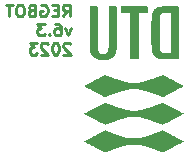
<source format=gbo>
%TF.GenerationSoftware,KiCad,Pcbnew,7.0.7-7.0.7~ubuntu22.04.1*%
%TF.CreationDate,2023-09-24T13:34:32+02:00*%
%TF.ProjectId,Regbot,52656762-6f74-42e6-9b69-6361645f7063,v5.0*%
%TF.SameCoordinates,Original*%
%TF.FileFunction,Legend,Bot*%
%TF.FilePolarity,Positive*%
%FSLAX46Y46*%
G04 Gerber Fmt 4.6, Leading zero omitted, Abs format (unit mm)*
G04 Created by KiCad (PCBNEW 7.0.7-7.0.7~ubuntu22.04.1) date 2023-09-24 13:34:32*
%MOMM*%
%LPD*%
G01*
G04 APERTURE LIST*
G04 Aperture macros list*
%AMRoundRect*
0 Rectangle with rounded corners*
0 $1 Rounding radius*
0 $2 $3 $4 $5 $6 $7 $8 $9 X,Y pos of 4 corners*
0 Add a 4 corners polygon primitive as box body*
4,1,4,$2,$3,$4,$5,$6,$7,$8,$9,$2,$3,0*
0 Add four circle primitives for the rounded corners*
1,1,$1+$1,$2,$3*
1,1,$1+$1,$4,$5*
1,1,$1+$1,$6,$7*
1,1,$1+$1,$8,$9*
0 Add four rect primitives between the rounded corners*
20,1,$1+$1,$2,$3,$4,$5,0*
20,1,$1+$1,$4,$5,$6,$7,0*
20,1,$1+$1,$6,$7,$8,$9,0*
20,1,$1+$1,$8,$9,$2,$3,0*%
G04 Aperture macros list end*
%ADD10C,0.250000*%
%ADD11C,3.100000*%
%ADD12C,1.600000*%
%ADD13O,1.600000X1.600000*%
%ADD14RoundRect,0.250000X-0.350000X-0.625000X0.350000X-0.625000X0.350000X0.625000X-0.350000X0.625000X0*%
%ADD15O,1.200000X1.750000*%
%ADD16R,1.700000X1.700000*%
%ADD17O,1.700000X1.700000*%
%ADD18C,2.700000*%
%ADD19RoundRect,0.101600X1.387500X-1.387500X1.387500X1.387500X-1.387500X1.387500X-1.387500X-1.387500X0*%
%ADD20C,2.978200*%
%ADD21R,1.600000X1.600000*%
%ADD22RoundRect,0.250000X0.350000X0.625000X-0.350000X0.625000X-0.350000X-0.625000X0.350000X-0.625000X0*%
%ADD23RoundRect,0.250000X-0.625000X0.350000X-0.625000X-0.350000X0.625000X-0.350000X0.625000X0.350000X0*%
%ADD24O,1.750000X1.200000*%
%ADD25R,1.524000X1.524000*%
%ADD26C,1.524000*%
%ADD27C,3.530000*%
%ADD28RoundRect,0.101600X-0.939800X-0.939800X0.939800X-0.939800X0.939800X0.939800X-0.939800X0.939800X0*%
%ADD29C,2.082800*%
%ADD30RoundRect,0.250000X0.600000X-0.600000X0.600000X0.600000X-0.600000X0.600000X-0.600000X-0.600000X0*%
%ADD31C,1.700000*%
%ADD32RoundRect,0.101600X-2.999993X2.999993X-2.999993X-2.999993X2.999993X-2.999993X2.999993X2.999993X0*%
%ADD33C,6.203187*%
%ADD34RoundRect,0.250000X-0.600000X-0.600000X0.600000X-0.600000X0.600000X0.600000X-0.600000X0.600000X0*%
G04 APERTURE END LIST*
D10*
X106468003Y-141170619D02*
X106801336Y-140694428D01*
X107039431Y-141170619D02*
X107039431Y-140170619D01*
X107039431Y-140170619D02*
X106658479Y-140170619D01*
X106658479Y-140170619D02*
X106563241Y-140218238D01*
X106563241Y-140218238D02*
X106515622Y-140265857D01*
X106515622Y-140265857D02*
X106468003Y-140361095D01*
X106468003Y-140361095D02*
X106468003Y-140503952D01*
X106468003Y-140503952D02*
X106515622Y-140599190D01*
X106515622Y-140599190D02*
X106563241Y-140646809D01*
X106563241Y-140646809D02*
X106658479Y-140694428D01*
X106658479Y-140694428D02*
X107039431Y-140694428D01*
X106039431Y-140646809D02*
X105706098Y-140646809D01*
X105563241Y-141170619D02*
X106039431Y-141170619D01*
X106039431Y-141170619D02*
X106039431Y-140170619D01*
X106039431Y-140170619D02*
X105563241Y-140170619D01*
X104610860Y-140218238D02*
X104706098Y-140170619D01*
X104706098Y-140170619D02*
X104848955Y-140170619D01*
X104848955Y-140170619D02*
X104991812Y-140218238D01*
X104991812Y-140218238D02*
X105087050Y-140313476D01*
X105087050Y-140313476D02*
X105134669Y-140408714D01*
X105134669Y-140408714D02*
X105182288Y-140599190D01*
X105182288Y-140599190D02*
X105182288Y-140742047D01*
X105182288Y-140742047D02*
X105134669Y-140932523D01*
X105134669Y-140932523D02*
X105087050Y-141027761D01*
X105087050Y-141027761D02*
X104991812Y-141123000D01*
X104991812Y-141123000D02*
X104848955Y-141170619D01*
X104848955Y-141170619D02*
X104753717Y-141170619D01*
X104753717Y-141170619D02*
X104610860Y-141123000D01*
X104610860Y-141123000D02*
X104563241Y-141075380D01*
X104563241Y-141075380D02*
X104563241Y-140742047D01*
X104563241Y-140742047D02*
X104753717Y-140742047D01*
X103801336Y-140646809D02*
X103658479Y-140694428D01*
X103658479Y-140694428D02*
X103610860Y-140742047D01*
X103610860Y-140742047D02*
X103563241Y-140837285D01*
X103563241Y-140837285D02*
X103563241Y-140980142D01*
X103563241Y-140980142D02*
X103610860Y-141075380D01*
X103610860Y-141075380D02*
X103658479Y-141123000D01*
X103658479Y-141123000D02*
X103753717Y-141170619D01*
X103753717Y-141170619D02*
X104134669Y-141170619D01*
X104134669Y-141170619D02*
X104134669Y-140170619D01*
X104134669Y-140170619D02*
X103801336Y-140170619D01*
X103801336Y-140170619D02*
X103706098Y-140218238D01*
X103706098Y-140218238D02*
X103658479Y-140265857D01*
X103658479Y-140265857D02*
X103610860Y-140361095D01*
X103610860Y-140361095D02*
X103610860Y-140456333D01*
X103610860Y-140456333D02*
X103658479Y-140551571D01*
X103658479Y-140551571D02*
X103706098Y-140599190D01*
X103706098Y-140599190D02*
X103801336Y-140646809D01*
X103801336Y-140646809D02*
X104134669Y-140646809D01*
X102944193Y-140170619D02*
X102753717Y-140170619D01*
X102753717Y-140170619D02*
X102658479Y-140218238D01*
X102658479Y-140218238D02*
X102563241Y-140313476D01*
X102563241Y-140313476D02*
X102515622Y-140503952D01*
X102515622Y-140503952D02*
X102515622Y-140837285D01*
X102515622Y-140837285D02*
X102563241Y-141027761D01*
X102563241Y-141027761D02*
X102658479Y-141123000D01*
X102658479Y-141123000D02*
X102753717Y-141170619D01*
X102753717Y-141170619D02*
X102944193Y-141170619D01*
X102944193Y-141170619D02*
X103039431Y-141123000D01*
X103039431Y-141123000D02*
X103134669Y-141027761D01*
X103134669Y-141027761D02*
X103182288Y-140837285D01*
X103182288Y-140837285D02*
X103182288Y-140503952D01*
X103182288Y-140503952D02*
X103134669Y-140313476D01*
X103134669Y-140313476D02*
X103039431Y-140218238D01*
X103039431Y-140218238D02*
X102944193Y-140170619D01*
X102229907Y-140170619D02*
X101658479Y-140170619D01*
X101944193Y-141170619D02*
X101944193Y-140170619D01*
X107134669Y-142113952D02*
X106896574Y-142780619D01*
X106896574Y-142780619D02*
X106658479Y-142113952D01*
X105848955Y-141780619D02*
X106039431Y-141780619D01*
X106039431Y-141780619D02*
X106134669Y-141828238D01*
X106134669Y-141828238D02*
X106182288Y-141875857D01*
X106182288Y-141875857D02*
X106277526Y-142018714D01*
X106277526Y-142018714D02*
X106325145Y-142209190D01*
X106325145Y-142209190D02*
X106325145Y-142590142D01*
X106325145Y-142590142D02*
X106277526Y-142685380D01*
X106277526Y-142685380D02*
X106229907Y-142733000D01*
X106229907Y-142733000D02*
X106134669Y-142780619D01*
X106134669Y-142780619D02*
X105944193Y-142780619D01*
X105944193Y-142780619D02*
X105848955Y-142733000D01*
X105848955Y-142733000D02*
X105801336Y-142685380D01*
X105801336Y-142685380D02*
X105753717Y-142590142D01*
X105753717Y-142590142D02*
X105753717Y-142352047D01*
X105753717Y-142352047D02*
X105801336Y-142256809D01*
X105801336Y-142256809D02*
X105848955Y-142209190D01*
X105848955Y-142209190D02*
X105944193Y-142161571D01*
X105944193Y-142161571D02*
X106134669Y-142161571D01*
X106134669Y-142161571D02*
X106229907Y-142209190D01*
X106229907Y-142209190D02*
X106277526Y-142256809D01*
X106277526Y-142256809D02*
X106325145Y-142352047D01*
X105325145Y-142685380D02*
X105277526Y-142733000D01*
X105277526Y-142733000D02*
X105325145Y-142780619D01*
X105325145Y-142780619D02*
X105372764Y-142733000D01*
X105372764Y-142733000D02*
X105325145Y-142685380D01*
X105325145Y-142685380D02*
X105325145Y-142780619D01*
X104944193Y-141780619D02*
X104325146Y-141780619D01*
X104325146Y-141780619D02*
X104658479Y-142161571D01*
X104658479Y-142161571D02*
X104515622Y-142161571D01*
X104515622Y-142161571D02*
X104420384Y-142209190D01*
X104420384Y-142209190D02*
X104372765Y-142256809D01*
X104372765Y-142256809D02*
X104325146Y-142352047D01*
X104325146Y-142352047D02*
X104325146Y-142590142D01*
X104325146Y-142590142D02*
X104372765Y-142685380D01*
X104372765Y-142685380D02*
X104420384Y-142733000D01*
X104420384Y-142733000D02*
X104515622Y-142780619D01*
X104515622Y-142780619D02*
X104801336Y-142780619D01*
X104801336Y-142780619D02*
X104896574Y-142733000D01*
X104896574Y-142733000D02*
X104944193Y-142685380D01*
X107087050Y-143485857D02*
X107039431Y-143438238D01*
X107039431Y-143438238D02*
X106944193Y-143390619D01*
X106944193Y-143390619D02*
X106706098Y-143390619D01*
X106706098Y-143390619D02*
X106610860Y-143438238D01*
X106610860Y-143438238D02*
X106563241Y-143485857D01*
X106563241Y-143485857D02*
X106515622Y-143581095D01*
X106515622Y-143581095D02*
X106515622Y-143676333D01*
X106515622Y-143676333D02*
X106563241Y-143819190D01*
X106563241Y-143819190D02*
X107134669Y-144390619D01*
X107134669Y-144390619D02*
X106515622Y-144390619D01*
X105896574Y-143390619D02*
X105801336Y-143390619D01*
X105801336Y-143390619D02*
X105706098Y-143438238D01*
X105706098Y-143438238D02*
X105658479Y-143485857D01*
X105658479Y-143485857D02*
X105610860Y-143581095D01*
X105610860Y-143581095D02*
X105563241Y-143771571D01*
X105563241Y-143771571D02*
X105563241Y-144009666D01*
X105563241Y-144009666D02*
X105610860Y-144200142D01*
X105610860Y-144200142D02*
X105658479Y-144295380D01*
X105658479Y-144295380D02*
X105706098Y-144343000D01*
X105706098Y-144343000D02*
X105801336Y-144390619D01*
X105801336Y-144390619D02*
X105896574Y-144390619D01*
X105896574Y-144390619D02*
X105991812Y-144343000D01*
X105991812Y-144343000D02*
X106039431Y-144295380D01*
X106039431Y-144295380D02*
X106087050Y-144200142D01*
X106087050Y-144200142D02*
X106134669Y-144009666D01*
X106134669Y-144009666D02*
X106134669Y-143771571D01*
X106134669Y-143771571D02*
X106087050Y-143581095D01*
X106087050Y-143581095D02*
X106039431Y-143485857D01*
X106039431Y-143485857D02*
X105991812Y-143438238D01*
X105991812Y-143438238D02*
X105896574Y-143390619D01*
X105182288Y-143485857D02*
X105134669Y-143438238D01*
X105134669Y-143438238D02*
X105039431Y-143390619D01*
X105039431Y-143390619D02*
X104801336Y-143390619D01*
X104801336Y-143390619D02*
X104706098Y-143438238D01*
X104706098Y-143438238D02*
X104658479Y-143485857D01*
X104658479Y-143485857D02*
X104610860Y-143581095D01*
X104610860Y-143581095D02*
X104610860Y-143676333D01*
X104610860Y-143676333D02*
X104658479Y-143819190D01*
X104658479Y-143819190D02*
X105229907Y-144390619D01*
X105229907Y-144390619D02*
X104610860Y-144390619D01*
X104277526Y-143390619D02*
X103658479Y-143390619D01*
X103658479Y-143390619D02*
X103991812Y-143771571D01*
X103991812Y-143771571D02*
X103848955Y-143771571D01*
X103848955Y-143771571D02*
X103753717Y-143819190D01*
X103753717Y-143819190D02*
X103706098Y-143866809D01*
X103706098Y-143866809D02*
X103658479Y-143962047D01*
X103658479Y-143962047D02*
X103658479Y-144200142D01*
X103658479Y-144200142D02*
X103706098Y-144295380D01*
X103706098Y-144295380D02*
X103753717Y-144343000D01*
X103753717Y-144343000D02*
X103848955Y-144390619D01*
X103848955Y-144390619D02*
X104134669Y-144390619D01*
X104134669Y-144390619D02*
X104229907Y-144343000D01*
X104229907Y-144343000D02*
X104277526Y-144295380D01*
G36*
X116714700Y-151764500D02*
G01*
X108273700Y-151764500D01*
X108273700Y-151741500D01*
X116714700Y-151741500D01*
X116714700Y-151764500D01*
G37*
G36*
X116714700Y-149418500D02*
G01*
X108273700Y-149418500D01*
X108273700Y-149395500D01*
X116714700Y-149395500D01*
X116714700Y-149418500D01*
G37*
G36*
X116714700Y-147072500D02*
G01*
X108273700Y-147072500D01*
X108273700Y-147049500D01*
X116714700Y-147049500D01*
X116714700Y-147072500D01*
G37*
G36*
X116691700Y-151787500D02*
G01*
X108296700Y-151787500D01*
X108296700Y-151764500D01*
X116691700Y-151764500D01*
X116691700Y-151787500D01*
G37*
G36*
X116691700Y-151741500D02*
G01*
X108296700Y-151741500D01*
X108296700Y-151718500D01*
X116691700Y-151718500D01*
X116691700Y-151741500D01*
G37*
G36*
X116691700Y-149441500D02*
G01*
X108296700Y-149441500D01*
X108296700Y-149418500D01*
X116691700Y-149418500D01*
X116691700Y-149441500D01*
G37*
G36*
X116691700Y-149395500D02*
G01*
X108296700Y-149395500D01*
X108296700Y-149372500D01*
X116691700Y-149372500D01*
X116691700Y-149395500D01*
G37*
G36*
X116691700Y-147095500D02*
G01*
X108296700Y-147095500D01*
X108296700Y-147072500D01*
X116691700Y-147072500D01*
X116691700Y-147095500D01*
G37*
G36*
X116691700Y-147049500D02*
G01*
X108296700Y-147049500D01*
X108296700Y-147026500D01*
X116691700Y-147026500D01*
X116691700Y-147049500D01*
G37*
G36*
X116645700Y-151810500D02*
G01*
X108342700Y-151810500D01*
X108342700Y-151787500D01*
X116645700Y-151787500D01*
X116645700Y-151810500D01*
G37*
G36*
X116645700Y-151718500D02*
G01*
X108342700Y-151718500D01*
X108342700Y-151695500D01*
X116645700Y-151695500D01*
X116645700Y-151718500D01*
G37*
G36*
X116645700Y-149464500D02*
G01*
X108342700Y-149464500D01*
X108342700Y-149441500D01*
X116645700Y-149441500D01*
X116645700Y-149464500D01*
G37*
G36*
X116645700Y-149372500D02*
G01*
X108342700Y-149372500D01*
X108342700Y-149349500D01*
X116645700Y-149349500D01*
X116645700Y-149372500D01*
G37*
G36*
X116645700Y-147118500D02*
G01*
X108342700Y-147118500D01*
X108342700Y-147095500D01*
X116645700Y-147095500D01*
X116645700Y-147118500D01*
G37*
G36*
X116645700Y-147026500D02*
G01*
X108342700Y-147026500D01*
X108342700Y-147003500D01*
X116645700Y-147003500D01*
X116645700Y-147026500D01*
G37*
G36*
X116599700Y-151833500D02*
G01*
X108388700Y-151833500D01*
X108388700Y-151810500D01*
X116599700Y-151810500D01*
X116599700Y-151833500D01*
G37*
G36*
X116599700Y-151695500D02*
G01*
X108388700Y-151695500D01*
X108388700Y-151672500D01*
X116599700Y-151672500D01*
X116599700Y-151695500D01*
G37*
G36*
X116599700Y-149487500D02*
G01*
X108388700Y-149487500D01*
X108388700Y-149464500D01*
X116599700Y-149464500D01*
X116599700Y-149487500D01*
G37*
G36*
X116599700Y-149349500D02*
G01*
X108388700Y-149349500D01*
X108388700Y-149326500D01*
X116599700Y-149326500D01*
X116599700Y-149349500D01*
G37*
G36*
X116599700Y-147141500D02*
G01*
X108388700Y-147141500D01*
X108388700Y-147118500D01*
X116599700Y-147118500D01*
X116599700Y-147141500D01*
G37*
G36*
X116599700Y-147003500D02*
G01*
X108388700Y-147003500D01*
X108388700Y-146980500D01*
X116599700Y-146980500D01*
X116599700Y-147003500D01*
G37*
G36*
X116576700Y-149510500D02*
G01*
X108411700Y-149510500D01*
X108411700Y-149487500D01*
X116576700Y-149487500D01*
X116576700Y-149510500D01*
G37*
G36*
X116553700Y-151856500D02*
G01*
X108411700Y-151856500D01*
X108411700Y-151833500D01*
X116553700Y-151833500D01*
X116553700Y-151856500D01*
G37*
G36*
X116553700Y-151672500D02*
G01*
X108434700Y-151672500D01*
X108434700Y-151649500D01*
X116553700Y-151649500D01*
X116553700Y-151672500D01*
G37*
G36*
X116553700Y-149326500D02*
G01*
X108434700Y-149326500D01*
X108434700Y-149303500D01*
X116553700Y-149303500D01*
X116553700Y-149326500D01*
G37*
G36*
X116553700Y-147164500D02*
G01*
X108411700Y-147164500D01*
X108411700Y-147141500D01*
X116553700Y-147141500D01*
X116553700Y-147164500D01*
G37*
G36*
X116553700Y-146980500D02*
G01*
X108434700Y-146980500D01*
X108434700Y-146957500D01*
X116553700Y-146957500D01*
X116553700Y-146980500D01*
G37*
G36*
X116530700Y-151879500D02*
G01*
X108457700Y-151879500D01*
X108457700Y-151856500D01*
X116530700Y-151856500D01*
X116530700Y-151879500D01*
G37*
G36*
X116530700Y-149533500D02*
G01*
X108457700Y-149533500D01*
X108457700Y-149510500D01*
X116530700Y-149510500D01*
X116530700Y-149533500D01*
G37*
G36*
X116530700Y-147187500D02*
G01*
X108457700Y-147187500D01*
X108457700Y-147164500D01*
X116530700Y-147164500D01*
X116530700Y-147187500D01*
G37*
G36*
X116507700Y-151649500D02*
G01*
X108480700Y-151649500D01*
X108480700Y-151626500D01*
X116507700Y-151626500D01*
X116507700Y-151649500D01*
G37*
G36*
X116507700Y-149303500D02*
G01*
X108480700Y-149303500D01*
X108480700Y-149280500D01*
X116507700Y-149280500D01*
X116507700Y-149303500D01*
G37*
G36*
X116507700Y-146957500D02*
G01*
X108480700Y-146957500D01*
X108480700Y-146934500D01*
X116507700Y-146934500D01*
X116507700Y-146957500D01*
G37*
G36*
X116484700Y-151902500D02*
G01*
X108503700Y-151902500D01*
X108503700Y-151879500D01*
X116484700Y-151879500D01*
X116484700Y-151902500D01*
G37*
G36*
X116484700Y-149556500D02*
G01*
X108503700Y-149556500D01*
X108503700Y-149533500D01*
X116484700Y-149533500D01*
X116484700Y-149556500D01*
G37*
G36*
X116484700Y-147210500D02*
G01*
X108503700Y-147210500D01*
X108503700Y-147187500D01*
X116484700Y-147187500D01*
X116484700Y-147210500D01*
G37*
G36*
X116461700Y-151626500D02*
G01*
X108526700Y-151626500D01*
X108526700Y-151603500D01*
X116461700Y-151603500D01*
X116461700Y-151626500D01*
G37*
G36*
X116461700Y-149280500D02*
G01*
X108526700Y-149280500D01*
X108526700Y-149257500D01*
X116461700Y-149257500D01*
X116461700Y-149280500D01*
G37*
G36*
X116461700Y-146934500D02*
G01*
X108526700Y-146934500D01*
X108526700Y-146911500D01*
X116461700Y-146911500D01*
X116461700Y-146934500D01*
G37*
G36*
X116438700Y-151925500D02*
G01*
X108549700Y-151925500D01*
X108549700Y-151902500D01*
X116438700Y-151902500D01*
X116438700Y-151925500D01*
G37*
G36*
X116438700Y-149579500D02*
G01*
X108549700Y-149579500D01*
X108549700Y-149556500D01*
X116438700Y-149556500D01*
X116438700Y-149579500D01*
G37*
G36*
X116438700Y-147233500D02*
G01*
X108549700Y-147233500D01*
X108549700Y-147210500D01*
X116438700Y-147210500D01*
X116438700Y-147233500D01*
G37*
G36*
X116415700Y-151603500D02*
G01*
X108572700Y-151603500D01*
X108572700Y-151580500D01*
X116415700Y-151580500D01*
X116415700Y-151603500D01*
G37*
G36*
X116415700Y-149257500D02*
G01*
X108572700Y-149257500D01*
X108572700Y-149234500D01*
X116415700Y-149234500D01*
X116415700Y-149257500D01*
G37*
G36*
X116415700Y-146911500D02*
G01*
X108572700Y-146911500D01*
X108572700Y-146888500D01*
X116415700Y-146888500D01*
X116415700Y-146911500D01*
G37*
G36*
X116392700Y-151948500D02*
G01*
X108595700Y-151948500D01*
X108595700Y-151925500D01*
X116392700Y-151925500D01*
X116392700Y-151948500D01*
G37*
G36*
X116392700Y-149602500D02*
G01*
X108595700Y-149602500D01*
X108595700Y-149579500D01*
X116392700Y-149579500D01*
X116392700Y-149602500D01*
G37*
G36*
X116392700Y-147256500D02*
G01*
X108595700Y-147256500D01*
X108595700Y-147233500D01*
X116392700Y-147233500D01*
X116392700Y-147256500D01*
G37*
G36*
X116369700Y-151580500D02*
G01*
X108618700Y-151580500D01*
X108618700Y-151557500D01*
X116369700Y-151557500D01*
X116369700Y-151580500D01*
G37*
G36*
X116369700Y-149234500D02*
G01*
X108618700Y-149234500D01*
X108618700Y-149211500D01*
X116369700Y-149211500D01*
X116369700Y-149234500D01*
G37*
G36*
X116369700Y-146888500D02*
G01*
X108618700Y-146888500D01*
X108618700Y-146865500D01*
X116369700Y-146865500D01*
X116369700Y-146888500D01*
G37*
G36*
X116346700Y-151971500D02*
G01*
X108641700Y-151971500D01*
X108641700Y-151948500D01*
X116346700Y-151948500D01*
X116346700Y-151971500D01*
G37*
G36*
X116346700Y-149625500D02*
G01*
X108641700Y-149625500D01*
X108641700Y-149602500D01*
X116346700Y-149602500D01*
X116346700Y-149625500D01*
G37*
G36*
X116346700Y-147279500D02*
G01*
X108641700Y-147279500D01*
X108641700Y-147256500D01*
X116346700Y-147256500D01*
X116346700Y-147279500D01*
G37*
G36*
X116323700Y-151557500D02*
G01*
X108664700Y-151557500D01*
X108664700Y-151534500D01*
X116323700Y-151534500D01*
X116323700Y-151557500D01*
G37*
G36*
X116323700Y-149211500D02*
G01*
X108664700Y-149211500D01*
X108664700Y-149188500D01*
X116323700Y-149188500D01*
X116323700Y-149211500D01*
G37*
G36*
X116323700Y-146865500D02*
G01*
X108664700Y-146865500D01*
X108664700Y-146842500D01*
X116323700Y-146842500D01*
X116323700Y-146865500D01*
G37*
G36*
X116300700Y-151994500D02*
G01*
X108687700Y-151994500D01*
X108687700Y-151971500D01*
X116300700Y-151971500D01*
X116300700Y-151994500D01*
G37*
G36*
X116300700Y-149648500D02*
G01*
X108687700Y-149648500D01*
X108687700Y-149625500D01*
X116300700Y-149625500D01*
X116300700Y-149648500D01*
G37*
G36*
X116300700Y-147302500D02*
G01*
X108687700Y-147302500D01*
X108687700Y-147279500D01*
X116300700Y-147279500D01*
X116300700Y-147302500D01*
G37*
G36*
X116277700Y-151534500D02*
G01*
X108710700Y-151534500D01*
X108710700Y-151511500D01*
X116277700Y-151511500D01*
X116277700Y-151534500D01*
G37*
G36*
X116277700Y-149188500D02*
G01*
X108710700Y-149188500D01*
X108710700Y-149165500D01*
X116277700Y-149165500D01*
X116277700Y-149188500D01*
G37*
G36*
X116277700Y-146842500D02*
G01*
X108687700Y-146842500D01*
X108687700Y-146819500D01*
X116277700Y-146819500D01*
X116277700Y-146842500D01*
G37*
G36*
X116277700Y-144772500D02*
G01*
X114644700Y-144772500D01*
X114644700Y-144749500D01*
X116277700Y-144749500D01*
X116277700Y-144772500D01*
G37*
G36*
X116277700Y-144749500D02*
G01*
X114552700Y-144749500D01*
X114552700Y-144726500D01*
X116277700Y-144726500D01*
X116277700Y-144749500D01*
G37*
G36*
X116277700Y-144726500D02*
G01*
X114506700Y-144726500D01*
X114506700Y-144703500D01*
X116277700Y-144703500D01*
X116277700Y-144726500D01*
G37*
G36*
X116277700Y-144703500D02*
G01*
X114437700Y-144703500D01*
X114437700Y-144680500D01*
X116277700Y-144680500D01*
X116277700Y-144703500D01*
G37*
G36*
X116277700Y-144680500D02*
G01*
X114391700Y-144680500D01*
X114391700Y-144657500D01*
X116277700Y-144657500D01*
X116277700Y-144680500D01*
G37*
G36*
X116277700Y-144657500D02*
G01*
X114368700Y-144657500D01*
X114368700Y-144634500D01*
X116277700Y-144634500D01*
X116277700Y-144657500D01*
G37*
G36*
X116277700Y-144634500D02*
G01*
X114322700Y-144634500D01*
X114322700Y-144611500D01*
X116277700Y-144611500D01*
X116277700Y-144634500D01*
G37*
G36*
X116277700Y-144611500D02*
G01*
X114299700Y-144611500D01*
X114299700Y-144588500D01*
X116277700Y-144588500D01*
X116277700Y-144611500D01*
G37*
G36*
X116277700Y-144588500D02*
G01*
X114276700Y-144588500D01*
X114276700Y-144565500D01*
X116277700Y-144565500D01*
X116277700Y-144588500D01*
G37*
G36*
X116277700Y-144565500D02*
G01*
X114253700Y-144565500D01*
X114253700Y-144542500D01*
X116277700Y-144542500D01*
X116277700Y-144565500D01*
G37*
G36*
X116277700Y-144542500D02*
G01*
X114230700Y-144542500D01*
X114230700Y-144519500D01*
X116277700Y-144519500D01*
X116277700Y-144542500D01*
G37*
G36*
X116277700Y-144519500D02*
G01*
X114207700Y-144519500D01*
X114207700Y-144496500D01*
X116277700Y-144496500D01*
X116277700Y-144519500D01*
G37*
G36*
X116277700Y-144496500D02*
G01*
X114184700Y-144496500D01*
X114184700Y-144473500D01*
X116277700Y-144473500D01*
X116277700Y-144496500D01*
G37*
G36*
X116277700Y-144473500D02*
G01*
X114184700Y-144473500D01*
X114184700Y-144450500D01*
X116277700Y-144450500D01*
X116277700Y-144473500D01*
G37*
G36*
X116277700Y-144450500D02*
G01*
X114161700Y-144450500D01*
X114161700Y-144427500D01*
X116277700Y-144427500D01*
X116277700Y-144450500D01*
G37*
G36*
X116277700Y-144427500D02*
G01*
X114138700Y-144427500D01*
X114138700Y-144404500D01*
X116277700Y-144404500D01*
X116277700Y-144427500D01*
G37*
G36*
X116277700Y-144404500D02*
G01*
X114138700Y-144404500D01*
X114138700Y-144381500D01*
X116277700Y-144381500D01*
X116277700Y-144404500D01*
G37*
G36*
X116277700Y-144381500D02*
G01*
X114115700Y-144381500D01*
X114115700Y-144358500D01*
X116277700Y-144358500D01*
X116277700Y-144381500D01*
G37*
G36*
X116277700Y-144358500D02*
G01*
X114115700Y-144358500D01*
X114115700Y-144335500D01*
X116277700Y-144335500D01*
X116277700Y-144358500D01*
G37*
G36*
X116277700Y-144335500D02*
G01*
X114092700Y-144335500D01*
X114092700Y-144312500D01*
X116277700Y-144312500D01*
X116277700Y-144335500D01*
G37*
G36*
X116277700Y-144312500D02*
G01*
X114092700Y-144312500D01*
X114092700Y-144289500D01*
X116277700Y-144289500D01*
X116277700Y-144312500D01*
G37*
G36*
X116277700Y-144289500D02*
G01*
X115587700Y-144289500D01*
X115587700Y-144266500D01*
X116277700Y-144266500D01*
X116277700Y-144289500D01*
G37*
G36*
X116277700Y-144266500D02*
G01*
X115587700Y-144266500D01*
X115587700Y-144243500D01*
X116277700Y-144243500D01*
X116277700Y-144266500D01*
G37*
G36*
X116277700Y-144243500D02*
G01*
X115587700Y-144243500D01*
X115587700Y-144220500D01*
X116277700Y-144220500D01*
X116277700Y-144243500D01*
G37*
G36*
X116277700Y-144220500D02*
G01*
X115587700Y-144220500D01*
X115587700Y-144197500D01*
X116277700Y-144197500D01*
X116277700Y-144220500D01*
G37*
G36*
X116277700Y-144197500D02*
G01*
X115587700Y-144197500D01*
X115587700Y-144174500D01*
X116277700Y-144174500D01*
X116277700Y-144197500D01*
G37*
G36*
X116277700Y-144174500D02*
G01*
X115587700Y-144174500D01*
X115587700Y-144151500D01*
X116277700Y-144151500D01*
X116277700Y-144174500D01*
G37*
G36*
X116277700Y-144151500D02*
G01*
X115587700Y-144151500D01*
X115587700Y-144128500D01*
X116277700Y-144128500D01*
X116277700Y-144151500D01*
G37*
G36*
X116277700Y-144128500D02*
G01*
X115587700Y-144128500D01*
X115587700Y-144105500D01*
X116277700Y-144105500D01*
X116277700Y-144128500D01*
G37*
G36*
X116277700Y-144105500D02*
G01*
X115587700Y-144105500D01*
X115587700Y-144082500D01*
X116277700Y-144082500D01*
X116277700Y-144105500D01*
G37*
G36*
X116277700Y-144082500D02*
G01*
X115587700Y-144082500D01*
X115587700Y-144059500D01*
X116277700Y-144059500D01*
X116277700Y-144082500D01*
G37*
G36*
X116277700Y-144059500D02*
G01*
X115587700Y-144059500D01*
X115587700Y-144036500D01*
X116277700Y-144036500D01*
X116277700Y-144059500D01*
G37*
G36*
X116277700Y-144036500D02*
G01*
X115587700Y-144036500D01*
X115587700Y-144013500D01*
X116277700Y-144013500D01*
X116277700Y-144036500D01*
G37*
G36*
X116277700Y-144013500D02*
G01*
X115587700Y-144013500D01*
X115587700Y-143990500D01*
X116277700Y-143990500D01*
X116277700Y-144013500D01*
G37*
G36*
X116277700Y-143990500D02*
G01*
X115587700Y-143990500D01*
X115587700Y-143967500D01*
X116277700Y-143967500D01*
X116277700Y-143990500D01*
G37*
G36*
X116277700Y-143967500D02*
G01*
X115587700Y-143967500D01*
X115587700Y-143944500D01*
X116277700Y-143944500D01*
X116277700Y-143967500D01*
G37*
G36*
X116277700Y-143944500D02*
G01*
X115587700Y-143944500D01*
X115587700Y-143921500D01*
X116277700Y-143921500D01*
X116277700Y-143944500D01*
G37*
G36*
X116277700Y-143921500D02*
G01*
X115587700Y-143921500D01*
X115587700Y-143898500D01*
X116277700Y-143898500D01*
X116277700Y-143921500D01*
G37*
G36*
X116277700Y-143898500D02*
G01*
X115587700Y-143898500D01*
X115587700Y-143875500D01*
X116277700Y-143875500D01*
X116277700Y-143898500D01*
G37*
G36*
X116277700Y-143875500D02*
G01*
X115587700Y-143875500D01*
X115587700Y-143852500D01*
X116277700Y-143852500D01*
X116277700Y-143875500D01*
G37*
G36*
X116277700Y-143852500D02*
G01*
X115587700Y-143852500D01*
X115587700Y-143829500D01*
X116277700Y-143829500D01*
X116277700Y-143852500D01*
G37*
G36*
X116277700Y-143829500D02*
G01*
X115587700Y-143829500D01*
X115587700Y-143806500D01*
X116277700Y-143806500D01*
X116277700Y-143829500D01*
G37*
G36*
X116277700Y-143806500D02*
G01*
X115587700Y-143806500D01*
X115587700Y-143783500D01*
X116277700Y-143783500D01*
X116277700Y-143806500D01*
G37*
G36*
X116277700Y-143783500D02*
G01*
X115587700Y-143783500D01*
X115587700Y-143760500D01*
X116277700Y-143760500D01*
X116277700Y-143783500D01*
G37*
G36*
X116277700Y-143760500D02*
G01*
X115587700Y-143760500D01*
X115587700Y-143737500D01*
X116277700Y-143737500D01*
X116277700Y-143760500D01*
G37*
G36*
X116277700Y-143737500D02*
G01*
X115587700Y-143737500D01*
X115587700Y-143714500D01*
X116277700Y-143714500D01*
X116277700Y-143737500D01*
G37*
G36*
X116277700Y-143714500D02*
G01*
X115587700Y-143714500D01*
X115587700Y-143691500D01*
X116277700Y-143691500D01*
X116277700Y-143714500D01*
G37*
G36*
X116277700Y-143691500D02*
G01*
X115587700Y-143691500D01*
X115587700Y-143668500D01*
X116277700Y-143668500D01*
X116277700Y-143691500D01*
G37*
G36*
X116277700Y-143668500D02*
G01*
X115587700Y-143668500D01*
X115587700Y-143645500D01*
X116277700Y-143645500D01*
X116277700Y-143668500D01*
G37*
G36*
X116277700Y-143645500D02*
G01*
X115587700Y-143645500D01*
X115587700Y-143622500D01*
X116277700Y-143622500D01*
X116277700Y-143645500D01*
G37*
G36*
X116277700Y-143622500D02*
G01*
X115587700Y-143622500D01*
X115587700Y-143599500D01*
X116277700Y-143599500D01*
X116277700Y-143622500D01*
G37*
G36*
X116277700Y-143599500D02*
G01*
X115587700Y-143599500D01*
X115587700Y-143576500D01*
X116277700Y-143576500D01*
X116277700Y-143599500D01*
G37*
G36*
X116277700Y-143576500D02*
G01*
X115587700Y-143576500D01*
X115587700Y-143553500D01*
X116277700Y-143553500D01*
X116277700Y-143576500D01*
G37*
G36*
X116277700Y-143553500D02*
G01*
X115587700Y-143553500D01*
X115587700Y-143530500D01*
X116277700Y-143530500D01*
X116277700Y-143553500D01*
G37*
G36*
X116277700Y-143530500D02*
G01*
X115587700Y-143530500D01*
X115587700Y-143507500D01*
X116277700Y-143507500D01*
X116277700Y-143530500D01*
G37*
G36*
X116277700Y-143507500D02*
G01*
X115587700Y-143507500D01*
X115587700Y-143484500D01*
X116277700Y-143484500D01*
X116277700Y-143507500D01*
G37*
G36*
X116277700Y-143484500D02*
G01*
X115587700Y-143484500D01*
X115587700Y-143461500D01*
X116277700Y-143461500D01*
X116277700Y-143484500D01*
G37*
G36*
X116277700Y-143461500D02*
G01*
X115587700Y-143461500D01*
X115587700Y-143438500D01*
X116277700Y-143438500D01*
X116277700Y-143461500D01*
G37*
G36*
X116277700Y-143438500D02*
G01*
X115587700Y-143438500D01*
X115587700Y-143415500D01*
X116277700Y-143415500D01*
X116277700Y-143438500D01*
G37*
G36*
X116277700Y-143415500D02*
G01*
X115587700Y-143415500D01*
X115587700Y-143392500D01*
X116277700Y-143392500D01*
X116277700Y-143415500D01*
G37*
G36*
X116277700Y-143392500D02*
G01*
X115587700Y-143392500D01*
X115587700Y-143369500D01*
X116277700Y-143369500D01*
X116277700Y-143392500D01*
G37*
G36*
X116277700Y-143369500D02*
G01*
X115587700Y-143369500D01*
X115587700Y-143346500D01*
X116277700Y-143346500D01*
X116277700Y-143369500D01*
G37*
G36*
X116277700Y-143346500D02*
G01*
X115587700Y-143346500D01*
X115587700Y-143323500D01*
X116277700Y-143323500D01*
X116277700Y-143346500D01*
G37*
G36*
X116277700Y-143323500D02*
G01*
X115587700Y-143323500D01*
X115587700Y-143300500D01*
X116277700Y-143300500D01*
X116277700Y-143323500D01*
G37*
G36*
X116277700Y-143300500D02*
G01*
X115587700Y-143300500D01*
X115587700Y-143277500D01*
X116277700Y-143277500D01*
X116277700Y-143300500D01*
G37*
G36*
X116277700Y-143277500D02*
G01*
X115587700Y-143277500D01*
X115587700Y-143254500D01*
X116277700Y-143254500D01*
X116277700Y-143277500D01*
G37*
G36*
X116277700Y-143254500D02*
G01*
X115587700Y-143254500D01*
X115587700Y-143231500D01*
X116277700Y-143231500D01*
X116277700Y-143254500D01*
G37*
G36*
X116277700Y-143231500D02*
G01*
X115587700Y-143231500D01*
X115587700Y-143208500D01*
X116277700Y-143208500D01*
X116277700Y-143231500D01*
G37*
G36*
X116277700Y-143208500D02*
G01*
X115587700Y-143208500D01*
X115587700Y-143185500D01*
X116277700Y-143185500D01*
X116277700Y-143208500D01*
G37*
G36*
X116277700Y-143185500D02*
G01*
X115587700Y-143185500D01*
X115587700Y-143162500D01*
X116277700Y-143162500D01*
X116277700Y-143185500D01*
G37*
G36*
X116277700Y-143162500D02*
G01*
X115587700Y-143162500D01*
X115587700Y-143139500D01*
X116277700Y-143139500D01*
X116277700Y-143162500D01*
G37*
G36*
X116277700Y-143139500D02*
G01*
X115587700Y-143139500D01*
X115587700Y-143116500D01*
X116277700Y-143116500D01*
X116277700Y-143139500D01*
G37*
G36*
X116277700Y-143116500D02*
G01*
X115587700Y-143116500D01*
X115587700Y-143093500D01*
X116277700Y-143093500D01*
X116277700Y-143116500D01*
G37*
G36*
X116277700Y-143093500D02*
G01*
X115587700Y-143093500D01*
X115587700Y-143070500D01*
X116277700Y-143070500D01*
X116277700Y-143093500D01*
G37*
G36*
X116277700Y-143070500D02*
G01*
X115587700Y-143070500D01*
X115587700Y-143047500D01*
X116277700Y-143047500D01*
X116277700Y-143070500D01*
G37*
G36*
X116277700Y-143047500D02*
G01*
X115587700Y-143047500D01*
X115587700Y-143024500D01*
X116277700Y-143024500D01*
X116277700Y-143047500D01*
G37*
G36*
X116277700Y-143024500D02*
G01*
X115587700Y-143024500D01*
X115587700Y-143001500D01*
X116277700Y-143001500D01*
X116277700Y-143024500D01*
G37*
G36*
X116277700Y-143001500D02*
G01*
X115587700Y-143001500D01*
X115587700Y-142978500D01*
X116277700Y-142978500D01*
X116277700Y-143001500D01*
G37*
G36*
X116277700Y-142978500D02*
G01*
X115587700Y-142978500D01*
X115587700Y-142955500D01*
X116277700Y-142955500D01*
X116277700Y-142978500D01*
G37*
G36*
X116277700Y-142955500D02*
G01*
X115587700Y-142955500D01*
X115587700Y-142932500D01*
X116277700Y-142932500D01*
X116277700Y-142955500D01*
G37*
G36*
X116277700Y-142932500D02*
G01*
X115587700Y-142932500D01*
X115587700Y-142909500D01*
X116277700Y-142909500D01*
X116277700Y-142932500D01*
G37*
G36*
X116277700Y-142909500D02*
G01*
X115587700Y-142909500D01*
X115587700Y-142886500D01*
X116277700Y-142886500D01*
X116277700Y-142909500D01*
G37*
G36*
X116277700Y-142886500D02*
G01*
X115587700Y-142886500D01*
X115587700Y-142863500D01*
X116277700Y-142863500D01*
X116277700Y-142886500D01*
G37*
G36*
X116277700Y-142863500D02*
G01*
X115587700Y-142863500D01*
X115587700Y-142840500D01*
X116277700Y-142840500D01*
X116277700Y-142863500D01*
G37*
G36*
X116277700Y-142840500D02*
G01*
X115587700Y-142840500D01*
X115587700Y-142817500D01*
X116277700Y-142817500D01*
X116277700Y-142840500D01*
G37*
G36*
X116277700Y-142817500D02*
G01*
X115587700Y-142817500D01*
X115587700Y-142794500D01*
X116277700Y-142794500D01*
X116277700Y-142817500D01*
G37*
G36*
X116277700Y-142794500D02*
G01*
X115587700Y-142794500D01*
X115587700Y-142771500D01*
X116277700Y-142771500D01*
X116277700Y-142794500D01*
G37*
G36*
X116277700Y-142771500D02*
G01*
X115587700Y-142771500D01*
X115587700Y-142748500D01*
X116277700Y-142748500D01*
X116277700Y-142771500D01*
G37*
G36*
X116277700Y-142748500D02*
G01*
X115587700Y-142748500D01*
X115587700Y-142725500D01*
X116277700Y-142725500D01*
X116277700Y-142748500D01*
G37*
G36*
X116277700Y-142725500D02*
G01*
X115587700Y-142725500D01*
X115587700Y-142702500D01*
X116277700Y-142702500D01*
X116277700Y-142725500D01*
G37*
G36*
X116277700Y-142702500D02*
G01*
X115587700Y-142702500D01*
X115587700Y-142679500D01*
X116277700Y-142679500D01*
X116277700Y-142702500D01*
G37*
G36*
X116277700Y-142679500D02*
G01*
X115587700Y-142679500D01*
X115587700Y-142656500D01*
X116277700Y-142656500D01*
X116277700Y-142679500D01*
G37*
G36*
X116277700Y-142656500D02*
G01*
X115587700Y-142656500D01*
X115587700Y-142633500D01*
X116277700Y-142633500D01*
X116277700Y-142656500D01*
G37*
G36*
X116277700Y-142633500D02*
G01*
X115587700Y-142633500D01*
X115587700Y-142610500D01*
X116277700Y-142610500D01*
X116277700Y-142633500D01*
G37*
G36*
X116277700Y-142610500D02*
G01*
X115587700Y-142610500D01*
X115587700Y-142587500D01*
X116277700Y-142587500D01*
X116277700Y-142610500D01*
G37*
G36*
X116277700Y-142587500D02*
G01*
X115587700Y-142587500D01*
X115587700Y-142564500D01*
X116277700Y-142564500D01*
X116277700Y-142587500D01*
G37*
G36*
X116277700Y-142564500D02*
G01*
X115587700Y-142564500D01*
X115587700Y-142541500D01*
X116277700Y-142541500D01*
X116277700Y-142564500D01*
G37*
G36*
X116277700Y-142541500D02*
G01*
X115587700Y-142541500D01*
X115587700Y-142518500D01*
X116277700Y-142518500D01*
X116277700Y-142541500D01*
G37*
G36*
X116277700Y-142518500D02*
G01*
X115587700Y-142518500D01*
X115587700Y-142495500D01*
X116277700Y-142495500D01*
X116277700Y-142518500D01*
G37*
G36*
X116277700Y-142495500D02*
G01*
X115587700Y-142495500D01*
X115587700Y-142472500D01*
X116277700Y-142472500D01*
X116277700Y-142495500D01*
G37*
G36*
X116277700Y-142472500D02*
G01*
X115587700Y-142472500D01*
X115587700Y-142449500D01*
X116277700Y-142449500D01*
X116277700Y-142472500D01*
G37*
G36*
X116277700Y-142449500D02*
G01*
X115587700Y-142449500D01*
X115587700Y-142426500D01*
X116277700Y-142426500D01*
X116277700Y-142449500D01*
G37*
G36*
X116277700Y-142426500D02*
G01*
X115587700Y-142426500D01*
X115587700Y-142403500D01*
X116277700Y-142403500D01*
X116277700Y-142426500D01*
G37*
G36*
X116277700Y-142403500D02*
G01*
X115587700Y-142403500D01*
X115587700Y-142380500D01*
X116277700Y-142380500D01*
X116277700Y-142403500D01*
G37*
G36*
X116277700Y-142380500D02*
G01*
X115587700Y-142380500D01*
X115587700Y-142357500D01*
X116277700Y-142357500D01*
X116277700Y-142380500D01*
G37*
G36*
X116277700Y-142357500D02*
G01*
X115587700Y-142357500D01*
X115587700Y-142334500D01*
X116277700Y-142334500D01*
X116277700Y-142357500D01*
G37*
G36*
X116277700Y-142334500D02*
G01*
X115587700Y-142334500D01*
X115587700Y-142311500D01*
X116277700Y-142311500D01*
X116277700Y-142334500D01*
G37*
G36*
X116277700Y-142311500D02*
G01*
X115587700Y-142311500D01*
X115587700Y-142288500D01*
X116277700Y-142288500D01*
X116277700Y-142311500D01*
G37*
G36*
X116277700Y-142288500D02*
G01*
X115587700Y-142288500D01*
X115587700Y-142265500D01*
X116277700Y-142265500D01*
X116277700Y-142288500D01*
G37*
G36*
X116277700Y-142265500D02*
G01*
X115587700Y-142265500D01*
X115587700Y-142242500D01*
X116277700Y-142242500D01*
X116277700Y-142265500D01*
G37*
G36*
X116277700Y-142242500D02*
G01*
X115587700Y-142242500D01*
X115587700Y-142219500D01*
X116277700Y-142219500D01*
X116277700Y-142242500D01*
G37*
G36*
X116277700Y-142219500D02*
G01*
X115587700Y-142219500D01*
X115587700Y-142196500D01*
X116277700Y-142196500D01*
X116277700Y-142219500D01*
G37*
G36*
X116277700Y-142196500D02*
G01*
X115587700Y-142196500D01*
X115587700Y-142173500D01*
X116277700Y-142173500D01*
X116277700Y-142196500D01*
G37*
G36*
X116277700Y-142173500D02*
G01*
X115587700Y-142173500D01*
X115587700Y-142150500D01*
X116277700Y-142150500D01*
X116277700Y-142173500D01*
G37*
G36*
X116277700Y-142150500D02*
G01*
X115587700Y-142150500D01*
X115587700Y-142127500D01*
X116277700Y-142127500D01*
X116277700Y-142150500D01*
G37*
G36*
X116277700Y-142127500D02*
G01*
X115587700Y-142127500D01*
X115587700Y-142104500D01*
X116277700Y-142104500D01*
X116277700Y-142127500D01*
G37*
G36*
X116277700Y-142104500D02*
G01*
X115587700Y-142104500D01*
X115587700Y-142081500D01*
X116277700Y-142081500D01*
X116277700Y-142104500D01*
G37*
G36*
X116277700Y-142081500D02*
G01*
X115587700Y-142081500D01*
X115587700Y-142058500D01*
X116277700Y-142058500D01*
X116277700Y-142081500D01*
G37*
G36*
X116277700Y-142058500D02*
G01*
X115587700Y-142058500D01*
X115587700Y-142035500D01*
X116277700Y-142035500D01*
X116277700Y-142058500D01*
G37*
G36*
X116277700Y-142035500D02*
G01*
X115587700Y-142035500D01*
X115587700Y-142012500D01*
X116277700Y-142012500D01*
X116277700Y-142035500D01*
G37*
G36*
X116277700Y-142012500D02*
G01*
X115587700Y-142012500D01*
X115587700Y-141989500D01*
X116277700Y-141989500D01*
X116277700Y-142012500D01*
G37*
G36*
X116277700Y-141989500D02*
G01*
X115587700Y-141989500D01*
X115587700Y-141966500D01*
X116277700Y-141966500D01*
X116277700Y-141989500D01*
G37*
G36*
X116277700Y-141966500D02*
G01*
X115587700Y-141966500D01*
X115587700Y-141943500D01*
X116277700Y-141943500D01*
X116277700Y-141966500D01*
G37*
G36*
X116277700Y-141943500D02*
G01*
X115587700Y-141943500D01*
X115587700Y-141920500D01*
X116277700Y-141920500D01*
X116277700Y-141943500D01*
G37*
G36*
X116277700Y-141920500D02*
G01*
X115587700Y-141920500D01*
X115587700Y-141897500D01*
X116277700Y-141897500D01*
X116277700Y-141920500D01*
G37*
G36*
X116277700Y-141897500D02*
G01*
X115587700Y-141897500D01*
X115587700Y-141874500D01*
X116277700Y-141874500D01*
X116277700Y-141897500D01*
G37*
G36*
X116277700Y-141874500D02*
G01*
X115587700Y-141874500D01*
X115587700Y-141851500D01*
X116277700Y-141851500D01*
X116277700Y-141874500D01*
G37*
G36*
X116277700Y-141851500D02*
G01*
X115587700Y-141851500D01*
X115587700Y-141828500D01*
X116277700Y-141828500D01*
X116277700Y-141851500D01*
G37*
G36*
X116277700Y-141828500D02*
G01*
X115587700Y-141828500D01*
X115587700Y-141805500D01*
X116277700Y-141805500D01*
X116277700Y-141828500D01*
G37*
G36*
X116277700Y-141805500D02*
G01*
X115587700Y-141805500D01*
X115587700Y-141782500D01*
X116277700Y-141782500D01*
X116277700Y-141805500D01*
G37*
G36*
X116277700Y-141782500D02*
G01*
X115587700Y-141782500D01*
X115587700Y-141759500D01*
X116277700Y-141759500D01*
X116277700Y-141782500D01*
G37*
G36*
X116277700Y-141759500D02*
G01*
X115587700Y-141759500D01*
X115587700Y-141736500D01*
X116277700Y-141736500D01*
X116277700Y-141759500D01*
G37*
G36*
X116277700Y-141736500D02*
G01*
X115587700Y-141736500D01*
X115587700Y-141713500D01*
X116277700Y-141713500D01*
X116277700Y-141736500D01*
G37*
G36*
X116277700Y-141713500D02*
G01*
X115587700Y-141713500D01*
X115587700Y-141690500D01*
X116277700Y-141690500D01*
X116277700Y-141713500D01*
G37*
G36*
X116277700Y-141690500D02*
G01*
X115587700Y-141690500D01*
X115587700Y-141667500D01*
X116277700Y-141667500D01*
X116277700Y-141690500D01*
G37*
G36*
X116277700Y-141667500D02*
G01*
X115587700Y-141667500D01*
X115587700Y-141644500D01*
X116277700Y-141644500D01*
X116277700Y-141667500D01*
G37*
G36*
X116277700Y-141644500D02*
G01*
X115587700Y-141644500D01*
X115587700Y-141621500D01*
X116277700Y-141621500D01*
X116277700Y-141644500D01*
G37*
G36*
X116277700Y-141621500D02*
G01*
X115587700Y-141621500D01*
X115587700Y-141598500D01*
X116277700Y-141598500D01*
X116277700Y-141621500D01*
G37*
G36*
X116277700Y-141598500D02*
G01*
X115587700Y-141598500D01*
X115587700Y-141575500D01*
X116277700Y-141575500D01*
X116277700Y-141598500D01*
G37*
G36*
X116277700Y-141575500D02*
G01*
X115587700Y-141575500D01*
X115587700Y-141552500D01*
X116277700Y-141552500D01*
X116277700Y-141575500D01*
G37*
G36*
X116277700Y-141552500D02*
G01*
X115587700Y-141552500D01*
X115587700Y-141529500D01*
X116277700Y-141529500D01*
X116277700Y-141552500D01*
G37*
G36*
X116277700Y-141529500D02*
G01*
X115587700Y-141529500D01*
X115587700Y-141506500D01*
X116277700Y-141506500D01*
X116277700Y-141529500D01*
G37*
G36*
X116277700Y-141506500D02*
G01*
X115587700Y-141506500D01*
X115587700Y-141483500D01*
X116277700Y-141483500D01*
X116277700Y-141506500D01*
G37*
G36*
X116277700Y-141483500D02*
G01*
X115587700Y-141483500D01*
X115587700Y-141460500D01*
X116277700Y-141460500D01*
X116277700Y-141483500D01*
G37*
G36*
X116277700Y-141460500D02*
G01*
X115587700Y-141460500D01*
X115587700Y-141437500D01*
X116277700Y-141437500D01*
X116277700Y-141460500D01*
G37*
G36*
X116277700Y-141437500D02*
G01*
X115587700Y-141437500D01*
X115587700Y-141414500D01*
X116277700Y-141414500D01*
X116277700Y-141437500D01*
G37*
G36*
X116277700Y-141414500D02*
G01*
X115587700Y-141414500D01*
X115587700Y-141391500D01*
X116277700Y-141391500D01*
X116277700Y-141414500D01*
G37*
G36*
X116277700Y-141391500D02*
G01*
X115587700Y-141391500D01*
X115587700Y-141368500D01*
X116277700Y-141368500D01*
X116277700Y-141391500D01*
G37*
G36*
X116277700Y-141368500D02*
G01*
X115587700Y-141368500D01*
X115587700Y-141345500D01*
X116277700Y-141345500D01*
X116277700Y-141368500D01*
G37*
G36*
X116277700Y-141345500D02*
G01*
X115587700Y-141345500D01*
X115587700Y-141322500D01*
X116277700Y-141322500D01*
X116277700Y-141345500D01*
G37*
G36*
X116277700Y-141322500D02*
G01*
X115587700Y-141322500D01*
X115587700Y-141299500D01*
X116277700Y-141299500D01*
X116277700Y-141322500D01*
G37*
G36*
X116277700Y-141299500D02*
G01*
X115587700Y-141299500D01*
X115587700Y-141276500D01*
X116277700Y-141276500D01*
X116277700Y-141299500D01*
G37*
G36*
X116277700Y-141276500D02*
G01*
X115587700Y-141276500D01*
X115587700Y-141253500D01*
X116277700Y-141253500D01*
X116277700Y-141276500D01*
G37*
G36*
X116277700Y-141253500D02*
G01*
X115587700Y-141253500D01*
X115587700Y-141230500D01*
X116277700Y-141230500D01*
X116277700Y-141253500D01*
G37*
G36*
X116277700Y-141230500D02*
G01*
X115587700Y-141230500D01*
X115587700Y-141207500D01*
X116277700Y-141207500D01*
X116277700Y-141230500D01*
G37*
G36*
X116277700Y-141207500D02*
G01*
X115587700Y-141207500D01*
X115587700Y-141184500D01*
X116277700Y-141184500D01*
X116277700Y-141207500D01*
G37*
G36*
X116277700Y-141184500D02*
G01*
X115587700Y-141184500D01*
X115587700Y-141161500D01*
X116277700Y-141161500D01*
X116277700Y-141184500D01*
G37*
G36*
X116277700Y-141161500D02*
G01*
X115587700Y-141161500D01*
X115587700Y-141138500D01*
X116277700Y-141138500D01*
X116277700Y-141161500D01*
G37*
G36*
X116277700Y-141138500D02*
G01*
X115587700Y-141138500D01*
X115587700Y-141115500D01*
X116277700Y-141115500D01*
X116277700Y-141138500D01*
G37*
G36*
X116277700Y-141115500D02*
G01*
X115587700Y-141115500D01*
X115587700Y-141092500D01*
X116277700Y-141092500D01*
X116277700Y-141115500D01*
G37*
G36*
X116277700Y-141092500D02*
G01*
X115587700Y-141092500D01*
X115587700Y-141069500D01*
X116277700Y-141069500D01*
X116277700Y-141092500D01*
G37*
G36*
X116277700Y-141069500D02*
G01*
X115587700Y-141069500D01*
X115587700Y-141046500D01*
X116277700Y-141046500D01*
X116277700Y-141069500D01*
G37*
G36*
X116277700Y-141046500D02*
G01*
X115587700Y-141046500D01*
X115587700Y-141023500D01*
X116277700Y-141023500D01*
X116277700Y-141046500D01*
G37*
G36*
X116277700Y-141023500D02*
G01*
X115587700Y-141023500D01*
X115587700Y-141000500D01*
X116277700Y-141000500D01*
X116277700Y-141023500D01*
G37*
G36*
X116277700Y-141000500D02*
G01*
X115587700Y-141000500D01*
X115587700Y-140977500D01*
X116277700Y-140977500D01*
X116277700Y-141000500D01*
G37*
G36*
X116277700Y-140977500D02*
G01*
X115587700Y-140977500D01*
X115587700Y-140954500D01*
X116277700Y-140954500D01*
X116277700Y-140977500D01*
G37*
G36*
X116277700Y-140954500D02*
G01*
X115587700Y-140954500D01*
X115587700Y-140931500D01*
X116277700Y-140931500D01*
X116277700Y-140954500D01*
G37*
G36*
X116277700Y-140931500D02*
G01*
X115587700Y-140931500D01*
X115587700Y-140908500D01*
X116277700Y-140908500D01*
X116277700Y-140931500D01*
G37*
G36*
X116277700Y-140908500D02*
G01*
X115587700Y-140908500D01*
X115587700Y-140885500D01*
X116277700Y-140885500D01*
X116277700Y-140908500D01*
G37*
G36*
X116277700Y-140885500D02*
G01*
X115587700Y-140885500D01*
X115587700Y-140862500D01*
X116277700Y-140862500D01*
X116277700Y-140885500D01*
G37*
G36*
X116277700Y-140862500D02*
G01*
X115587700Y-140862500D01*
X115587700Y-140839500D01*
X116277700Y-140839500D01*
X116277700Y-140862500D01*
G37*
G36*
X116277700Y-140839500D02*
G01*
X114092700Y-140839500D01*
X114092700Y-140816500D01*
X116277700Y-140816500D01*
X116277700Y-140839500D01*
G37*
G36*
X116277700Y-140816500D02*
G01*
X114092700Y-140816500D01*
X114092700Y-140793500D01*
X116277700Y-140793500D01*
X116277700Y-140816500D01*
G37*
G36*
X116277700Y-140793500D02*
G01*
X114092700Y-140793500D01*
X114092700Y-140770500D01*
X116277700Y-140770500D01*
X116277700Y-140793500D01*
G37*
G36*
X116277700Y-140770500D02*
G01*
X114115700Y-140770500D01*
X114115700Y-140747500D01*
X116277700Y-140747500D01*
X116277700Y-140770500D01*
G37*
G36*
X116277700Y-140747500D02*
G01*
X114115700Y-140747500D01*
X114115700Y-140724500D01*
X116277700Y-140724500D01*
X116277700Y-140747500D01*
G37*
G36*
X116277700Y-140724500D02*
G01*
X114138700Y-140724500D01*
X114138700Y-140701500D01*
X116277700Y-140701500D01*
X116277700Y-140724500D01*
G37*
G36*
X116277700Y-140701500D02*
G01*
X114161700Y-140701500D01*
X114161700Y-140678500D01*
X116277700Y-140678500D01*
X116277700Y-140701500D01*
G37*
G36*
X116277700Y-140678500D02*
G01*
X114161700Y-140678500D01*
X114161700Y-140655500D01*
X116277700Y-140655500D01*
X116277700Y-140678500D01*
G37*
G36*
X116277700Y-140655500D02*
G01*
X114184700Y-140655500D01*
X114184700Y-140632500D01*
X116277700Y-140632500D01*
X116277700Y-140655500D01*
G37*
G36*
X116277700Y-140632500D02*
G01*
X114207700Y-140632500D01*
X114207700Y-140609500D01*
X116277700Y-140609500D01*
X116277700Y-140632500D01*
G37*
G36*
X116277700Y-140609500D02*
G01*
X114230700Y-140609500D01*
X114230700Y-140586500D01*
X116277700Y-140586500D01*
X116277700Y-140609500D01*
G37*
G36*
X116277700Y-140586500D02*
G01*
X114230700Y-140586500D01*
X114230700Y-140563500D01*
X116277700Y-140563500D01*
X116277700Y-140586500D01*
G37*
G36*
X116277700Y-140563500D02*
G01*
X114253700Y-140563500D01*
X114253700Y-140540500D01*
X116277700Y-140540500D01*
X116277700Y-140563500D01*
G37*
G36*
X116277700Y-140540500D02*
G01*
X114276700Y-140540500D01*
X114276700Y-140517500D01*
X116277700Y-140517500D01*
X116277700Y-140540500D01*
G37*
G36*
X116277700Y-140517500D02*
G01*
X114322700Y-140517500D01*
X114322700Y-140494500D01*
X116277700Y-140494500D01*
X116277700Y-140517500D01*
G37*
G36*
X116277700Y-140494500D02*
G01*
X114345700Y-140494500D01*
X114345700Y-140471500D01*
X116277700Y-140471500D01*
X116277700Y-140494500D01*
G37*
G36*
X116277700Y-140471500D02*
G01*
X114368700Y-140471500D01*
X114368700Y-140448500D01*
X116277700Y-140448500D01*
X116277700Y-140471500D01*
G37*
G36*
X116277700Y-140448500D02*
G01*
X114414700Y-140448500D01*
X114414700Y-140425500D01*
X116277700Y-140425500D01*
X116277700Y-140448500D01*
G37*
G36*
X116277700Y-140425500D02*
G01*
X114460700Y-140425500D01*
X114460700Y-140402500D01*
X116277700Y-140402500D01*
X116277700Y-140425500D01*
G37*
G36*
X116277700Y-140402500D02*
G01*
X114529700Y-140402500D01*
X114529700Y-140379500D01*
X116277700Y-140379500D01*
X116277700Y-140402500D01*
G37*
G36*
X116277700Y-140379500D02*
G01*
X114598700Y-140379500D01*
X114598700Y-140356500D01*
X116277700Y-140356500D01*
X116277700Y-140379500D01*
G37*
G36*
X116277700Y-140356500D02*
G01*
X114690700Y-140356500D01*
X114690700Y-140333500D01*
X116277700Y-140333500D01*
X116277700Y-140356500D01*
G37*
G36*
X116254700Y-152017500D02*
G01*
X108733700Y-152017500D01*
X108733700Y-151994500D01*
X116254700Y-151994500D01*
X116254700Y-152017500D01*
G37*
G36*
X116254700Y-149671500D02*
G01*
X108733700Y-149671500D01*
X108733700Y-149648500D01*
X116254700Y-149648500D01*
X116254700Y-149671500D01*
G37*
G36*
X116254700Y-147325500D02*
G01*
X108733700Y-147325500D01*
X108733700Y-147302500D01*
X116254700Y-147302500D01*
X116254700Y-147325500D01*
G37*
G36*
X116254700Y-146819500D02*
G01*
X108733700Y-146819500D01*
X108733700Y-146796500D01*
X116254700Y-146796500D01*
X116254700Y-146819500D01*
G37*
G36*
X116254700Y-144795500D02*
G01*
X114759700Y-144795500D01*
X114759700Y-144772500D01*
X116254700Y-144772500D01*
X116254700Y-144795500D01*
G37*
G36*
X116231700Y-151511500D02*
G01*
X108756700Y-151511500D01*
X108756700Y-151488500D01*
X116231700Y-151488500D01*
X116231700Y-151511500D01*
G37*
G36*
X116231700Y-149165500D02*
G01*
X108733700Y-149165500D01*
X108733700Y-149142500D01*
X116231700Y-149142500D01*
X116231700Y-149165500D01*
G37*
G36*
X116231700Y-140333500D02*
G01*
X114874700Y-140333500D01*
X114874700Y-140310500D01*
X116231700Y-140310500D01*
X116231700Y-140333500D01*
G37*
G36*
X116208700Y-152040500D02*
G01*
X112712700Y-152040500D01*
X112712700Y-152017500D01*
X116208700Y-152017500D01*
X116208700Y-152040500D01*
G37*
G36*
X116208700Y-149694500D02*
G01*
X112735700Y-149694500D01*
X112735700Y-149671500D01*
X116208700Y-149671500D01*
X116208700Y-149694500D01*
G37*
G36*
X116208700Y-149142500D02*
G01*
X112827700Y-149142500D01*
X112827700Y-149119500D01*
X116208700Y-149119500D01*
X116208700Y-149142500D01*
G37*
G36*
X116208700Y-147348500D02*
G01*
X112758700Y-147348500D01*
X112758700Y-147325500D01*
X116208700Y-147325500D01*
X116208700Y-147348500D01*
G37*
G36*
X116208700Y-146796500D02*
G01*
X112804700Y-146796500D01*
X112804700Y-146773500D01*
X116208700Y-146773500D01*
X116208700Y-146796500D01*
G37*
G36*
X116185700Y-151488500D02*
G01*
X112827700Y-151488500D01*
X112827700Y-151465500D01*
X116185700Y-151465500D01*
X116185700Y-151488500D01*
G37*
G36*
X116162700Y-152063500D02*
G01*
X112919700Y-152063500D01*
X112919700Y-152040500D01*
X116162700Y-152040500D01*
X116162700Y-152063500D01*
G37*
G36*
X116162700Y-151465500D02*
G01*
X112988700Y-151465500D01*
X112988700Y-151442500D01*
X116162700Y-151442500D01*
X116162700Y-151465500D01*
G37*
G36*
X116162700Y-149717500D02*
G01*
X112919700Y-149717500D01*
X112919700Y-149694500D01*
X116162700Y-149694500D01*
X116162700Y-149717500D01*
G37*
G36*
X116162700Y-149119500D02*
G01*
X112965700Y-149119500D01*
X112965700Y-149096500D01*
X116162700Y-149096500D01*
X116162700Y-149119500D01*
G37*
G36*
X116162700Y-147371500D02*
G01*
X112942700Y-147371500D01*
X112942700Y-147348500D01*
X116162700Y-147348500D01*
X116162700Y-147371500D01*
G37*
G36*
X116162700Y-146773500D02*
G01*
X112965700Y-146773500D01*
X112965700Y-146750500D01*
X116162700Y-146750500D01*
X116162700Y-146773500D01*
G37*
G36*
X116139700Y-152086500D02*
G01*
X113057700Y-152086500D01*
X113057700Y-152063500D01*
X116139700Y-152063500D01*
X116139700Y-152086500D01*
G37*
G36*
X116116700Y-151442500D02*
G01*
X113103700Y-151442500D01*
X113103700Y-151419500D01*
X116116700Y-151419500D01*
X116116700Y-151442500D01*
G37*
G36*
X116116700Y-149740500D02*
G01*
X113057700Y-149740500D01*
X113057700Y-149717500D01*
X116116700Y-149717500D01*
X116116700Y-149740500D01*
G37*
G36*
X116116700Y-149096500D02*
G01*
X113103700Y-149096500D01*
X113103700Y-149073500D01*
X116116700Y-149073500D01*
X116116700Y-149096500D01*
G37*
G36*
X116116700Y-147394500D02*
G01*
X113057700Y-147394500D01*
X113057700Y-147371500D01*
X116116700Y-147371500D01*
X116116700Y-147394500D01*
G37*
G36*
X116116700Y-146750500D02*
G01*
X113080700Y-146750500D01*
X113080700Y-146727500D01*
X116116700Y-146727500D01*
X116116700Y-146750500D01*
G37*
G36*
X116093700Y-152109500D02*
G01*
X113149700Y-152109500D01*
X113149700Y-152086500D01*
X116093700Y-152086500D01*
X116093700Y-152109500D01*
G37*
G36*
X116093700Y-149763500D02*
G01*
X113172700Y-149763500D01*
X113172700Y-149740500D01*
X116093700Y-149740500D01*
X116093700Y-149763500D01*
G37*
G36*
X116070700Y-151419500D02*
G01*
X113195700Y-151419500D01*
X113195700Y-151396500D01*
X116070700Y-151396500D01*
X116070700Y-151419500D01*
G37*
G36*
X116070700Y-149073500D02*
G01*
X113195700Y-149073500D01*
X113195700Y-149050500D01*
X116070700Y-149050500D01*
X116070700Y-149073500D01*
G37*
G36*
X116070700Y-147417500D02*
G01*
X113172700Y-147417500D01*
X113172700Y-147394500D01*
X116070700Y-147394500D01*
X116070700Y-147417500D01*
G37*
G36*
X116070700Y-146727500D02*
G01*
X113195700Y-146727500D01*
X113195700Y-146704500D01*
X116070700Y-146704500D01*
X116070700Y-146727500D01*
G37*
G36*
X116047700Y-152132500D02*
G01*
X113264700Y-152132500D01*
X113264700Y-152109500D01*
X116047700Y-152109500D01*
X116047700Y-152132500D01*
G37*
G36*
X116047700Y-149786500D02*
G01*
X113264700Y-149786500D01*
X113264700Y-149763500D01*
X116047700Y-149763500D01*
X116047700Y-149786500D01*
G37*
G36*
X116047700Y-147440500D02*
G01*
X113264700Y-147440500D01*
X113264700Y-147417500D01*
X116047700Y-147417500D01*
X116047700Y-147440500D01*
G37*
G36*
X116024700Y-151396500D02*
G01*
X113287700Y-151396500D01*
X113287700Y-151373500D01*
X116024700Y-151373500D01*
X116024700Y-151396500D01*
G37*
G36*
X116024700Y-149050500D02*
G01*
X113287700Y-149050500D01*
X113287700Y-149027500D01*
X116024700Y-149027500D01*
X116024700Y-149050500D01*
G37*
G36*
X116024700Y-146704500D02*
G01*
X113287700Y-146704500D01*
X113287700Y-146681500D01*
X116024700Y-146681500D01*
X116024700Y-146704500D01*
G37*
G36*
X116001700Y-152155500D02*
G01*
X113356700Y-152155500D01*
X113356700Y-152132500D01*
X116001700Y-152132500D01*
X116001700Y-152155500D01*
G37*
G36*
X116001700Y-149809500D02*
G01*
X113356700Y-149809500D01*
X113356700Y-149786500D01*
X116001700Y-149786500D01*
X116001700Y-149809500D01*
G37*
G36*
X116001700Y-147463500D02*
G01*
X113356700Y-147463500D01*
X113356700Y-147440500D01*
X116001700Y-147440500D01*
X116001700Y-147463500D01*
G37*
G36*
X115978700Y-151373500D02*
G01*
X113379700Y-151373500D01*
X113379700Y-151350500D01*
X115978700Y-151350500D01*
X115978700Y-151373500D01*
G37*
G36*
X115978700Y-149027500D02*
G01*
X113379700Y-149027500D01*
X113379700Y-149004500D01*
X115978700Y-149004500D01*
X115978700Y-149027500D01*
G37*
G36*
X115978700Y-146681500D02*
G01*
X113379700Y-146681500D01*
X113379700Y-146658500D01*
X115978700Y-146658500D01*
X115978700Y-146681500D01*
G37*
G36*
X115955700Y-152178500D02*
G01*
X113448700Y-152178500D01*
X113448700Y-152155500D01*
X115955700Y-152155500D01*
X115955700Y-152178500D01*
G37*
G36*
X115955700Y-149832500D02*
G01*
X113448700Y-149832500D01*
X113448700Y-149809500D01*
X115955700Y-149809500D01*
X115955700Y-149832500D01*
G37*
G36*
X115955700Y-147486500D02*
G01*
X113448700Y-147486500D01*
X113448700Y-147463500D01*
X115955700Y-147463500D01*
X115955700Y-147486500D01*
G37*
G36*
X115932700Y-151350500D02*
G01*
X113471700Y-151350500D01*
X113471700Y-151327500D01*
X115932700Y-151327500D01*
X115932700Y-151350500D01*
G37*
G36*
X115932700Y-149004500D02*
G01*
X113471700Y-149004500D01*
X113471700Y-148981500D01*
X115932700Y-148981500D01*
X115932700Y-149004500D01*
G37*
G36*
X115932700Y-146658500D02*
G01*
X113471700Y-146658500D01*
X113471700Y-146635500D01*
X115932700Y-146635500D01*
X115932700Y-146658500D01*
G37*
G36*
X115909700Y-152201500D02*
G01*
X113517700Y-152201500D01*
X113517700Y-152178500D01*
X115909700Y-152178500D01*
X115909700Y-152201500D01*
G37*
G36*
X115909700Y-149855500D02*
G01*
X113517700Y-149855500D01*
X113517700Y-149832500D01*
X115909700Y-149832500D01*
X115909700Y-149855500D01*
G37*
G36*
X115909700Y-147509500D02*
G01*
X113517700Y-147509500D01*
X113517700Y-147486500D01*
X115909700Y-147486500D01*
X115909700Y-147509500D01*
G37*
G36*
X115886700Y-151327500D02*
G01*
X113540700Y-151327500D01*
X113540700Y-151304500D01*
X115886700Y-151304500D01*
X115886700Y-151327500D01*
G37*
G36*
X115886700Y-148981500D02*
G01*
X113540700Y-148981500D01*
X113540700Y-148958500D01*
X115886700Y-148958500D01*
X115886700Y-148981500D01*
G37*
G36*
X115886700Y-146635500D02*
G01*
X113540700Y-146635500D01*
X113540700Y-146612500D01*
X115886700Y-146612500D01*
X115886700Y-146635500D01*
G37*
G36*
X115863700Y-152224500D02*
G01*
X113586700Y-152224500D01*
X113586700Y-152201500D01*
X115863700Y-152201500D01*
X115863700Y-152224500D01*
G37*
G36*
X115863700Y-149878500D02*
G01*
X113586700Y-149878500D01*
X113586700Y-149855500D01*
X115863700Y-149855500D01*
X115863700Y-149878500D01*
G37*
G36*
X115863700Y-147532500D02*
G01*
X113586700Y-147532500D01*
X113586700Y-147509500D01*
X115863700Y-147509500D01*
X115863700Y-147532500D01*
G37*
G36*
X115840700Y-151304500D02*
G01*
X113632700Y-151304500D01*
X113632700Y-151281500D01*
X115840700Y-151281500D01*
X115840700Y-151304500D01*
G37*
G36*
X115840700Y-148958500D02*
G01*
X113632700Y-148958500D01*
X113632700Y-148935500D01*
X115840700Y-148935500D01*
X115840700Y-148958500D01*
G37*
G36*
X115840700Y-146612500D02*
G01*
X113609700Y-146612500D01*
X113609700Y-146589500D01*
X115840700Y-146589500D01*
X115840700Y-146612500D01*
G37*
G36*
X115817700Y-152247500D02*
G01*
X113678700Y-152247500D01*
X113678700Y-152224500D01*
X115817700Y-152224500D01*
X115817700Y-152247500D01*
G37*
G36*
X115817700Y-149901500D02*
G01*
X113678700Y-149901500D01*
X113678700Y-149878500D01*
X115817700Y-149878500D01*
X115817700Y-149901500D01*
G37*
G36*
X115817700Y-147555500D02*
G01*
X113678700Y-147555500D01*
X113678700Y-147532500D01*
X115817700Y-147532500D01*
X115817700Y-147555500D01*
G37*
G36*
X115794700Y-151281500D02*
G01*
X113701700Y-151281500D01*
X113701700Y-151258500D01*
X115794700Y-151258500D01*
X115794700Y-151281500D01*
G37*
G36*
X115794700Y-148935500D02*
G01*
X113701700Y-148935500D01*
X113701700Y-148912500D01*
X115794700Y-148912500D01*
X115794700Y-148935500D01*
G37*
G36*
X115794700Y-146589500D02*
G01*
X113701700Y-146589500D01*
X113701700Y-146566500D01*
X115794700Y-146566500D01*
X115794700Y-146589500D01*
G37*
G36*
X115771700Y-152270500D02*
G01*
X113747700Y-152270500D01*
X113747700Y-152247500D01*
X115771700Y-152247500D01*
X115771700Y-152270500D01*
G37*
G36*
X115771700Y-149924500D02*
G01*
X113747700Y-149924500D01*
X113747700Y-149901500D01*
X115771700Y-149901500D01*
X115771700Y-149924500D01*
G37*
G36*
X115771700Y-147578500D02*
G01*
X113747700Y-147578500D01*
X113747700Y-147555500D01*
X115771700Y-147555500D01*
X115771700Y-147578500D01*
G37*
G36*
X115771700Y-146566500D02*
G01*
X113770700Y-146566500D01*
X113770700Y-146543500D01*
X115771700Y-146543500D01*
X115771700Y-146566500D01*
G37*
G36*
X115748700Y-151258500D02*
G01*
X113770700Y-151258500D01*
X113770700Y-151235500D01*
X115748700Y-151235500D01*
X115748700Y-151258500D01*
G37*
G36*
X115748700Y-148912500D02*
G01*
X113770700Y-148912500D01*
X113770700Y-148889500D01*
X115748700Y-148889500D01*
X115748700Y-148912500D01*
G37*
G36*
X115725700Y-152293500D02*
G01*
X113816700Y-152293500D01*
X113816700Y-152270500D01*
X115725700Y-152270500D01*
X115725700Y-152293500D01*
G37*
G36*
X115725700Y-149947500D02*
G01*
X113816700Y-149947500D01*
X113816700Y-149924500D01*
X115725700Y-149924500D01*
X115725700Y-149947500D01*
G37*
G36*
X115725700Y-148889500D02*
G01*
X113839700Y-148889500D01*
X113839700Y-148866500D01*
X115725700Y-148866500D01*
X115725700Y-148889500D01*
G37*
G36*
X115725700Y-147601500D02*
G01*
X113816700Y-147601500D01*
X113816700Y-147578500D01*
X115725700Y-147578500D01*
X115725700Y-147601500D01*
G37*
G36*
X115725700Y-146543500D02*
G01*
X113839700Y-146543500D01*
X113839700Y-146520500D01*
X115725700Y-146520500D01*
X115725700Y-146543500D01*
G37*
G36*
X115702700Y-151235500D02*
G01*
X113839700Y-151235500D01*
X113839700Y-151212500D01*
X115702700Y-151212500D01*
X115702700Y-151235500D01*
G37*
G36*
X115679700Y-152316500D02*
G01*
X113862700Y-152316500D01*
X113862700Y-152293500D01*
X115679700Y-152293500D01*
X115679700Y-152316500D01*
G37*
G36*
X115679700Y-151212500D02*
G01*
X113908700Y-151212500D01*
X113908700Y-151189500D01*
X115679700Y-151189500D01*
X115679700Y-151212500D01*
G37*
G36*
X115679700Y-149970500D02*
G01*
X113885700Y-149970500D01*
X113885700Y-149947500D01*
X115679700Y-149947500D01*
X115679700Y-149970500D01*
G37*
G36*
X115679700Y-148866500D02*
G01*
X113908700Y-148866500D01*
X113908700Y-148843500D01*
X115679700Y-148843500D01*
X115679700Y-148866500D01*
G37*
G36*
X115679700Y-147624500D02*
G01*
X113885700Y-147624500D01*
X113885700Y-147601500D01*
X115679700Y-147601500D01*
X115679700Y-147624500D01*
G37*
G36*
X115679700Y-146520500D02*
G01*
X113885700Y-146520500D01*
X113885700Y-146497500D01*
X115679700Y-146497500D01*
X115679700Y-146520500D01*
G37*
G36*
X115656700Y-152339500D02*
G01*
X113931700Y-152339500D01*
X113931700Y-152316500D01*
X115656700Y-152316500D01*
X115656700Y-152339500D01*
G37*
G36*
X115633700Y-151189500D02*
G01*
X113977700Y-151189500D01*
X113977700Y-151166500D01*
X115633700Y-151166500D01*
X115633700Y-151189500D01*
G37*
G36*
X115633700Y-149993500D02*
G01*
X113954700Y-149993500D01*
X113954700Y-149970500D01*
X115633700Y-149970500D01*
X115633700Y-149993500D01*
G37*
G36*
X115633700Y-148843500D02*
G01*
X113954700Y-148843500D01*
X113954700Y-148820500D01*
X115633700Y-148820500D01*
X115633700Y-148843500D01*
G37*
G36*
X115633700Y-147647500D02*
G01*
X113954700Y-147647500D01*
X113954700Y-147624500D01*
X115633700Y-147624500D01*
X115633700Y-147647500D01*
G37*
G36*
X115633700Y-146497500D02*
G01*
X113954700Y-146497500D01*
X113954700Y-146474500D01*
X115633700Y-146474500D01*
X115633700Y-146497500D01*
G37*
G36*
X115610700Y-152362500D02*
G01*
X114000700Y-152362500D01*
X114000700Y-152339500D01*
X115610700Y-152339500D01*
X115610700Y-152362500D01*
G37*
G36*
X115610700Y-150016500D02*
G01*
X114000700Y-150016500D01*
X114000700Y-149993500D01*
X115610700Y-149993500D01*
X115610700Y-150016500D01*
G37*
G36*
X115587700Y-151166500D02*
G01*
X114023700Y-151166500D01*
X114023700Y-151143500D01*
X115587700Y-151143500D01*
X115587700Y-151166500D01*
G37*
G36*
X115587700Y-148820500D02*
G01*
X114023700Y-148820500D01*
X114023700Y-148797500D01*
X115587700Y-148797500D01*
X115587700Y-148820500D01*
G37*
G36*
X115587700Y-147670500D02*
G01*
X114023700Y-147670500D01*
X114023700Y-147647500D01*
X115587700Y-147647500D01*
X115587700Y-147670500D01*
G37*
G36*
X115587700Y-146474500D02*
G01*
X114023700Y-146474500D01*
X114023700Y-146451500D01*
X115587700Y-146451500D01*
X115587700Y-146474500D01*
G37*
G36*
X115564700Y-152385500D02*
G01*
X114069700Y-152385500D01*
X114069700Y-152362500D01*
X115564700Y-152362500D01*
X115564700Y-152385500D01*
G37*
G36*
X115564700Y-150039500D02*
G01*
X114069700Y-150039500D01*
X114069700Y-150016500D01*
X115564700Y-150016500D01*
X115564700Y-150039500D01*
G37*
G36*
X115564700Y-147693500D02*
G01*
X114069700Y-147693500D01*
X114069700Y-147670500D01*
X115564700Y-147670500D01*
X115564700Y-147693500D01*
G37*
G36*
X115541700Y-151143500D02*
G01*
X114092700Y-151143500D01*
X114092700Y-151120500D01*
X115541700Y-151120500D01*
X115541700Y-151143500D01*
G37*
G36*
X115541700Y-148797500D02*
G01*
X114092700Y-148797500D01*
X114092700Y-148774500D01*
X115541700Y-148774500D01*
X115541700Y-148797500D01*
G37*
G36*
X115541700Y-146451500D02*
G01*
X114092700Y-146451500D01*
X114092700Y-146428500D01*
X115541700Y-146428500D01*
X115541700Y-146451500D01*
G37*
G36*
X115518700Y-152408500D02*
G01*
X114138700Y-152408500D01*
X114138700Y-152385500D01*
X115518700Y-152385500D01*
X115518700Y-152408500D01*
G37*
G36*
X115518700Y-150062500D02*
G01*
X114138700Y-150062500D01*
X114138700Y-150039500D01*
X115518700Y-150039500D01*
X115518700Y-150062500D01*
G37*
G36*
X115518700Y-147716500D02*
G01*
X114138700Y-147716500D01*
X114138700Y-147693500D01*
X115518700Y-147693500D01*
X115518700Y-147716500D01*
G37*
G36*
X115495700Y-151120500D02*
G01*
X114161700Y-151120500D01*
X114161700Y-151097500D01*
X115495700Y-151097500D01*
X115495700Y-151120500D01*
G37*
G36*
X115495700Y-148774500D02*
G01*
X114161700Y-148774500D01*
X114161700Y-148751500D01*
X115495700Y-148751500D01*
X115495700Y-148774500D01*
G37*
G36*
X115495700Y-146428500D02*
G01*
X114161700Y-146428500D01*
X114161700Y-146405500D01*
X115495700Y-146405500D01*
X115495700Y-146428500D01*
G37*
G36*
X115472700Y-152431500D02*
G01*
X114184700Y-152431500D01*
X114184700Y-152408500D01*
X115472700Y-152408500D01*
X115472700Y-152431500D01*
G37*
G36*
X115472700Y-150085500D02*
G01*
X114184700Y-150085500D01*
X114184700Y-150062500D01*
X115472700Y-150062500D01*
X115472700Y-150085500D01*
G37*
G36*
X115472700Y-147739500D02*
G01*
X114207700Y-147739500D01*
X114207700Y-147716500D01*
X115472700Y-147716500D01*
X115472700Y-147739500D01*
G37*
G36*
X115449700Y-151097500D02*
G01*
X114230700Y-151097500D01*
X114230700Y-151074500D01*
X115449700Y-151074500D01*
X115449700Y-151097500D01*
G37*
G36*
X115449700Y-148751500D02*
G01*
X114207700Y-148751500D01*
X114207700Y-148728500D01*
X115449700Y-148728500D01*
X115449700Y-148751500D01*
G37*
G36*
X115449700Y-146405500D02*
G01*
X114207700Y-146405500D01*
X114207700Y-146382500D01*
X115449700Y-146382500D01*
X115449700Y-146405500D01*
G37*
G36*
X115426700Y-152454500D02*
G01*
X114253700Y-152454500D01*
X114253700Y-152431500D01*
X115426700Y-152431500D01*
X115426700Y-152454500D01*
G37*
G36*
X115426700Y-150108500D02*
G01*
X114253700Y-150108500D01*
X114253700Y-150085500D01*
X115426700Y-150085500D01*
X115426700Y-150108500D01*
G37*
G36*
X115426700Y-147762500D02*
G01*
X114253700Y-147762500D01*
X114253700Y-147739500D01*
X115426700Y-147739500D01*
X115426700Y-147762500D01*
G37*
G36*
X115403700Y-151074500D02*
G01*
X114276700Y-151074500D01*
X114276700Y-151051500D01*
X115403700Y-151051500D01*
X115403700Y-151074500D01*
G37*
G36*
X115403700Y-148728500D02*
G01*
X114276700Y-148728500D01*
X114276700Y-148705500D01*
X115403700Y-148705500D01*
X115403700Y-148728500D01*
G37*
G36*
X115403700Y-146382500D02*
G01*
X114276700Y-146382500D01*
X114276700Y-146359500D01*
X115403700Y-146359500D01*
X115403700Y-146382500D01*
G37*
G36*
X115380700Y-152477500D02*
G01*
X114322700Y-152477500D01*
X114322700Y-152454500D01*
X115380700Y-152454500D01*
X115380700Y-152477500D01*
G37*
G36*
X115380700Y-150131500D02*
G01*
X114322700Y-150131500D01*
X114322700Y-150108500D01*
X115380700Y-150108500D01*
X115380700Y-150131500D01*
G37*
G36*
X115380700Y-147785500D02*
G01*
X114322700Y-147785500D01*
X114322700Y-147762500D01*
X115380700Y-147762500D01*
X115380700Y-147785500D01*
G37*
G36*
X115357700Y-151051500D02*
G01*
X114345700Y-151051500D01*
X114345700Y-151028500D01*
X115357700Y-151028500D01*
X115357700Y-151051500D01*
G37*
G36*
X115357700Y-148705500D02*
G01*
X114345700Y-148705500D01*
X114345700Y-148682500D01*
X115357700Y-148682500D01*
X115357700Y-148705500D01*
G37*
G36*
X115357700Y-146359500D02*
G01*
X114345700Y-146359500D01*
X114345700Y-146336500D01*
X115357700Y-146336500D01*
X115357700Y-146359500D01*
G37*
G36*
X115334700Y-152500500D02*
G01*
X114391700Y-152500500D01*
X114391700Y-152477500D01*
X115334700Y-152477500D01*
X115334700Y-152500500D01*
G37*
G36*
X115334700Y-150154500D02*
G01*
X114391700Y-150154500D01*
X114391700Y-150131500D01*
X115334700Y-150131500D01*
X115334700Y-150154500D01*
G37*
G36*
X115334700Y-148682500D02*
G01*
X114391700Y-148682500D01*
X114391700Y-148659500D01*
X115334700Y-148659500D01*
X115334700Y-148682500D01*
G37*
G36*
X115334700Y-147808500D02*
G01*
X114391700Y-147808500D01*
X114391700Y-147785500D01*
X115334700Y-147785500D01*
X115334700Y-147808500D01*
G37*
G36*
X115334700Y-146336500D02*
G01*
X114391700Y-146336500D01*
X114391700Y-146313500D01*
X115334700Y-146313500D01*
X115334700Y-146336500D01*
G37*
G36*
X115311700Y-151028500D02*
G01*
X114414700Y-151028500D01*
X114414700Y-151005500D01*
X115311700Y-151005500D01*
X115311700Y-151028500D01*
G37*
G36*
X115288700Y-152523500D02*
G01*
X114437700Y-152523500D01*
X114437700Y-152500500D01*
X115288700Y-152500500D01*
X115288700Y-152523500D01*
G37*
G36*
X115288700Y-151005500D02*
G01*
X114460700Y-151005500D01*
X114460700Y-150982500D01*
X115288700Y-150982500D01*
X115288700Y-151005500D01*
G37*
G36*
X115288700Y-150177500D02*
G01*
X114437700Y-150177500D01*
X114437700Y-150154500D01*
X115288700Y-150154500D01*
X115288700Y-150177500D01*
G37*
G36*
X115288700Y-148659500D02*
G01*
X114460700Y-148659500D01*
X114460700Y-148636500D01*
X115288700Y-148636500D01*
X115288700Y-148659500D01*
G37*
G36*
X115288700Y-147831500D02*
G01*
X114437700Y-147831500D01*
X114437700Y-147808500D01*
X115288700Y-147808500D01*
X115288700Y-147831500D01*
G37*
G36*
X115288700Y-146313500D02*
G01*
X114460700Y-146313500D01*
X114460700Y-146290500D01*
X115288700Y-146290500D01*
X115288700Y-146313500D01*
G37*
G36*
X115242700Y-152546500D02*
G01*
X114506700Y-152546500D01*
X114506700Y-152523500D01*
X115242700Y-152523500D01*
X115242700Y-152546500D01*
G37*
G36*
X115242700Y-150982500D02*
G01*
X114529700Y-150982500D01*
X114529700Y-150959500D01*
X115242700Y-150959500D01*
X115242700Y-150982500D01*
G37*
G36*
X115242700Y-150200500D02*
G01*
X114506700Y-150200500D01*
X114506700Y-150177500D01*
X115242700Y-150177500D01*
X115242700Y-150200500D01*
G37*
G36*
X115242700Y-148636500D02*
G01*
X114529700Y-148636500D01*
X114529700Y-148613500D01*
X115242700Y-148613500D01*
X115242700Y-148636500D01*
G37*
G36*
X115242700Y-147854500D02*
G01*
X114506700Y-147854500D01*
X114506700Y-147831500D01*
X115242700Y-147831500D01*
X115242700Y-147854500D01*
G37*
G36*
X115242700Y-146290500D02*
G01*
X114529700Y-146290500D01*
X114529700Y-146267500D01*
X115242700Y-146267500D01*
X115242700Y-146290500D01*
G37*
G36*
X115196700Y-152569500D02*
G01*
X114575700Y-152569500D01*
X114575700Y-152546500D01*
X115196700Y-152546500D01*
X115196700Y-152569500D01*
G37*
G36*
X115196700Y-150959500D02*
G01*
X114598700Y-150959500D01*
X114598700Y-150936500D01*
X115196700Y-150936500D01*
X115196700Y-150959500D01*
G37*
G36*
X115196700Y-150223500D02*
G01*
X114575700Y-150223500D01*
X114575700Y-150200500D01*
X115196700Y-150200500D01*
X115196700Y-150223500D01*
G37*
G36*
X115196700Y-148613500D02*
G01*
X114598700Y-148613500D01*
X114598700Y-148590500D01*
X115196700Y-148590500D01*
X115196700Y-148613500D01*
G37*
G36*
X115196700Y-147877500D02*
G01*
X114575700Y-147877500D01*
X114575700Y-147854500D01*
X115196700Y-147854500D01*
X115196700Y-147877500D01*
G37*
G36*
X115196700Y-146267500D02*
G01*
X114575700Y-146267500D01*
X114575700Y-146244500D01*
X115196700Y-146244500D01*
X115196700Y-146267500D01*
G37*
G36*
X115173700Y-152592500D02*
G01*
X114621700Y-152592500D01*
X114621700Y-152569500D01*
X115173700Y-152569500D01*
X115173700Y-152592500D01*
G37*
G36*
X115150700Y-150936500D02*
G01*
X114644700Y-150936500D01*
X114644700Y-150913500D01*
X115150700Y-150913500D01*
X115150700Y-150936500D01*
G37*
G36*
X115150700Y-150246500D02*
G01*
X114621700Y-150246500D01*
X114621700Y-150223500D01*
X115150700Y-150223500D01*
X115150700Y-150246500D01*
G37*
G36*
X115150700Y-148590500D02*
G01*
X114644700Y-148590500D01*
X114644700Y-148567500D01*
X115150700Y-148567500D01*
X115150700Y-148590500D01*
G37*
G36*
X115150700Y-147900500D02*
G01*
X114621700Y-147900500D01*
X114621700Y-147877500D01*
X115150700Y-147877500D01*
X115150700Y-147900500D01*
G37*
G36*
X115150700Y-146244500D02*
G01*
X114644700Y-146244500D01*
X114644700Y-146221500D01*
X115150700Y-146221500D01*
X115150700Y-146244500D01*
G37*
G36*
X115127700Y-152615500D02*
G01*
X114690700Y-152615500D01*
X114690700Y-152592500D01*
X115127700Y-152592500D01*
X115127700Y-152615500D01*
G37*
G36*
X115127700Y-150269500D02*
G01*
X114690700Y-150269500D01*
X114690700Y-150246500D01*
X115127700Y-150246500D01*
X115127700Y-150269500D01*
G37*
G36*
X115104700Y-150913500D02*
G01*
X114713700Y-150913500D01*
X114713700Y-150890500D01*
X115104700Y-150890500D01*
X115104700Y-150913500D01*
G37*
G36*
X115104700Y-148567500D02*
G01*
X114713700Y-148567500D01*
X114713700Y-148544500D01*
X115104700Y-148544500D01*
X115104700Y-148567500D01*
G37*
G36*
X115104700Y-147923500D02*
G01*
X114690700Y-147923500D01*
X114690700Y-147900500D01*
X115104700Y-147900500D01*
X115104700Y-147923500D01*
G37*
G36*
X115104700Y-146221500D02*
G01*
X114713700Y-146221500D01*
X114713700Y-146198500D01*
X115104700Y-146198500D01*
X115104700Y-146221500D01*
G37*
G36*
X115081700Y-152638500D02*
G01*
X114736700Y-152638500D01*
X114736700Y-152615500D01*
X115081700Y-152615500D01*
X115081700Y-152638500D01*
G37*
G36*
X115081700Y-150292500D02*
G01*
X114736700Y-150292500D01*
X114736700Y-150269500D01*
X115081700Y-150269500D01*
X115081700Y-150292500D01*
G37*
G36*
X115081700Y-147946500D02*
G01*
X114759700Y-147946500D01*
X114759700Y-147923500D01*
X115081700Y-147923500D01*
X115081700Y-147946500D01*
G37*
G36*
X115058700Y-150890500D02*
G01*
X114782700Y-150890500D01*
X114782700Y-150867500D01*
X115058700Y-150867500D01*
X115058700Y-150890500D01*
G37*
G36*
X115058700Y-148544500D02*
G01*
X114759700Y-148544500D01*
X114759700Y-148521500D01*
X115058700Y-148521500D01*
X115058700Y-148544500D01*
G37*
G36*
X115058700Y-146198500D02*
G01*
X114759700Y-146198500D01*
X114759700Y-146175500D01*
X115058700Y-146175500D01*
X115058700Y-146198500D01*
G37*
G36*
X115035700Y-152661500D02*
G01*
X114805700Y-152661500D01*
X114805700Y-152638500D01*
X115035700Y-152638500D01*
X115035700Y-152661500D01*
G37*
G36*
X115035700Y-150315500D02*
G01*
X114805700Y-150315500D01*
X114805700Y-150292500D01*
X115035700Y-150292500D01*
X115035700Y-150315500D01*
G37*
G36*
X115035700Y-147969500D02*
G01*
X114805700Y-147969500D01*
X114805700Y-147946500D01*
X115035700Y-147946500D01*
X115035700Y-147969500D01*
G37*
G36*
X115012700Y-150867500D02*
G01*
X114828700Y-150867500D01*
X114828700Y-150844500D01*
X115012700Y-150844500D01*
X115012700Y-150867500D01*
G37*
G36*
X115012700Y-148521500D02*
G01*
X114828700Y-148521500D01*
X114828700Y-148498500D01*
X115012700Y-148498500D01*
X115012700Y-148521500D01*
G37*
G36*
X115012700Y-146175500D02*
G01*
X114828700Y-146175500D01*
X114828700Y-146152500D01*
X115012700Y-146152500D01*
X115012700Y-146175500D01*
G37*
G36*
X115012700Y-144289500D02*
G01*
X114069700Y-144289500D01*
X114069700Y-144266500D01*
X115012700Y-144266500D01*
X115012700Y-144289500D01*
G37*
G36*
X114989700Y-152684500D02*
G01*
X114851700Y-152684500D01*
X114851700Y-152661500D01*
X114989700Y-152661500D01*
X114989700Y-152684500D01*
G37*
G36*
X114989700Y-150338500D02*
G01*
X114874700Y-150338500D01*
X114874700Y-150315500D01*
X114989700Y-150315500D01*
X114989700Y-150338500D01*
G37*
G36*
X114989700Y-147992500D02*
G01*
X114874700Y-147992500D01*
X114874700Y-147969500D01*
X114989700Y-147969500D01*
X114989700Y-147992500D01*
G37*
G36*
X114966700Y-150844500D02*
G01*
X114897700Y-150844500D01*
X114897700Y-150821500D01*
X114966700Y-150821500D01*
X114966700Y-150844500D01*
G37*
G36*
X114966700Y-148498500D02*
G01*
X114874700Y-148498500D01*
X114874700Y-148475500D01*
X114966700Y-148475500D01*
X114966700Y-148498500D01*
G37*
G36*
X114966700Y-146152500D02*
G01*
X114874700Y-146152500D01*
X114874700Y-146129500D01*
X114966700Y-146129500D01*
X114966700Y-146152500D01*
G37*
G36*
X114966700Y-140862500D02*
G01*
X114069700Y-140862500D01*
X114069700Y-140839500D01*
X114966700Y-140839500D01*
X114966700Y-140862500D01*
G37*
G36*
X114943700Y-152707500D02*
G01*
X114920700Y-152707500D01*
X114920700Y-152684500D01*
X114943700Y-152684500D01*
X114943700Y-152707500D01*
G37*
G36*
X114943700Y-150361500D02*
G01*
X114920700Y-150361500D01*
X114920700Y-150338500D01*
X114943700Y-150338500D01*
X114943700Y-150361500D01*
G37*
G36*
X114943700Y-144266500D02*
G01*
X114069700Y-144266500D01*
X114069700Y-144243500D01*
X114943700Y-144243500D01*
X114943700Y-144266500D01*
G37*
G36*
X114920700Y-140885500D02*
G01*
X114069700Y-140885500D01*
X114069700Y-140862500D01*
X114920700Y-140862500D01*
X114920700Y-140885500D01*
G37*
G36*
X114897700Y-144243500D02*
G01*
X114069700Y-144243500D01*
X114069700Y-144220500D01*
X114897700Y-144220500D01*
X114897700Y-144243500D01*
G37*
G36*
X114874700Y-140908500D02*
G01*
X114046700Y-140908500D01*
X114046700Y-140885500D01*
X114874700Y-140885500D01*
X114874700Y-140908500D01*
G37*
G36*
X114851700Y-144220500D02*
G01*
X114046700Y-144220500D01*
X114046700Y-144197500D01*
X114851700Y-144197500D01*
X114851700Y-144220500D01*
G37*
G36*
X114851700Y-140931500D02*
G01*
X114046700Y-140931500D01*
X114046700Y-140908500D01*
X114851700Y-140908500D01*
X114851700Y-140931500D01*
G37*
G36*
X114828700Y-144197500D02*
G01*
X114046700Y-144197500D01*
X114046700Y-144174500D01*
X114828700Y-144174500D01*
X114828700Y-144197500D01*
G37*
G36*
X114828700Y-140954500D02*
G01*
X114046700Y-140954500D01*
X114046700Y-140931500D01*
X114828700Y-140931500D01*
X114828700Y-140954500D01*
G37*
G36*
X114805700Y-144174500D02*
G01*
X114046700Y-144174500D01*
X114046700Y-144151500D01*
X114805700Y-144151500D01*
X114805700Y-144174500D01*
G37*
G36*
X114805700Y-144151500D02*
G01*
X114023700Y-144151500D01*
X114023700Y-144128500D01*
X114805700Y-144128500D01*
X114805700Y-144151500D01*
G37*
G36*
X114805700Y-140977500D02*
G01*
X114046700Y-140977500D01*
X114046700Y-140954500D01*
X114805700Y-140954500D01*
X114805700Y-140977500D01*
G37*
G36*
X114782700Y-144128500D02*
G01*
X114023700Y-144128500D01*
X114023700Y-144105500D01*
X114782700Y-144105500D01*
X114782700Y-144128500D01*
G37*
G36*
X114782700Y-141023500D02*
G01*
X114023700Y-141023500D01*
X114023700Y-141000500D01*
X114782700Y-141000500D01*
X114782700Y-141023500D01*
G37*
G36*
X114782700Y-141000500D02*
G01*
X114023700Y-141000500D01*
X114023700Y-140977500D01*
X114782700Y-140977500D01*
X114782700Y-141000500D01*
G37*
G36*
X114759700Y-144105500D02*
G01*
X114023700Y-144105500D01*
X114023700Y-144082500D01*
X114759700Y-144082500D01*
X114759700Y-144105500D01*
G37*
G36*
X114759700Y-144082500D02*
G01*
X114023700Y-144082500D01*
X114023700Y-144059500D01*
X114759700Y-144059500D01*
X114759700Y-144082500D01*
G37*
G36*
X114759700Y-141069500D02*
G01*
X114023700Y-141069500D01*
X114023700Y-141046500D01*
X114759700Y-141046500D01*
X114759700Y-141069500D01*
G37*
G36*
X114759700Y-141046500D02*
G01*
X114023700Y-141046500D01*
X114023700Y-141023500D01*
X114759700Y-141023500D01*
X114759700Y-141046500D01*
G37*
G36*
X114736700Y-144059500D02*
G01*
X114023700Y-144059500D01*
X114023700Y-144036500D01*
X114736700Y-144036500D01*
X114736700Y-144059500D01*
G37*
G36*
X114736700Y-144036500D02*
G01*
X114000700Y-144036500D01*
X114000700Y-144013500D01*
X114736700Y-144013500D01*
X114736700Y-144036500D01*
G37*
G36*
X114736700Y-144013500D02*
G01*
X114000700Y-144013500D01*
X114000700Y-143990500D01*
X114736700Y-143990500D01*
X114736700Y-144013500D01*
G37*
G36*
X114736700Y-141138500D02*
G01*
X114000700Y-141138500D01*
X114000700Y-141115500D01*
X114736700Y-141115500D01*
X114736700Y-141138500D01*
G37*
G36*
X114736700Y-141115500D02*
G01*
X114000700Y-141115500D01*
X114000700Y-141092500D01*
X114736700Y-141092500D01*
X114736700Y-141115500D01*
G37*
G36*
X114736700Y-141092500D02*
G01*
X114000700Y-141092500D01*
X114000700Y-141069500D01*
X114736700Y-141069500D01*
X114736700Y-141092500D01*
G37*
G36*
X114713700Y-143990500D02*
G01*
X114000700Y-143990500D01*
X114000700Y-143967500D01*
X114713700Y-143967500D01*
X114713700Y-143990500D01*
G37*
G36*
X114713700Y-143967500D02*
G01*
X114000700Y-143967500D01*
X114000700Y-143944500D01*
X114713700Y-143944500D01*
X114713700Y-143967500D01*
G37*
G36*
X114713700Y-143944500D02*
G01*
X114000700Y-143944500D01*
X114000700Y-143921500D01*
X114713700Y-143921500D01*
X114713700Y-143944500D01*
G37*
G36*
X114713700Y-143921500D02*
G01*
X114000700Y-143921500D01*
X114000700Y-143898500D01*
X114713700Y-143898500D01*
X114713700Y-143921500D01*
G37*
G36*
X114713700Y-143898500D02*
G01*
X113977700Y-143898500D01*
X113977700Y-143875500D01*
X114713700Y-143875500D01*
X114713700Y-143898500D01*
G37*
G36*
X114713700Y-141253500D02*
G01*
X113977700Y-141253500D01*
X113977700Y-141230500D01*
X114713700Y-141230500D01*
X114713700Y-141253500D01*
G37*
G36*
X114713700Y-141230500D02*
G01*
X114000700Y-141230500D01*
X114000700Y-141207500D01*
X114713700Y-141207500D01*
X114713700Y-141230500D01*
G37*
G36*
X114713700Y-141207500D02*
G01*
X114000700Y-141207500D01*
X114000700Y-141184500D01*
X114713700Y-141184500D01*
X114713700Y-141207500D01*
G37*
G36*
X114713700Y-141184500D02*
G01*
X114000700Y-141184500D01*
X114000700Y-141161500D01*
X114713700Y-141161500D01*
X114713700Y-141184500D01*
G37*
G36*
X114713700Y-141161500D02*
G01*
X114000700Y-141161500D01*
X114000700Y-141138500D01*
X114713700Y-141138500D01*
X114713700Y-141161500D01*
G37*
G36*
X114690700Y-143875500D02*
G01*
X113977700Y-143875500D01*
X113977700Y-143852500D01*
X114690700Y-143852500D01*
X114690700Y-143875500D01*
G37*
G36*
X114690700Y-143852500D02*
G01*
X113977700Y-143852500D01*
X113977700Y-143829500D01*
X114690700Y-143829500D01*
X114690700Y-143852500D01*
G37*
G36*
X114690700Y-143829500D02*
G01*
X113977700Y-143829500D01*
X113977700Y-143806500D01*
X114690700Y-143806500D01*
X114690700Y-143829500D01*
G37*
G36*
X114690700Y-143806500D02*
G01*
X113977700Y-143806500D01*
X113977700Y-143783500D01*
X114690700Y-143783500D01*
X114690700Y-143806500D01*
G37*
G36*
X114690700Y-143783500D02*
G01*
X113977700Y-143783500D01*
X113977700Y-143760500D01*
X114690700Y-143760500D01*
X114690700Y-143783500D01*
G37*
G36*
X114690700Y-143760500D02*
G01*
X113977700Y-143760500D01*
X113977700Y-143737500D01*
X114690700Y-143737500D01*
X114690700Y-143760500D01*
G37*
G36*
X114690700Y-143737500D02*
G01*
X113977700Y-143737500D01*
X113977700Y-143714500D01*
X114690700Y-143714500D01*
X114690700Y-143737500D01*
G37*
G36*
X114690700Y-143714500D02*
G01*
X113977700Y-143714500D01*
X113977700Y-143691500D01*
X114690700Y-143691500D01*
X114690700Y-143714500D01*
G37*
G36*
X114690700Y-143691500D02*
G01*
X113977700Y-143691500D01*
X113977700Y-143668500D01*
X114690700Y-143668500D01*
X114690700Y-143691500D01*
G37*
G36*
X114690700Y-143668500D02*
G01*
X113977700Y-143668500D01*
X113977700Y-143645500D01*
X114690700Y-143645500D01*
X114690700Y-143668500D01*
G37*
G36*
X114690700Y-143645500D02*
G01*
X113977700Y-143645500D01*
X113977700Y-143622500D01*
X114690700Y-143622500D01*
X114690700Y-143645500D01*
G37*
G36*
X114690700Y-141506500D02*
G01*
X113977700Y-141506500D01*
X113977700Y-141483500D01*
X114690700Y-141483500D01*
X114690700Y-141506500D01*
G37*
G36*
X114690700Y-141483500D02*
G01*
X113977700Y-141483500D01*
X113977700Y-141460500D01*
X114690700Y-141460500D01*
X114690700Y-141483500D01*
G37*
G36*
X114690700Y-141460500D02*
G01*
X113977700Y-141460500D01*
X113977700Y-141437500D01*
X114690700Y-141437500D01*
X114690700Y-141460500D01*
G37*
G36*
X114690700Y-141437500D02*
G01*
X113977700Y-141437500D01*
X113977700Y-141414500D01*
X114690700Y-141414500D01*
X114690700Y-141437500D01*
G37*
G36*
X114690700Y-141414500D02*
G01*
X113977700Y-141414500D01*
X113977700Y-141391500D01*
X114690700Y-141391500D01*
X114690700Y-141414500D01*
G37*
G36*
X114690700Y-141391500D02*
G01*
X113977700Y-141391500D01*
X113977700Y-141368500D01*
X114690700Y-141368500D01*
X114690700Y-141391500D01*
G37*
G36*
X114690700Y-141368500D02*
G01*
X113977700Y-141368500D01*
X113977700Y-141345500D01*
X114690700Y-141345500D01*
X114690700Y-141368500D01*
G37*
G36*
X114690700Y-141345500D02*
G01*
X113977700Y-141345500D01*
X113977700Y-141322500D01*
X114690700Y-141322500D01*
X114690700Y-141345500D01*
G37*
G36*
X114690700Y-141322500D02*
G01*
X113977700Y-141322500D01*
X113977700Y-141299500D01*
X114690700Y-141299500D01*
X114690700Y-141322500D01*
G37*
G36*
X114690700Y-141299500D02*
G01*
X113977700Y-141299500D01*
X113977700Y-141276500D01*
X114690700Y-141276500D01*
X114690700Y-141299500D01*
G37*
G36*
X114690700Y-141276500D02*
G01*
X113977700Y-141276500D01*
X113977700Y-141253500D01*
X114690700Y-141253500D01*
X114690700Y-141276500D01*
G37*
G36*
X114667700Y-143622500D02*
G01*
X113977700Y-143622500D01*
X113977700Y-143599500D01*
X114667700Y-143599500D01*
X114667700Y-143622500D01*
G37*
G36*
X114667700Y-143599500D02*
G01*
X113977700Y-143599500D01*
X113977700Y-143576500D01*
X114667700Y-143576500D01*
X114667700Y-143599500D01*
G37*
G36*
X114667700Y-143576500D02*
G01*
X113954700Y-143576500D01*
X113954700Y-143553500D01*
X114667700Y-143553500D01*
X114667700Y-143576500D01*
G37*
G36*
X114667700Y-143553500D02*
G01*
X113954700Y-143553500D01*
X113954700Y-143530500D01*
X114667700Y-143530500D01*
X114667700Y-143553500D01*
G37*
G36*
X114667700Y-143530500D02*
G01*
X113954700Y-143530500D01*
X113954700Y-143507500D01*
X114667700Y-143507500D01*
X114667700Y-143530500D01*
G37*
G36*
X114667700Y-143507500D02*
G01*
X113954700Y-143507500D01*
X113954700Y-143484500D01*
X114667700Y-143484500D01*
X114667700Y-143507500D01*
G37*
G36*
X114667700Y-143484500D02*
G01*
X113954700Y-143484500D01*
X113954700Y-143461500D01*
X114667700Y-143461500D01*
X114667700Y-143484500D01*
G37*
G36*
X114667700Y-143461500D02*
G01*
X113954700Y-143461500D01*
X113954700Y-143438500D01*
X114667700Y-143438500D01*
X114667700Y-143461500D01*
G37*
G36*
X114667700Y-143438500D02*
G01*
X113954700Y-143438500D01*
X113954700Y-143415500D01*
X114667700Y-143415500D01*
X114667700Y-143438500D01*
G37*
G36*
X114667700Y-143415500D02*
G01*
X113954700Y-143415500D01*
X113954700Y-143392500D01*
X114667700Y-143392500D01*
X114667700Y-143415500D01*
G37*
G36*
X114667700Y-143392500D02*
G01*
X113954700Y-143392500D01*
X113954700Y-143369500D01*
X114667700Y-143369500D01*
X114667700Y-143392500D01*
G37*
G36*
X114667700Y-143369500D02*
G01*
X113954700Y-143369500D01*
X113954700Y-143346500D01*
X114667700Y-143346500D01*
X114667700Y-143369500D01*
G37*
G36*
X114667700Y-143346500D02*
G01*
X113954700Y-143346500D01*
X113954700Y-143323500D01*
X114667700Y-143323500D01*
X114667700Y-143346500D01*
G37*
G36*
X114667700Y-143323500D02*
G01*
X113954700Y-143323500D01*
X113954700Y-143300500D01*
X114667700Y-143300500D01*
X114667700Y-143323500D01*
G37*
G36*
X114667700Y-143300500D02*
G01*
X113954700Y-143300500D01*
X113954700Y-143277500D01*
X114667700Y-143277500D01*
X114667700Y-143300500D01*
G37*
G36*
X114667700Y-143277500D02*
G01*
X113954700Y-143277500D01*
X113954700Y-143254500D01*
X114667700Y-143254500D01*
X114667700Y-143277500D01*
G37*
G36*
X114667700Y-143254500D02*
G01*
X113954700Y-143254500D01*
X113954700Y-143231500D01*
X114667700Y-143231500D01*
X114667700Y-143254500D01*
G37*
G36*
X114667700Y-143231500D02*
G01*
X113954700Y-143231500D01*
X113954700Y-143208500D01*
X114667700Y-143208500D01*
X114667700Y-143231500D01*
G37*
G36*
X114667700Y-143208500D02*
G01*
X113954700Y-143208500D01*
X113954700Y-143185500D01*
X114667700Y-143185500D01*
X114667700Y-143208500D01*
G37*
G36*
X114667700Y-143185500D02*
G01*
X113954700Y-143185500D01*
X113954700Y-143162500D01*
X114667700Y-143162500D01*
X114667700Y-143185500D01*
G37*
G36*
X114667700Y-143162500D02*
G01*
X113954700Y-143162500D01*
X113954700Y-143139500D01*
X114667700Y-143139500D01*
X114667700Y-143162500D01*
G37*
G36*
X114667700Y-143139500D02*
G01*
X113954700Y-143139500D01*
X113954700Y-143116500D01*
X114667700Y-143116500D01*
X114667700Y-143139500D01*
G37*
G36*
X114667700Y-143116500D02*
G01*
X113954700Y-143116500D01*
X113954700Y-143093500D01*
X114667700Y-143093500D01*
X114667700Y-143116500D01*
G37*
G36*
X114667700Y-143093500D02*
G01*
X113954700Y-143093500D01*
X113954700Y-143070500D01*
X114667700Y-143070500D01*
X114667700Y-143093500D01*
G37*
G36*
X114667700Y-143070500D02*
G01*
X113954700Y-143070500D01*
X113954700Y-143047500D01*
X114667700Y-143047500D01*
X114667700Y-143070500D01*
G37*
G36*
X114667700Y-143047500D02*
G01*
X113954700Y-143047500D01*
X113954700Y-143024500D01*
X114667700Y-143024500D01*
X114667700Y-143047500D01*
G37*
G36*
X114667700Y-143024500D02*
G01*
X113954700Y-143024500D01*
X113954700Y-143001500D01*
X114667700Y-143001500D01*
X114667700Y-143024500D01*
G37*
G36*
X114667700Y-143001500D02*
G01*
X113954700Y-143001500D01*
X113954700Y-142978500D01*
X114667700Y-142978500D01*
X114667700Y-143001500D01*
G37*
G36*
X114667700Y-142978500D02*
G01*
X113954700Y-142978500D01*
X113954700Y-142955500D01*
X114667700Y-142955500D01*
X114667700Y-142978500D01*
G37*
G36*
X114667700Y-142955500D02*
G01*
X113954700Y-142955500D01*
X113954700Y-142932500D01*
X114667700Y-142932500D01*
X114667700Y-142955500D01*
G37*
G36*
X114667700Y-142932500D02*
G01*
X113954700Y-142932500D01*
X113954700Y-142909500D01*
X114667700Y-142909500D01*
X114667700Y-142932500D01*
G37*
G36*
X114667700Y-142909500D02*
G01*
X113954700Y-142909500D01*
X113954700Y-142886500D01*
X114667700Y-142886500D01*
X114667700Y-142909500D01*
G37*
G36*
X114667700Y-142886500D02*
G01*
X113954700Y-142886500D01*
X113954700Y-142863500D01*
X114667700Y-142863500D01*
X114667700Y-142886500D01*
G37*
G36*
X114667700Y-142863500D02*
G01*
X113954700Y-142863500D01*
X113954700Y-142840500D01*
X114667700Y-142840500D01*
X114667700Y-142863500D01*
G37*
G36*
X114667700Y-142840500D02*
G01*
X113954700Y-142840500D01*
X113954700Y-142817500D01*
X114667700Y-142817500D01*
X114667700Y-142840500D01*
G37*
G36*
X114667700Y-142817500D02*
G01*
X113954700Y-142817500D01*
X113954700Y-142794500D01*
X114667700Y-142794500D01*
X114667700Y-142817500D01*
G37*
G36*
X114667700Y-142794500D02*
G01*
X113954700Y-142794500D01*
X113954700Y-142771500D01*
X114667700Y-142771500D01*
X114667700Y-142794500D01*
G37*
G36*
X114667700Y-142771500D02*
G01*
X113954700Y-142771500D01*
X113954700Y-142748500D01*
X114667700Y-142748500D01*
X114667700Y-142771500D01*
G37*
G36*
X114667700Y-142748500D02*
G01*
X113954700Y-142748500D01*
X113954700Y-142725500D01*
X114667700Y-142725500D01*
X114667700Y-142748500D01*
G37*
G36*
X114667700Y-142725500D02*
G01*
X113954700Y-142725500D01*
X113954700Y-142702500D01*
X114667700Y-142702500D01*
X114667700Y-142725500D01*
G37*
G36*
X114667700Y-142702500D02*
G01*
X113954700Y-142702500D01*
X113954700Y-142679500D01*
X114667700Y-142679500D01*
X114667700Y-142702500D01*
G37*
G36*
X114667700Y-142679500D02*
G01*
X113954700Y-142679500D01*
X113954700Y-142656500D01*
X114667700Y-142656500D01*
X114667700Y-142679500D01*
G37*
G36*
X114667700Y-142656500D02*
G01*
X113954700Y-142656500D01*
X113954700Y-142633500D01*
X114667700Y-142633500D01*
X114667700Y-142656500D01*
G37*
G36*
X114667700Y-142633500D02*
G01*
X113954700Y-142633500D01*
X113954700Y-142610500D01*
X114667700Y-142610500D01*
X114667700Y-142633500D01*
G37*
G36*
X114667700Y-142610500D02*
G01*
X113954700Y-142610500D01*
X113954700Y-142587500D01*
X114667700Y-142587500D01*
X114667700Y-142610500D01*
G37*
G36*
X114667700Y-142587500D02*
G01*
X113954700Y-142587500D01*
X113954700Y-142564500D01*
X114667700Y-142564500D01*
X114667700Y-142587500D01*
G37*
G36*
X114667700Y-142564500D02*
G01*
X113954700Y-142564500D01*
X113954700Y-142541500D01*
X114667700Y-142541500D01*
X114667700Y-142564500D01*
G37*
G36*
X114667700Y-142541500D02*
G01*
X113954700Y-142541500D01*
X113954700Y-142518500D01*
X114667700Y-142518500D01*
X114667700Y-142541500D01*
G37*
G36*
X114667700Y-142518500D02*
G01*
X113954700Y-142518500D01*
X113954700Y-142495500D01*
X114667700Y-142495500D01*
X114667700Y-142518500D01*
G37*
G36*
X114667700Y-142495500D02*
G01*
X113954700Y-142495500D01*
X113954700Y-142472500D01*
X114667700Y-142472500D01*
X114667700Y-142495500D01*
G37*
G36*
X114667700Y-142472500D02*
G01*
X113954700Y-142472500D01*
X113954700Y-142449500D01*
X114667700Y-142449500D01*
X114667700Y-142472500D01*
G37*
G36*
X114667700Y-142449500D02*
G01*
X113954700Y-142449500D01*
X113954700Y-142426500D01*
X114667700Y-142426500D01*
X114667700Y-142449500D01*
G37*
G36*
X114667700Y-142426500D02*
G01*
X113954700Y-142426500D01*
X113954700Y-142403500D01*
X114667700Y-142403500D01*
X114667700Y-142426500D01*
G37*
G36*
X114667700Y-142403500D02*
G01*
X113954700Y-142403500D01*
X113954700Y-142380500D01*
X114667700Y-142380500D01*
X114667700Y-142403500D01*
G37*
G36*
X114667700Y-142380500D02*
G01*
X113954700Y-142380500D01*
X113954700Y-142357500D01*
X114667700Y-142357500D01*
X114667700Y-142380500D01*
G37*
G36*
X114667700Y-142357500D02*
G01*
X113954700Y-142357500D01*
X113954700Y-142334500D01*
X114667700Y-142334500D01*
X114667700Y-142357500D01*
G37*
G36*
X114667700Y-142334500D02*
G01*
X113954700Y-142334500D01*
X113954700Y-142311500D01*
X114667700Y-142311500D01*
X114667700Y-142334500D01*
G37*
G36*
X114667700Y-142311500D02*
G01*
X113954700Y-142311500D01*
X113954700Y-142288500D01*
X114667700Y-142288500D01*
X114667700Y-142311500D01*
G37*
G36*
X114667700Y-142288500D02*
G01*
X113954700Y-142288500D01*
X113954700Y-142265500D01*
X114667700Y-142265500D01*
X114667700Y-142288500D01*
G37*
G36*
X114667700Y-142265500D02*
G01*
X113954700Y-142265500D01*
X113954700Y-142242500D01*
X114667700Y-142242500D01*
X114667700Y-142265500D01*
G37*
G36*
X114667700Y-142242500D02*
G01*
X113954700Y-142242500D01*
X113954700Y-142219500D01*
X114667700Y-142219500D01*
X114667700Y-142242500D01*
G37*
G36*
X114667700Y-142219500D02*
G01*
X113954700Y-142219500D01*
X113954700Y-142196500D01*
X114667700Y-142196500D01*
X114667700Y-142219500D01*
G37*
G36*
X114667700Y-142196500D02*
G01*
X113954700Y-142196500D01*
X113954700Y-142173500D01*
X114667700Y-142173500D01*
X114667700Y-142196500D01*
G37*
G36*
X114667700Y-142173500D02*
G01*
X113954700Y-142173500D01*
X113954700Y-142150500D01*
X114667700Y-142150500D01*
X114667700Y-142173500D01*
G37*
G36*
X114667700Y-142150500D02*
G01*
X113954700Y-142150500D01*
X113954700Y-142127500D01*
X114667700Y-142127500D01*
X114667700Y-142150500D01*
G37*
G36*
X114667700Y-142127500D02*
G01*
X113954700Y-142127500D01*
X113954700Y-142104500D01*
X114667700Y-142104500D01*
X114667700Y-142127500D01*
G37*
G36*
X114667700Y-142104500D02*
G01*
X113954700Y-142104500D01*
X113954700Y-142081500D01*
X114667700Y-142081500D01*
X114667700Y-142104500D01*
G37*
G36*
X114667700Y-142081500D02*
G01*
X113954700Y-142081500D01*
X113954700Y-142058500D01*
X114667700Y-142058500D01*
X114667700Y-142081500D01*
G37*
G36*
X114667700Y-142058500D02*
G01*
X113954700Y-142058500D01*
X113954700Y-142035500D01*
X114667700Y-142035500D01*
X114667700Y-142058500D01*
G37*
G36*
X114667700Y-142035500D02*
G01*
X113954700Y-142035500D01*
X113954700Y-142012500D01*
X114667700Y-142012500D01*
X114667700Y-142035500D01*
G37*
G36*
X114667700Y-142012500D02*
G01*
X113954700Y-142012500D01*
X113954700Y-141989500D01*
X114667700Y-141989500D01*
X114667700Y-142012500D01*
G37*
G36*
X114667700Y-141989500D02*
G01*
X113954700Y-141989500D01*
X113954700Y-141966500D01*
X114667700Y-141966500D01*
X114667700Y-141989500D01*
G37*
G36*
X114667700Y-141966500D02*
G01*
X113954700Y-141966500D01*
X113954700Y-141943500D01*
X114667700Y-141943500D01*
X114667700Y-141966500D01*
G37*
G36*
X114667700Y-141943500D02*
G01*
X113954700Y-141943500D01*
X113954700Y-141920500D01*
X114667700Y-141920500D01*
X114667700Y-141943500D01*
G37*
G36*
X114667700Y-141920500D02*
G01*
X113954700Y-141920500D01*
X113954700Y-141897500D01*
X114667700Y-141897500D01*
X114667700Y-141920500D01*
G37*
G36*
X114667700Y-141897500D02*
G01*
X113954700Y-141897500D01*
X113954700Y-141874500D01*
X114667700Y-141874500D01*
X114667700Y-141897500D01*
G37*
G36*
X114667700Y-141874500D02*
G01*
X113954700Y-141874500D01*
X113954700Y-141851500D01*
X114667700Y-141851500D01*
X114667700Y-141874500D01*
G37*
G36*
X114667700Y-141851500D02*
G01*
X113954700Y-141851500D01*
X113954700Y-141828500D01*
X114667700Y-141828500D01*
X114667700Y-141851500D01*
G37*
G36*
X114667700Y-141828500D02*
G01*
X113954700Y-141828500D01*
X113954700Y-141805500D01*
X114667700Y-141805500D01*
X114667700Y-141828500D01*
G37*
G36*
X114667700Y-141805500D02*
G01*
X113954700Y-141805500D01*
X113954700Y-141782500D01*
X114667700Y-141782500D01*
X114667700Y-141805500D01*
G37*
G36*
X114667700Y-141782500D02*
G01*
X113954700Y-141782500D01*
X113954700Y-141759500D01*
X114667700Y-141759500D01*
X114667700Y-141782500D01*
G37*
G36*
X114667700Y-141759500D02*
G01*
X113954700Y-141759500D01*
X113954700Y-141736500D01*
X114667700Y-141736500D01*
X114667700Y-141759500D01*
G37*
G36*
X114667700Y-141736500D02*
G01*
X113954700Y-141736500D01*
X113954700Y-141713500D01*
X114667700Y-141713500D01*
X114667700Y-141736500D01*
G37*
G36*
X114667700Y-141713500D02*
G01*
X113954700Y-141713500D01*
X113954700Y-141690500D01*
X114667700Y-141690500D01*
X114667700Y-141713500D01*
G37*
G36*
X114667700Y-141690500D02*
G01*
X113954700Y-141690500D01*
X113954700Y-141667500D01*
X114667700Y-141667500D01*
X114667700Y-141690500D01*
G37*
G36*
X114667700Y-141667500D02*
G01*
X113954700Y-141667500D01*
X113954700Y-141644500D01*
X114667700Y-141644500D01*
X114667700Y-141667500D01*
G37*
G36*
X114667700Y-141644500D02*
G01*
X113954700Y-141644500D01*
X113954700Y-141621500D01*
X114667700Y-141621500D01*
X114667700Y-141644500D01*
G37*
G36*
X114667700Y-141621500D02*
G01*
X113954700Y-141621500D01*
X113954700Y-141598500D01*
X114667700Y-141598500D01*
X114667700Y-141621500D01*
G37*
G36*
X114667700Y-141598500D02*
G01*
X113954700Y-141598500D01*
X113954700Y-141575500D01*
X114667700Y-141575500D01*
X114667700Y-141598500D01*
G37*
G36*
X114667700Y-141575500D02*
G01*
X113954700Y-141575500D01*
X113954700Y-141552500D01*
X114667700Y-141552500D01*
X114667700Y-141575500D01*
G37*
G36*
X114667700Y-141552500D02*
G01*
X113977700Y-141552500D01*
X113977700Y-141529500D01*
X114667700Y-141529500D01*
X114667700Y-141552500D01*
G37*
G36*
X114667700Y-141529500D02*
G01*
X113977700Y-141529500D01*
X113977700Y-141506500D01*
X114667700Y-141506500D01*
X114667700Y-141529500D01*
G37*
G36*
X113655700Y-140839500D02*
G01*
X111378700Y-140839500D01*
X111378700Y-140816500D01*
X113655700Y-140816500D01*
X113655700Y-140839500D01*
G37*
G36*
X113655700Y-140816500D02*
G01*
X111355700Y-140816500D01*
X111355700Y-140793500D01*
X113655700Y-140793500D01*
X113655700Y-140816500D01*
G37*
G36*
X113655700Y-140793500D02*
G01*
X111355700Y-140793500D01*
X111355700Y-140770500D01*
X113655700Y-140770500D01*
X113655700Y-140793500D01*
G37*
G36*
X113655700Y-140770500D02*
G01*
X111355700Y-140770500D01*
X111355700Y-140747500D01*
X113655700Y-140747500D01*
X113655700Y-140770500D01*
G37*
G36*
X113655700Y-140747500D02*
G01*
X111355700Y-140747500D01*
X111355700Y-140724500D01*
X113655700Y-140724500D01*
X113655700Y-140747500D01*
G37*
G36*
X113655700Y-140724500D02*
G01*
X111355700Y-140724500D01*
X111355700Y-140701500D01*
X113655700Y-140701500D01*
X113655700Y-140724500D01*
G37*
G36*
X113655700Y-140701500D02*
G01*
X111355700Y-140701500D01*
X111355700Y-140678500D01*
X113655700Y-140678500D01*
X113655700Y-140701500D01*
G37*
G36*
X113655700Y-140678500D02*
G01*
X111355700Y-140678500D01*
X111355700Y-140655500D01*
X113655700Y-140655500D01*
X113655700Y-140678500D01*
G37*
G36*
X113655700Y-140655500D02*
G01*
X111355700Y-140655500D01*
X111355700Y-140632500D01*
X113655700Y-140632500D01*
X113655700Y-140655500D01*
G37*
G36*
X113655700Y-140632500D02*
G01*
X111355700Y-140632500D01*
X111355700Y-140609500D01*
X113655700Y-140609500D01*
X113655700Y-140632500D01*
G37*
G36*
X113655700Y-140609500D02*
G01*
X111355700Y-140609500D01*
X111355700Y-140586500D01*
X113655700Y-140586500D01*
X113655700Y-140609500D01*
G37*
G36*
X113655700Y-140586500D02*
G01*
X111355700Y-140586500D01*
X111355700Y-140563500D01*
X113655700Y-140563500D01*
X113655700Y-140586500D01*
G37*
G36*
X113655700Y-140563500D02*
G01*
X111355700Y-140563500D01*
X111355700Y-140540500D01*
X113655700Y-140540500D01*
X113655700Y-140563500D01*
G37*
G36*
X113655700Y-140540500D02*
G01*
X111355700Y-140540500D01*
X111355700Y-140517500D01*
X113655700Y-140517500D01*
X113655700Y-140540500D01*
G37*
G36*
X113655700Y-140517500D02*
G01*
X111355700Y-140517500D01*
X111355700Y-140494500D01*
X113655700Y-140494500D01*
X113655700Y-140517500D01*
G37*
G36*
X113655700Y-140494500D02*
G01*
X111355700Y-140494500D01*
X111355700Y-140471500D01*
X113655700Y-140471500D01*
X113655700Y-140494500D01*
G37*
G36*
X113655700Y-140471500D02*
G01*
X111355700Y-140471500D01*
X111355700Y-140448500D01*
X113655700Y-140448500D01*
X113655700Y-140471500D01*
G37*
G36*
X113655700Y-140448500D02*
G01*
X111355700Y-140448500D01*
X111355700Y-140425500D01*
X113655700Y-140425500D01*
X113655700Y-140448500D01*
G37*
G36*
X113655700Y-140425500D02*
G01*
X111355700Y-140425500D01*
X111355700Y-140402500D01*
X113655700Y-140402500D01*
X113655700Y-140425500D01*
G37*
G36*
X113655700Y-140402500D02*
G01*
X111355700Y-140402500D01*
X111355700Y-140379500D01*
X113655700Y-140379500D01*
X113655700Y-140402500D01*
G37*
G36*
X113655700Y-140379500D02*
G01*
X111355700Y-140379500D01*
X111355700Y-140356500D01*
X113655700Y-140356500D01*
X113655700Y-140379500D01*
G37*
G36*
X113632700Y-140862500D02*
G01*
X111378700Y-140862500D01*
X111378700Y-140839500D01*
X113632700Y-140839500D01*
X113632700Y-140862500D01*
G37*
G36*
X113632700Y-140356500D02*
G01*
X111378700Y-140356500D01*
X111378700Y-140333500D01*
X113632700Y-140333500D01*
X113632700Y-140356500D01*
G37*
G36*
X113609700Y-140333500D02*
G01*
X111401700Y-140333500D01*
X111401700Y-140310500D01*
X113609700Y-140310500D01*
X113609700Y-140333500D01*
G37*
G36*
X112896700Y-144749500D02*
G01*
X112137700Y-144749500D01*
X112137700Y-144726500D01*
X112896700Y-144726500D01*
X112896700Y-144749500D01*
G37*
G36*
X112896700Y-144726500D02*
G01*
X112137700Y-144726500D01*
X112137700Y-144703500D01*
X112896700Y-144703500D01*
X112896700Y-144726500D01*
G37*
G36*
X112896700Y-144703500D02*
G01*
X112137700Y-144703500D01*
X112137700Y-144680500D01*
X112896700Y-144680500D01*
X112896700Y-144703500D01*
G37*
G36*
X112896700Y-144680500D02*
G01*
X112137700Y-144680500D01*
X112137700Y-144657500D01*
X112896700Y-144657500D01*
X112896700Y-144680500D01*
G37*
G36*
X112896700Y-144657500D02*
G01*
X112137700Y-144657500D01*
X112137700Y-144634500D01*
X112896700Y-144634500D01*
X112896700Y-144657500D01*
G37*
G36*
X112896700Y-144634500D02*
G01*
X112137700Y-144634500D01*
X112137700Y-144611500D01*
X112896700Y-144611500D01*
X112896700Y-144634500D01*
G37*
G36*
X112896700Y-144611500D02*
G01*
X112137700Y-144611500D01*
X112137700Y-144588500D01*
X112896700Y-144588500D01*
X112896700Y-144611500D01*
G37*
G36*
X112896700Y-144588500D02*
G01*
X112137700Y-144588500D01*
X112137700Y-144565500D01*
X112896700Y-144565500D01*
X112896700Y-144588500D01*
G37*
G36*
X112896700Y-144565500D02*
G01*
X112137700Y-144565500D01*
X112137700Y-144542500D01*
X112896700Y-144542500D01*
X112896700Y-144565500D01*
G37*
G36*
X112896700Y-144542500D02*
G01*
X112137700Y-144542500D01*
X112137700Y-144519500D01*
X112896700Y-144519500D01*
X112896700Y-144542500D01*
G37*
G36*
X112896700Y-144519500D02*
G01*
X112137700Y-144519500D01*
X112137700Y-144496500D01*
X112896700Y-144496500D01*
X112896700Y-144519500D01*
G37*
G36*
X112896700Y-144496500D02*
G01*
X112137700Y-144496500D01*
X112137700Y-144473500D01*
X112896700Y-144473500D01*
X112896700Y-144496500D01*
G37*
G36*
X112896700Y-144473500D02*
G01*
X112137700Y-144473500D01*
X112137700Y-144450500D01*
X112896700Y-144450500D01*
X112896700Y-144473500D01*
G37*
G36*
X112896700Y-144450500D02*
G01*
X112137700Y-144450500D01*
X112137700Y-144427500D01*
X112896700Y-144427500D01*
X112896700Y-144450500D01*
G37*
G36*
X112896700Y-144427500D02*
G01*
X112137700Y-144427500D01*
X112137700Y-144404500D01*
X112896700Y-144404500D01*
X112896700Y-144427500D01*
G37*
G36*
X112896700Y-144404500D02*
G01*
X112137700Y-144404500D01*
X112137700Y-144381500D01*
X112896700Y-144381500D01*
X112896700Y-144404500D01*
G37*
G36*
X112896700Y-144381500D02*
G01*
X112137700Y-144381500D01*
X112137700Y-144358500D01*
X112896700Y-144358500D01*
X112896700Y-144381500D01*
G37*
G36*
X112896700Y-144358500D02*
G01*
X112137700Y-144358500D01*
X112137700Y-144335500D01*
X112896700Y-144335500D01*
X112896700Y-144358500D01*
G37*
G36*
X112896700Y-144335500D02*
G01*
X112137700Y-144335500D01*
X112137700Y-144312500D01*
X112896700Y-144312500D01*
X112896700Y-144335500D01*
G37*
G36*
X112896700Y-144312500D02*
G01*
X112137700Y-144312500D01*
X112137700Y-144289500D01*
X112896700Y-144289500D01*
X112896700Y-144312500D01*
G37*
G36*
X112896700Y-144289500D02*
G01*
X112137700Y-144289500D01*
X112137700Y-144266500D01*
X112896700Y-144266500D01*
X112896700Y-144289500D01*
G37*
G36*
X112896700Y-144266500D02*
G01*
X112137700Y-144266500D01*
X112137700Y-144243500D01*
X112896700Y-144243500D01*
X112896700Y-144266500D01*
G37*
G36*
X112896700Y-144243500D02*
G01*
X112137700Y-144243500D01*
X112137700Y-144220500D01*
X112896700Y-144220500D01*
X112896700Y-144243500D01*
G37*
G36*
X112896700Y-144220500D02*
G01*
X112137700Y-144220500D01*
X112137700Y-144197500D01*
X112896700Y-144197500D01*
X112896700Y-144220500D01*
G37*
G36*
X112896700Y-144197500D02*
G01*
X112137700Y-144197500D01*
X112137700Y-144174500D01*
X112896700Y-144174500D01*
X112896700Y-144197500D01*
G37*
G36*
X112896700Y-144174500D02*
G01*
X112137700Y-144174500D01*
X112137700Y-144151500D01*
X112896700Y-144151500D01*
X112896700Y-144174500D01*
G37*
G36*
X112896700Y-144151500D02*
G01*
X112137700Y-144151500D01*
X112137700Y-144128500D01*
X112896700Y-144128500D01*
X112896700Y-144151500D01*
G37*
G36*
X112896700Y-144128500D02*
G01*
X112137700Y-144128500D01*
X112137700Y-144105500D01*
X112896700Y-144105500D01*
X112896700Y-144128500D01*
G37*
G36*
X112896700Y-144105500D02*
G01*
X112137700Y-144105500D01*
X112137700Y-144082500D01*
X112896700Y-144082500D01*
X112896700Y-144105500D01*
G37*
G36*
X112896700Y-144082500D02*
G01*
X112137700Y-144082500D01*
X112137700Y-144059500D01*
X112896700Y-144059500D01*
X112896700Y-144082500D01*
G37*
G36*
X112896700Y-144059500D02*
G01*
X112137700Y-144059500D01*
X112137700Y-144036500D01*
X112896700Y-144036500D01*
X112896700Y-144059500D01*
G37*
G36*
X112896700Y-144036500D02*
G01*
X112137700Y-144036500D01*
X112137700Y-144013500D01*
X112896700Y-144013500D01*
X112896700Y-144036500D01*
G37*
G36*
X112896700Y-144013500D02*
G01*
X112137700Y-144013500D01*
X112137700Y-143990500D01*
X112896700Y-143990500D01*
X112896700Y-144013500D01*
G37*
G36*
X112896700Y-143990500D02*
G01*
X112137700Y-143990500D01*
X112137700Y-143967500D01*
X112896700Y-143967500D01*
X112896700Y-143990500D01*
G37*
G36*
X112896700Y-143967500D02*
G01*
X112137700Y-143967500D01*
X112137700Y-143944500D01*
X112896700Y-143944500D01*
X112896700Y-143967500D01*
G37*
G36*
X112896700Y-143944500D02*
G01*
X112137700Y-143944500D01*
X112137700Y-143921500D01*
X112896700Y-143921500D01*
X112896700Y-143944500D01*
G37*
G36*
X112896700Y-143921500D02*
G01*
X112137700Y-143921500D01*
X112137700Y-143898500D01*
X112896700Y-143898500D01*
X112896700Y-143921500D01*
G37*
G36*
X112896700Y-143898500D02*
G01*
X112137700Y-143898500D01*
X112137700Y-143875500D01*
X112896700Y-143875500D01*
X112896700Y-143898500D01*
G37*
G36*
X112896700Y-143875500D02*
G01*
X112137700Y-143875500D01*
X112137700Y-143852500D01*
X112896700Y-143852500D01*
X112896700Y-143875500D01*
G37*
G36*
X112896700Y-143852500D02*
G01*
X112137700Y-143852500D01*
X112137700Y-143829500D01*
X112896700Y-143829500D01*
X112896700Y-143852500D01*
G37*
G36*
X112896700Y-143829500D02*
G01*
X112137700Y-143829500D01*
X112137700Y-143806500D01*
X112896700Y-143806500D01*
X112896700Y-143829500D01*
G37*
G36*
X112896700Y-143806500D02*
G01*
X112137700Y-143806500D01*
X112137700Y-143783500D01*
X112896700Y-143783500D01*
X112896700Y-143806500D01*
G37*
G36*
X112896700Y-143783500D02*
G01*
X112137700Y-143783500D01*
X112137700Y-143760500D01*
X112896700Y-143760500D01*
X112896700Y-143783500D01*
G37*
G36*
X112896700Y-143760500D02*
G01*
X112137700Y-143760500D01*
X112137700Y-143737500D01*
X112896700Y-143737500D01*
X112896700Y-143760500D01*
G37*
G36*
X112896700Y-143737500D02*
G01*
X112137700Y-143737500D01*
X112137700Y-143714500D01*
X112896700Y-143714500D01*
X112896700Y-143737500D01*
G37*
G36*
X112896700Y-143714500D02*
G01*
X112137700Y-143714500D01*
X112137700Y-143691500D01*
X112896700Y-143691500D01*
X112896700Y-143714500D01*
G37*
G36*
X112896700Y-143691500D02*
G01*
X112137700Y-143691500D01*
X112137700Y-143668500D01*
X112896700Y-143668500D01*
X112896700Y-143691500D01*
G37*
G36*
X112896700Y-143668500D02*
G01*
X112137700Y-143668500D01*
X112137700Y-143645500D01*
X112896700Y-143645500D01*
X112896700Y-143668500D01*
G37*
G36*
X112896700Y-143645500D02*
G01*
X112137700Y-143645500D01*
X112137700Y-143622500D01*
X112896700Y-143622500D01*
X112896700Y-143645500D01*
G37*
G36*
X112896700Y-143622500D02*
G01*
X112137700Y-143622500D01*
X112137700Y-143599500D01*
X112896700Y-143599500D01*
X112896700Y-143622500D01*
G37*
G36*
X112896700Y-143599500D02*
G01*
X112137700Y-143599500D01*
X112137700Y-143576500D01*
X112896700Y-143576500D01*
X112896700Y-143599500D01*
G37*
G36*
X112896700Y-143576500D02*
G01*
X112137700Y-143576500D01*
X112137700Y-143553500D01*
X112896700Y-143553500D01*
X112896700Y-143576500D01*
G37*
G36*
X112896700Y-143553500D02*
G01*
X112137700Y-143553500D01*
X112137700Y-143530500D01*
X112896700Y-143530500D01*
X112896700Y-143553500D01*
G37*
G36*
X112896700Y-143530500D02*
G01*
X112137700Y-143530500D01*
X112137700Y-143507500D01*
X112896700Y-143507500D01*
X112896700Y-143530500D01*
G37*
G36*
X112896700Y-143507500D02*
G01*
X112137700Y-143507500D01*
X112137700Y-143484500D01*
X112896700Y-143484500D01*
X112896700Y-143507500D01*
G37*
G36*
X112896700Y-143484500D02*
G01*
X112137700Y-143484500D01*
X112137700Y-143461500D01*
X112896700Y-143461500D01*
X112896700Y-143484500D01*
G37*
G36*
X112896700Y-143461500D02*
G01*
X112137700Y-143461500D01*
X112137700Y-143438500D01*
X112896700Y-143438500D01*
X112896700Y-143461500D01*
G37*
G36*
X112896700Y-143438500D02*
G01*
X112137700Y-143438500D01*
X112137700Y-143415500D01*
X112896700Y-143415500D01*
X112896700Y-143438500D01*
G37*
G36*
X112896700Y-143415500D02*
G01*
X112137700Y-143415500D01*
X112137700Y-143392500D01*
X112896700Y-143392500D01*
X112896700Y-143415500D01*
G37*
G36*
X112896700Y-143392500D02*
G01*
X112137700Y-143392500D01*
X112137700Y-143369500D01*
X112896700Y-143369500D01*
X112896700Y-143392500D01*
G37*
G36*
X112896700Y-143369500D02*
G01*
X112137700Y-143369500D01*
X112137700Y-143346500D01*
X112896700Y-143346500D01*
X112896700Y-143369500D01*
G37*
G36*
X112896700Y-143346500D02*
G01*
X112137700Y-143346500D01*
X112137700Y-143323500D01*
X112896700Y-143323500D01*
X112896700Y-143346500D01*
G37*
G36*
X112896700Y-143323500D02*
G01*
X112137700Y-143323500D01*
X112137700Y-143300500D01*
X112896700Y-143300500D01*
X112896700Y-143323500D01*
G37*
G36*
X112896700Y-143300500D02*
G01*
X112137700Y-143300500D01*
X112137700Y-143277500D01*
X112896700Y-143277500D01*
X112896700Y-143300500D01*
G37*
G36*
X112896700Y-143277500D02*
G01*
X112137700Y-143277500D01*
X112137700Y-143254500D01*
X112896700Y-143254500D01*
X112896700Y-143277500D01*
G37*
G36*
X112896700Y-143254500D02*
G01*
X112137700Y-143254500D01*
X112137700Y-143231500D01*
X112896700Y-143231500D01*
X112896700Y-143254500D01*
G37*
G36*
X112896700Y-143231500D02*
G01*
X112137700Y-143231500D01*
X112137700Y-143208500D01*
X112896700Y-143208500D01*
X112896700Y-143231500D01*
G37*
G36*
X112896700Y-143208500D02*
G01*
X112137700Y-143208500D01*
X112137700Y-143185500D01*
X112896700Y-143185500D01*
X112896700Y-143208500D01*
G37*
G36*
X112896700Y-143185500D02*
G01*
X112137700Y-143185500D01*
X112137700Y-143162500D01*
X112896700Y-143162500D01*
X112896700Y-143185500D01*
G37*
G36*
X112896700Y-143162500D02*
G01*
X112137700Y-143162500D01*
X112137700Y-143139500D01*
X112896700Y-143139500D01*
X112896700Y-143162500D01*
G37*
G36*
X112896700Y-143139500D02*
G01*
X112137700Y-143139500D01*
X112137700Y-143116500D01*
X112896700Y-143116500D01*
X112896700Y-143139500D01*
G37*
G36*
X112896700Y-143116500D02*
G01*
X112137700Y-143116500D01*
X112137700Y-143093500D01*
X112896700Y-143093500D01*
X112896700Y-143116500D01*
G37*
G36*
X112896700Y-143093500D02*
G01*
X112137700Y-143093500D01*
X112137700Y-143070500D01*
X112896700Y-143070500D01*
X112896700Y-143093500D01*
G37*
G36*
X112896700Y-143070500D02*
G01*
X112137700Y-143070500D01*
X112137700Y-143047500D01*
X112896700Y-143047500D01*
X112896700Y-143070500D01*
G37*
G36*
X112896700Y-143047500D02*
G01*
X112137700Y-143047500D01*
X112137700Y-143024500D01*
X112896700Y-143024500D01*
X112896700Y-143047500D01*
G37*
G36*
X112896700Y-143024500D02*
G01*
X112137700Y-143024500D01*
X112137700Y-143001500D01*
X112896700Y-143001500D01*
X112896700Y-143024500D01*
G37*
G36*
X112896700Y-143001500D02*
G01*
X112137700Y-143001500D01*
X112137700Y-142978500D01*
X112896700Y-142978500D01*
X112896700Y-143001500D01*
G37*
G36*
X112896700Y-142978500D02*
G01*
X112137700Y-142978500D01*
X112137700Y-142955500D01*
X112896700Y-142955500D01*
X112896700Y-142978500D01*
G37*
G36*
X112896700Y-142955500D02*
G01*
X112137700Y-142955500D01*
X112137700Y-142932500D01*
X112896700Y-142932500D01*
X112896700Y-142955500D01*
G37*
G36*
X112896700Y-142932500D02*
G01*
X112137700Y-142932500D01*
X112137700Y-142909500D01*
X112896700Y-142909500D01*
X112896700Y-142932500D01*
G37*
G36*
X112896700Y-142909500D02*
G01*
X112137700Y-142909500D01*
X112137700Y-142886500D01*
X112896700Y-142886500D01*
X112896700Y-142909500D01*
G37*
G36*
X112896700Y-142886500D02*
G01*
X112137700Y-142886500D01*
X112137700Y-142863500D01*
X112896700Y-142863500D01*
X112896700Y-142886500D01*
G37*
G36*
X112896700Y-142863500D02*
G01*
X112137700Y-142863500D01*
X112137700Y-142840500D01*
X112896700Y-142840500D01*
X112896700Y-142863500D01*
G37*
G36*
X112896700Y-142840500D02*
G01*
X112137700Y-142840500D01*
X112137700Y-142817500D01*
X112896700Y-142817500D01*
X112896700Y-142840500D01*
G37*
G36*
X112896700Y-142817500D02*
G01*
X112137700Y-142817500D01*
X112137700Y-142794500D01*
X112896700Y-142794500D01*
X112896700Y-142817500D01*
G37*
G36*
X112896700Y-142794500D02*
G01*
X112137700Y-142794500D01*
X112137700Y-142771500D01*
X112896700Y-142771500D01*
X112896700Y-142794500D01*
G37*
G36*
X112896700Y-142771500D02*
G01*
X112137700Y-142771500D01*
X112137700Y-142748500D01*
X112896700Y-142748500D01*
X112896700Y-142771500D01*
G37*
G36*
X112896700Y-142748500D02*
G01*
X112137700Y-142748500D01*
X112137700Y-142725500D01*
X112896700Y-142725500D01*
X112896700Y-142748500D01*
G37*
G36*
X112896700Y-142725500D02*
G01*
X112137700Y-142725500D01*
X112137700Y-142702500D01*
X112896700Y-142702500D01*
X112896700Y-142725500D01*
G37*
G36*
X112896700Y-142702500D02*
G01*
X112137700Y-142702500D01*
X112137700Y-142679500D01*
X112896700Y-142679500D01*
X112896700Y-142702500D01*
G37*
G36*
X112896700Y-142679500D02*
G01*
X112137700Y-142679500D01*
X112137700Y-142656500D01*
X112896700Y-142656500D01*
X112896700Y-142679500D01*
G37*
G36*
X112896700Y-142656500D02*
G01*
X112137700Y-142656500D01*
X112137700Y-142633500D01*
X112896700Y-142633500D01*
X112896700Y-142656500D01*
G37*
G36*
X112896700Y-142633500D02*
G01*
X112137700Y-142633500D01*
X112137700Y-142610500D01*
X112896700Y-142610500D01*
X112896700Y-142633500D01*
G37*
G36*
X112896700Y-142610500D02*
G01*
X112137700Y-142610500D01*
X112137700Y-142587500D01*
X112896700Y-142587500D01*
X112896700Y-142610500D01*
G37*
G36*
X112896700Y-142587500D02*
G01*
X112137700Y-142587500D01*
X112137700Y-142564500D01*
X112896700Y-142564500D01*
X112896700Y-142587500D01*
G37*
G36*
X112896700Y-142564500D02*
G01*
X112137700Y-142564500D01*
X112137700Y-142541500D01*
X112896700Y-142541500D01*
X112896700Y-142564500D01*
G37*
G36*
X112896700Y-142541500D02*
G01*
X112137700Y-142541500D01*
X112137700Y-142518500D01*
X112896700Y-142518500D01*
X112896700Y-142541500D01*
G37*
G36*
X112896700Y-142518500D02*
G01*
X112137700Y-142518500D01*
X112137700Y-142495500D01*
X112896700Y-142495500D01*
X112896700Y-142518500D01*
G37*
G36*
X112896700Y-142495500D02*
G01*
X112137700Y-142495500D01*
X112137700Y-142472500D01*
X112896700Y-142472500D01*
X112896700Y-142495500D01*
G37*
G36*
X112896700Y-142472500D02*
G01*
X112137700Y-142472500D01*
X112137700Y-142449500D01*
X112896700Y-142449500D01*
X112896700Y-142472500D01*
G37*
G36*
X112896700Y-142449500D02*
G01*
X112137700Y-142449500D01*
X112137700Y-142426500D01*
X112896700Y-142426500D01*
X112896700Y-142449500D01*
G37*
G36*
X112896700Y-142426500D02*
G01*
X112137700Y-142426500D01*
X112137700Y-142403500D01*
X112896700Y-142403500D01*
X112896700Y-142426500D01*
G37*
G36*
X112896700Y-142403500D02*
G01*
X112137700Y-142403500D01*
X112137700Y-142380500D01*
X112896700Y-142380500D01*
X112896700Y-142403500D01*
G37*
G36*
X112896700Y-142380500D02*
G01*
X112137700Y-142380500D01*
X112137700Y-142357500D01*
X112896700Y-142357500D01*
X112896700Y-142380500D01*
G37*
G36*
X112896700Y-142357500D02*
G01*
X112137700Y-142357500D01*
X112137700Y-142334500D01*
X112896700Y-142334500D01*
X112896700Y-142357500D01*
G37*
G36*
X112896700Y-142334500D02*
G01*
X112137700Y-142334500D01*
X112137700Y-142311500D01*
X112896700Y-142311500D01*
X112896700Y-142334500D01*
G37*
G36*
X112896700Y-142311500D02*
G01*
X112137700Y-142311500D01*
X112137700Y-142288500D01*
X112896700Y-142288500D01*
X112896700Y-142311500D01*
G37*
G36*
X112896700Y-142288500D02*
G01*
X112137700Y-142288500D01*
X112137700Y-142265500D01*
X112896700Y-142265500D01*
X112896700Y-142288500D01*
G37*
G36*
X112896700Y-142265500D02*
G01*
X112137700Y-142265500D01*
X112137700Y-142242500D01*
X112896700Y-142242500D01*
X112896700Y-142265500D01*
G37*
G36*
X112896700Y-142242500D02*
G01*
X112137700Y-142242500D01*
X112137700Y-142219500D01*
X112896700Y-142219500D01*
X112896700Y-142242500D01*
G37*
G36*
X112896700Y-142219500D02*
G01*
X112137700Y-142219500D01*
X112137700Y-142196500D01*
X112896700Y-142196500D01*
X112896700Y-142219500D01*
G37*
G36*
X112896700Y-142196500D02*
G01*
X112137700Y-142196500D01*
X112137700Y-142173500D01*
X112896700Y-142173500D01*
X112896700Y-142196500D01*
G37*
G36*
X112896700Y-142173500D02*
G01*
X112137700Y-142173500D01*
X112137700Y-142150500D01*
X112896700Y-142150500D01*
X112896700Y-142173500D01*
G37*
G36*
X112896700Y-142150500D02*
G01*
X112137700Y-142150500D01*
X112137700Y-142127500D01*
X112896700Y-142127500D01*
X112896700Y-142150500D01*
G37*
G36*
X112896700Y-142127500D02*
G01*
X112137700Y-142127500D01*
X112137700Y-142104500D01*
X112896700Y-142104500D01*
X112896700Y-142127500D01*
G37*
G36*
X112896700Y-142104500D02*
G01*
X112137700Y-142104500D01*
X112137700Y-142081500D01*
X112896700Y-142081500D01*
X112896700Y-142104500D01*
G37*
G36*
X112896700Y-142081500D02*
G01*
X112137700Y-142081500D01*
X112137700Y-142058500D01*
X112896700Y-142058500D01*
X112896700Y-142081500D01*
G37*
G36*
X112896700Y-142058500D02*
G01*
X112137700Y-142058500D01*
X112137700Y-142035500D01*
X112896700Y-142035500D01*
X112896700Y-142058500D01*
G37*
G36*
X112896700Y-142035500D02*
G01*
X112137700Y-142035500D01*
X112137700Y-142012500D01*
X112896700Y-142012500D01*
X112896700Y-142035500D01*
G37*
G36*
X112896700Y-142012500D02*
G01*
X112137700Y-142012500D01*
X112137700Y-141989500D01*
X112896700Y-141989500D01*
X112896700Y-142012500D01*
G37*
G36*
X112896700Y-141989500D02*
G01*
X112137700Y-141989500D01*
X112137700Y-141966500D01*
X112896700Y-141966500D01*
X112896700Y-141989500D01*
G37*
G36*
X112896700Y-141966500D02*
G01*
X112137700Y-141966500D01*
X112137700Y-141943500D01*
X112896700Y-141943500D01*
X112896700Y-141966500D01*
G37*
G36*
X112896700Y-141943500D02*
G01*
X112137700Y-141943500D01*
X112137700Y-141920500D01*
X112896700Y-141920500D01*
X112896700Y-141943500D01*
G37*
G36*
X112896700Y-141920500D02*
G01*
X112137700Y-141920500D01*
X112137700Y-141897500D01*
X112896700Y-141897500D01*
X112896700Y-141920500D01*
G37*
G36*
X112896700Y-141897500D02*
G01*
X112137700Y-141897500D01*
X112137700Y-141874500D01*
X112896700Y-141874500D01*
X112896700Y-141897500D01*
G37*
G36*
X112896700Y-141874500D02*
G01*
X112137700Y-141874500D01*
X112137700Y-141851500D01*
X112896700Y-141851500D01*
X112896700Y-141874500D01*
G37*
G36*
X112896700Y-141851500D02*
G01*
X112137700Y-141851500D01*
X112137700Y-141828500D01*
X112896700Y-141828500D01*
X112896700Y-141851500D01*
G37*
G36*
X112896700Y-141828500D02*
G01*
X112137700Y-141828500D01*
X112137700Y-141805500D01*
X112896700Y-141805500D01*
X112896700Y-141828500D01*
G37*
G36*
X112896700Y-141805500D02*
G01*
X112137700Y-141805500D01*
X112137700Y-141782500D01*
X112896700Y-141782500D01*
X112896700Y-141805500D01*
G37*
G36*
X112896700Y-141782500D02*
G01*
X112137700Y-141782500D01*
X112137700Y-141759500D01*
X112896700Y-141759500D01*
X112896700Y-141782500D01*
G37*
G36*
X112896700Y-141759500D02*
G01*
X112137700Y-141759500D01*
X112137700Y-141736500D01*
X112896700Y-141736500D01*
X112896700Y-141759500D01*
G37*
G36*
X112896700Y-141736500D02*
G01*
X112137700Y-141736500D01*
X112137700Y-141713500D01*
X112896700Y-141713500D01*
X112896700Y-141736500D01*
G37*
G36*
X112896700Y-141713500D02*
G01*
X112137700Y-141713500D01*
X112137700Y-141690500D01*
X112896700Y-141690500D01*
X112896700Y-141713500D01*
G37*
G36*
X112896700Y-141690500D02*
G01*
X112137700Y-141690500D01*
X112137700Y-141667500D01*
X112896700Y-141667500D01*
X112896700Y-141690500D01*
G37*
G36*
X112896700Y-141667500D02*
G01*
X112137700Y-141667500D01*
X112137700Y-141644500D01*
X112896700Y-141644500D01*
X112896700Y-141667500D01*
G37*
G36*
X112896700Y-141644500D02*
G01*
X112137700Y-141644500D01*
X112137700Y-141621500D01*
X112896700Y-141621500D01*
X112896700Y-141644500D01*
G37*
G36*
X112896700Y-141621500D02*
G01*
X112137700Y-141621500D01*
X112137700Y-141598500D01*
X112896700Y-141598500D01*
X112896700Y-141621500D01*
G37*
G36*
X112896700Y-141598500D02*
G01*
X112137700Y-141598500D01*
X112137700Y-141575500D01*
X112896700Y-141575500D01*
X112896700Y-141598500D01*
G37*
G36*
X112896700Y-141575500D02*
G01*
X112137700Y-141575500D01*
X112137700Y-141552500D01*
X112896700Y-141552500D01*
X112896700Y-141575500D01*
G37*
G36*
X112896700Y-141552500D02*
G01*
X112137700Y-141552500D01*
X112137700Y-141529500D01*
X112896700Y-141529500D01*
X112896700Y-141552500D01*
G37*
G36*
X112896700Y-141529500D02*
G01*
X112137700Y-141529500D01*
X112137700Y-141506500D01*
X112896700Y-141506500D01*
X112896700Y-141529500D01*
G37*
G36*
X112896700Y-141506500D02*
G01*
X112137700Y-141506500D01*
X112137700Y-141483500D01*
X112896700Y-141483500D01*
X112896700Y-141506500D01*
G37*
G36*
X112896700Y-141483500D02*
G01*
X112137700Y-141483500D01*
X112137700Y-141460500D01*
X112896700Y-141460500D01*
X112896700Y-141483500D01*
G37*
G36*
X112896700Y-141460500D02*
G01*
X112137700Y-141460500D01*
X112137700Y-141437500D01*
X112896700Y-141437500D01*
X112896700Y-141460500D01*
G37*
G36*
X112896700Y-141437500D02*
G01*
X112137700Y-141437500D01*
X112137700Y-141414500D01*
X112896700Y-141414500D01*
X112896700Y-141437500D01*
G37*
G36*
X112896700Y-141414500D02*
G01*
X112137700Y-141414500D01*
X112137700Y-141391500D01*
X112896700Y-141391500D01*
X112896700Y-141414500D01*
G37*
G36*
X112896700Y-141391500D02*
G01*
X112137700Y-141391500D01*
X112137700Y-141368500D01*
X112896700Y-141368500D01*
X112896700Y-141391500D01*
G37*
G36*
X112896700Y-141368500D02*
G01*
X112137700Y-141368500D01*
X112137700Y-141345500D01*
X112896700Y-141345500D01*
X112896700Y-141368500D01*
G37*
G36*
X112896700Y-141345500D02*
G01*
X112137700Y-141345500D01*
X112137700Y-141322500D01*
X112896700Y-141322500D01*
X112896700Y-141345500D01*
G37*
G36*
X112896700Y-141322500D02*
G01*
X112137700Y-141322500D01*
X112137700Y-141299500D01*
X112896700Y-141299500D01*
X112896700Y-141322500D01*
G37*
G36*
X112896700Y-141299500D02*
G01*
X112137700Y-141299500D01*
X112137700Y-141276500D01*
X112896700Y-141276500D01*
X112896700Y-141299500D01*
G37*
G36*
X112896700Y-141276500D02*
G01*
X112137700Y-141276500D01*
X112137700Y-141253500D01*
X112896700Y-141253500D01*
X112896700Y-141276500D01*
G37*
G36*
X112896700Y-141253500D02*
G01*
X112137700Y-141253500D01*
X112137700Y-141230500D01*
X112896700Y-141230500D01*
X112896700Y-141253500D01*
G37*
G36*
X112896700Y-141230500D02*
G01*
X112137700Y-141230500D01*
X112137700Y-141207500D01*
X112896700Y-141207500D01*
X112896700Y-141230500D01*
G37*
G36*
X112896700Y-141207500D02*
G01*
X112137700Y-141207500D01*
X112137700Y-141184500D01*
X112896700Y-141184500D01*
X112896700Y-141207500D01*
G37*
G36*
X112896700Y-141184500D02*
G01*
X112137700Y-141184500D01*
X112137700Y-141161500D01*
X112896700Y-141161500D01*
X112896700Y-141184500D01*
G37*
G36*
X112896700Y-141161500D02*
G01*
X112137700Y-141161500D01*
X112137700Y-141138500D01*
X112896700Y-141138500D01*
X112896700Y-141161500D01*
G37*
G36*
X112896700Y-141138500D02*
G01*
X112137700Y-141138500D01*
X112137700Y-141115500D01*
X112896700Y-141115500D01*
X112896700Y-141138500D01*
G37*
G36*
X112896700Y-141115500D02*
G01*
X112137700Y-141115500D01*
X112137700Y-141092500D01*
X112896700Y-141092500D01*
X112896700Y-141115500D01*
G37*
G36*
X112896700Y-141092500D02*
G01*
X112137700Y-141092500D01*
X112137700Y-141069500D01*
X112896700Y-141069500D01*
X112896700Y-141092500D01*
G37*
G36*
X112896700Y-141069500D02*
G01*
X112137700Y-141069500D01*
X112137700Y-141046500D01*
X112896700Y-141046500D01*
X112896700Y-141069500D01*
G37*
G36*
X112896700Y-141046500D02*
G01*
X112137700Y-141046500D01*
X112137700Y-141023500D01*
X112896700Y-141023500D01*
X112896700Y-141046500D01*
G37*
G36*
X112896700Y-141023500D02*
G01*
X112137700Y-141023500D01*
X112137700Y-141000500D01*
X112896700Y-141000500D01*
X112896700Y-141023500D01*
G37*
G36*
X112896700Y-141000500D02*
G01*
X112137700Y-141000500D01*
X112137700Y-140977500D01*
X112896700Y-140977500D01*
X112896700Y-141000500D01*
G37*
G36*
X112896700Y-140977500D02*
G01*
X112137700Y-140977500D01*
X112137700Y-140954500D01*
X112896700Y-140954500D01*
X112896700Y-140977500D01*
G37*
G36*
X112896700Y-140954500D02*
G01*
X112137700Y-140954500D01*
X112137700Y-140931500D01*
X112896700Y-140931500D01*
X112896700Y-140954500D01*
G37*
G36*
X112896700Y-140931500D02*
G01*
X112137700Y-140931500D01*
X112137700Y-140908500D01*
X112896700Y-140908500D01*
X112896700Y-140931500D01*
G37*
G36*
X112896700Y-140908500D02*
G01*
X112137700Y-140908500D01*
X112137700Y-140885500D01*
X112896700Y-140885500D01*
X112896700Y-140908500D01*
G37*
G36*
X112896700Y-140885500D02*
G01*
X112114700Y-140885500D01*
X112114700Y-140862500D01*
X112896700Y-140862500D01*
X112896700Y-140885500D01*
G37*
G36*
X112873700Y-144772500D02*
G01*
X112137700Y-144772500D01*
X112137700Y-144749500D01*
X112873700Y-144749500D01*
X112873700Y-144772500D01*
G37*
G36*
X112850700Y-144795500D02*
G01*
X112160700Y-144795500D01*
X112160700Y-144772500D01*
X112850700Y-144772500D01*
X112850700Y-144795500D01*
G37*
G36*
X112275700Y-152040500D02*
G01*
X108779700Y-152040500D01*
X108779700Y-152017500D01*
X112275700Y-152017500D01*
X112275700Y-152040500D01*
G37*
G36*
X112252700Y-149694500D02*
G01*
X108779700Y-149694500D01*
X108779700Y-149671500D01*
X112252700Y-149671500D01*
X112252700Y-149694500D01*
G37*
G36*
X112229700Y-147348500D02*
G01*
X108779700Y-147348500D01*
X108779700Y-147325500D01*
X112229700Y-147325500D01*
X112229700Y-147348500D01*
G37*
G36*
X112183700Y-146796500D02*
G01*
X108779700Y-146796500D01*
X108779700Y-146773500D01*
X112183700Y-146773500D01*
X112183700Y-146796500D01*
G37*
G36*
X112160700Y-151488500D02*
G01*
X108779700Y-151488500D01*
X108779700Y-151465500D01*
X112160700Y-151465500D01*
X112160700Y-151488500D01*
G37*
G36*
X112160700Y-149142500D02*
G01*
X108779700Y-149142500D01*
X108779700Y-149119500D01*
X112160700Y-149119500D01*
X112160700Y-149142500D01*
G37*
G36*
X112068700Y-152063500D02*
G01*
X108802700Y-152063500D01*
X108802700Y-152040500D01*
X112068700Y-152040500D01*
X112068700Y-152063500D01*
G37*
G36*
X112068700Y-149717500D02*
G01*
X108825700Y-149717500D01*
X108825700Y-149694500D01*
X112068700Y-149694500D01*
X112068700Y-149717500D01*
G37*
G36*
X112045700Y-147371500D02*
G01*
X108825700Y-147371500D01*
X108825700Y-147348500D01*
X112045700Y-147348500D01*
X112045700Y-147371500D01*
G37*
G36*
X112022700Y-149119500D02*
G01*
X108825700Y-149119500D01*
X108825700Y-149096500D01*
X112022700Y-149096500D01*
X112022700Y-149119500D01*
G37*
G36*
X112022700Y-146773500D02*
G01*
X108825700Y-146773500D01*
X108825700Y-146750500D01*
X112022700Y-146750500D01*
X112022700Y-146773500D01*
G37*
G36*
X111999700Y-151465500D02*
G01*
X108825700Y-151465500D01*
X108825700Y-151442500D01*
X111999700Y-151442500D01*
X111999700Y-151465500D01*
G37*
G36*
X111930700Y-152086500D02*
G01*
X108848700Y-152086500D01*
X108848700Y-152063500D01*
X111930700Y-152063500D01*
X111930700Y-152086500D01*
G37*
G36*
X111930700Y-149740500D02*
G01*
X108848700Y-149740500D01*
X108848700Y-149717500D01*
X111930700Y-149717500D01*
X111930700Y-149740500D01*
G37*
G36*
X111930700Y-147394500D02*
G01*
X108871700Y-147394500D01*
X108871700Y-147371500D01*
X111930700Y-147371500D01*
X111930700Y-147394500D01*
G37*
G36*
X111907700Y-146750500D02*
G01*
X108871700Y-146750500D01*
X108871700Y-146727500D01*
X111907700Y-146727500D01*
X111907700Y-146750500D01*
G37*
G36*
X111884700Y-151442500D02*
G01*
X108871700Y-151442500D01*
X108871700Y-151419500D01*
X111884700Y-151419500D01*
X111884700Y-151442500D01*
G37*
G36*
X111884700Y-149096500D02*
G01*
X108871700Y-149096500D01*
X108871700Y-149073500D01*
X111884700Y-149073500D01*
X111884700Y-149096500D01*
G37*
G36*
X111838700Y-152109500D02*
G01*
X108894700Y-152109500D01*
X108894700Y-152086500D01*
X111838700Y-152086500D01*
X111838700Y-152109500D01*
G37*
G36*
X111815700Y-149763500D02*
G01*
X108894700Y-149763500D01*
X108894700Y-149740500D01*
X111815700Y-149740500D01*
X111815700Y-149763500D01*
G37*
G36*
X111815700Y-147417500D02*
G01*
X108894700Y-147417500D01*
X108894700Y-147394500D01*
X111815700Y-147394500D01*
X111815700Y-147417500D01*
G37*
G36*
X111792700Y-149073500D02*
G01*
X108917700Y-149073500D01*
X108917700Y-149050500D01*
X111792700Y-149050500D01*
X111792700Y-149073500D01*
G37*
G36*
X111792700Y-146727500D02*
G01*
X108917700Y-146727500D01*
X108917700Y-146704500D01*
X111792700Y-146704500D01*
X111792700Y-146727500D01*
G37*
G36*
X111769700Y-151419500D02*
G01*
X108917700Y-151419500D01*
X108917700Y-151396500D01*
X111769700Y-151396500D01*
X111769700Y-151419500D01*
G37*
G36*
X111723700Y-152132500D02*
G01*
X108940700Y-152132500D01*
X108940700Y-152109500D01*
X111723700Y-152109500D01*
X111723700Y-152132500D01*
G37*
G36*
X111723700Y-149786500D02*
G01*
X108940700Y-149786500D01*
X108940700Y-149763500D01*
X111723700Y-149763500D01*
X111723700Y-149786500D01*
G37*
G36*
X111723700Y-147440500D02*
G01*
X108940700Y-147440500D01*
X108940700Y-147417500D01*
X111723700Y-147417500D01*
X111723700Y-147440500D01*
G37*
G36*
X111700700Y-149050500D02*
G01*
X108963700Y-149050500D01*
X108963700Y-149027500D01*
X111700700Y-149027500D01*
X111700700Y-149050500D01*
G37*
G36*
X111700700Y-146704500D02*
G01*
X108963700Y-146704500D01*
X108963700Y-146681500D01*
X111700700Y-146681500D01*
X111700700Y-146704500D01*
G37*
G36*
X111677700Y-151396500D02*
G01*
X108963700Y-151396500D01*
X108963700Y-151373500D01*
X111677700Y-151373500D01*
X111677700Y-151396500D01*
G37*
G36*
X111631700Y-152155500D02*
G01*
X108986700Y-152155500D01*
X108986700Y-152132500D01*
X111631700Y-152132500D01*
X111631700Y-152155500D01*
G37*
G36*
X111631700Y-149809500D02*
G01*
X108986700Y-149809500D01*
X108986700Y-149786500D01*
X111631700Y-149786500D01*
X111631700Y-149809500D01*
G37*
G36*
X111631700Y-147463500D02*
G01*
X108986700Y-147463500D01*
X108986700Y-147440500D01*
X111631700Y-147440500D01*
X111631700Y-147463500D01*
G37*
G36*
X111608700Y-151373500D02*
G01*
X109009700Y-151373500D01*
X109009700Y-151350500D01*
X111608700Y-151350500D01*
X111608700Y-151373500D01*
G37*
G36*
X111608700Y-149027500D02*
G01*
X109009700Y-149027500D01*
X109009700Y-149004500D01*
X111608700Y-149004500D01*
X111608700Y-149027500D01*
G37*
G36*
X111608700Y-146681500D02*
G01*
X109009700Y-146681500D01*
X109009700Y-146658500D01*
X111608700Y-146658500D01*
X111608700Y-146681500D01*
G37*
G36*
X111539700Y-152178500D02*
G01*
X109032700Y-152178500D01*
X109032700Y-152155500D01*
X111539700Y-152155500D01*
X111539700Y-152178500D01*
G37*
G36*
X111539700Y-149832500D02*
G01*
X109032700Y-149832500D01*
X109032700Y-149809500D01*
X111539700Y-149809500D01*
X111539700Y-149832500D01*
G37*
G36*
X111539700Y-147486500D02*
G01*
X109032700Y-147486500D01*
X109032700Y-147463500D01*
X111539700Y-147463500D01*
X111539700Y-147486500D01*
G37*
G36*
X111516700Y-151350500D02*
G01*
X109055700Y-151350500D01*
X109055700Y-151327500D01*
X111516700Y-151327500D01*
X111516700Y-151350500D01*
G37*
G36*
X111516700Y-149004500D02*
G01*
X109055700Y-149004500D01*
X109055700Y-148981500D01*
X111516700Y-148981500D01*
X111516700Y-149004500D01*
G37*
G36*
X111516700Y-146658500D02*
G01*
X109055700Y-146658500D01*
X109055700Y-146635500D01*
X111516700Y-146635500D01*
X111516700Y-146658500D01*
G37*
G36*
X111470700Y-152201500D02*
G01*
X109078700Y-152201500D01*
X109078700Y-152178500D01*
X111470700Y-152178500D01*
X111470700Y-152201500D01*
G37*
G36*
X111470700Y-149855500D02*
G01*
X109078700Y-149855500D01*
X109078700Y-149832500D01*
X111470700Y-149832500D01*
X111470700Y-149855500D01*
G37*
G36*
X111470700Y-147509500D02*
G01*
X109078700Y-147509500D01*
X109078700Y-147486500D01*
X111470700Y-147486500D01*
X111470700Y-147509500D01*
G37*
G36*
X111447700Y-151327500D02*
G01*
X109101700Y-151327500D01*
X109101700Y-151304500D01*
X111447700Y-151304500D01*
X111447700Y-151327500D01*
G37*
G36*
X111447700Y-148981500D02*
G01*
X109101700Y-148981500D01*
X109101700Y-148958500D01*
X111447700Y-148958500D01*
X111447700Y-148981500D01*
G37*
G36*
X111447700Y-146635500D02*
G01*
X109101700Y-146635500D01*
X109101700Y-146612500D01*
X111447700Y-146612500D01*
X111447700Y-146635500D01*
G37*
G36*
X111401700Y-152224500D02*
G01*
X109124700Y-152224500D01*
X109124700Y-152201500D01*
X111401700Y-152201500D01*
X111401700Y-152224500D01*
G37*
G36*
X111378700Y-149878500D02*
G01*
X109124700Y-149878500D01*
X109124700Y-149855500D01*
X111378700Y-149855500D01*
X111378700Y-149878500D01*
G37*
G36*
X111378700Y-147532500D02*
G01*
X109124700Y-147532500D01*
X109124700Y-147509500D01*
X111378700Y-147509500D01*
X111378700Y-147532500D01*
G37*
G36*
X111355700Y-151304500D02*
G01*
X109147700Y-151304500D01*
X109147700Y-151281500D01*
X111355700Y-151281500D01*
X111355700Y-151304500D01*
G37*
G36*
X111355700Y-148958500D02*
G01*
X109147700Y-148958500D01*
X109147700Y-148935500D01*
X111355700Y-148935500D01*
X111355700Y-148958500D01*
G37*
G36*
X111355700Y-146612500D02*
G01*
X109147700Y-146612500D01*
X109147700Y-146589500D01*
X111355700Y-146589500D01*
X111355700Y-146612500D01*
G37*
G36*
X111309700Y-152247500D02*
G01*
X109170700Y-152247500D01*
X109170700Y-152224500D01*
X111309700Y-152224500D01*
X111309700Y-152247500D01*
G37*
G36*
X111309700Y-149901500D02*
G01*
X109170700Y-149901500D01*
X109170700Y-149878500D01*
X111309700Y-149878500D01*
X111309700Y-149901500D01*
G37*
G36*
X111309700Y-147555500D02*
G01*
X109170700Y-147555500D01*
X109170700Y-147532500D01*
X111309700Y-147532500D01*
X111309700Y-147555500D01*
G37*
G36*
X111286700Y-151281500D02*
G01*
X109193700Y-151281500D01*
X109193700Y-151258500D01*
X111286700Y-151258500D01*
X111286700Y-151281500D01*
G37*
G36*
X111286700Y-148935500D02*
G01*
X109193700Y-148935500D01*
X109193700Y-148912500D01*
X111286700Y-148912500D01*
X111286700Y-148935500D01*
G37*
G36*
X111286700Y-146589500D02*
G01*
X109193700Y-146589500D01*
X109193700Y-146566500D01*
X111286700Y-146566500D01*
X111286700Y-146589500D01*
G37*
G36*
X111240700Y-152270500D02*
G01*
X109216700Y-152270500D01*
X109216700Y-152247500D01*
X111240700Y-152247500D01*
X111240700Y-152270500D01*
G37*
G36*
X111240700Y-149924500D02*
G01*
X109216700Y-149924500D01*
X109216700Y-149901500D01*
X111240700Y-149901500D01*
X111240700Y-149924500D01*
G37*
G36*
X111240700Y-147578500D02*
G01*
X109216700Y-147578500D01*
X109216700Y-147555500D01*
X111240700Y-147555500D01*
X111240700Y-147578500D01*
G37*
G36*
X111217700Y-151258500D02*
G01*
X109239700Y-151258500D01*
X109239700Y-151235500D01*
X111217700Y-151235500D01*
X111217700Y-151258500D01*
G37*
G36*
X111217700Y-148912500D02*
G01*
X109239700Y-148912500D01*
X109239700Y-148889500D01*
X111217700Y-148889500D01*
X111217700Y-148912500D01*
G37*
G36*
X111217700Y-146566500D02*
G01*
X109216700Y-146566500D01*
X109216700Y-146543500D01*
X111217700Y-146543500D01*
X111217700Y-146566500D01*
G37*
G36*
X111171700Y-152293500D02*
G01*
X109262700Y-152293500D01*
X109262700Y-152270500D01*
X111171700Y-152270500D01*
X111171700Y-152293500D01*
G37*
G36*
X111171700Y-149947500D02*
G01*
X109262700Y-149947500D01*
X109262700Y-149924500D01*
X111171700Y-149924500D01*
X111171700Y-149947500D01*
G37*
G36*
X111171700Y-147601500D02*
G01*
X109262700Y-147601500D01*
X109262700Y-147578500D01*
X111171700Y-147578500D01*
X111171700Y-147601500D01*
G37*
G36*
X111148700Y-151235500D02*
G01*
X109285700Y-151235500D01*
X109285700Y-151212500D01*
X111148700Y-151212500D01*
X111148700Y-151235500D01*
G37*
G36*
X111148700Y-148889500D02*
G01*
X109262700Y-148889500D01*
X109262700Y-148866500D01*
X111148700Y-148866500D01*
X111148700Y-148889500D01*
G37*
G36*
X111148700Y-146543500D02*
G01*
X109262700Y-146543500D01*
X109262700Y-146520500D01*
X111148700Y-146520500D01*
X111148700Y-146543500D01*
G37*
G36*
X111125700Y-152316500D02*
G01*
X109308700Y-152316500D01*
X109308700Y-152293500D01*
X111125700Y-152293500D01*
X111125700Y-152316500D01*
G37*
G36*
X111102700Y-149970500D02*
G01*
X109308700Y-149970500D01*
X109308700Y-149947500D01*
X111102700Y-149947500D01*
X111102700Y-149970500D01*
G37*
G36*
X111102700Y-147624500D02*
G01*
X109308700Y-147624500D01*
X109308700Y-147601500D01*
X111102700Y-147601500D01*
X111102700Y-147624500D01*
G37*
G36*
X111102700Y-146520500D02*
G01*
X109308700Y-146520500D01*
X109308700Y-146497500D01*
X111102700Y-146497500D01*
X111102700Y-146520500D01*
G37*
G36*
X111079700Y-151212500D02*
G01*
X109308700Y-151212500D01*
X109308700Y-151189500D01*
X111079700Y-151189500D01*
X111079700Y-151212500D01*
G37*
G36*
X111079700Y-148866500D02*
G01*
X109308700Y-148866500D01*
X109308700Y-148843500D01*
X111079700Y-148843500D01*
X111079700Y-148866500D01*
G37*
G36*
X111056700Y-152339500D02*
G01*
X109331700Y-152339500D01*
X109331700Y-152316500D01*
X111056700Y-152316500D01*
X111056700Y-152339500D01*
G37*
G36*
X111033700Y-149993500D02*
G01*
X109354700Y-149993500D01*
X109354700Y-149970500D01*
X111033700Y-149970500D01*
X111033700Y-149993500D01*
G37*
G36*
X111033700Y-147647500D02*
G01*
X109354700Y-147647500D01*
X109354700Y-147624500D01*
X111033700Y-147624500D01*
X111033700Y-147647500D01*
G37*
G36*
X111033700Y-146497500D02*
G01*
X109354700Y-146497500D01*
X109354700Y-146474500D01*
X111033700Y-146474500D01*
X111033700Y-146497500D01*
G37*
G36*
X111033700Y-143967500D02*
G01*
X110320700Y-143967500D01*
X110320700Y-143944500D01*
X111033700Y-143944500D01*
X111033700Y-143967500D01*
G37*
G36*
X111033700Y-143944500D02*
G01*
X110320700Y-143944500D01*
X110320700Y-143921500D01*
X111033700Y-143921500D01*
X111033700Y-143944500D01*
G37*
G36*
X111033700Y-143921500D02*
G01*
X110320700Y-143921500D01*
X110320700Y-143898500D01*
X111033700Y-143898500D01*
X111033700Y-143921500D01*
G37*
G36*
X111033700Y-143898500D02*
G01*
X110320700Y-143898500D01*
X110320700Y-143875500D01*
X111033700Y-143875500D01*
X111033700Y-143898500D01*
G37*
G36*
X111033700Y-143875500D02*
G01*
X110320700Y-143875500D01*
X110320700Y-143852500D01*
X111033700Y-143852500D01*
X111033700Y-143875500D01*
G37*
G36*
X111033700Y-143852500D02*
G01*
X110343700Y-143852500D01*
X110343700Y-143829500D01*
X111033700Y-143829500D01*
X111033700Y-143852500D01*
G37*
G36*
X111033700Y-143829500D02*
G01*
X110343700Y-143829500D01*
X110343700Y-143806500D01*
X111033700Y-143806500D01*
X111033700Y-143829500D01*
G37*
G36*
X111033700Y-143806500D02*
G01*
X110343700Y-143806500D01*
X110343700Y-143783500D01*
X111033700Y-143783500D01*
X111033700Y-143806500D01*
G37*
G36*
X111033700Y-143783500D02*
G01*
X110343700Y-143783500D01*
X110343700Y-143760500D01*
X111033700Y-143760500D01*
X111033700Y-143783500D01*
G37*
G36*
X111033700Y-143760500D02*
G01*
X110343700Y-143760500D01*
X110343700Y-143737500D01*
X111033700Y-143737500D01*
X111033700Y-143760500D01*
G37*
G36*
X111033700Y-143737500D02*
G01*
X110343700Y-143737500D01*
X110343700Y-143714500D01*
X111033700Y-143714500D01*
X111033700Y-143737500D01*
G37*
G36*
X111033700Y-143714500D02*
G01*
X110343700Y-143714500D01*
X110343700Y-143691500D01*
X111033700Y-143691500D01*
X111033700Y-143714500D01*
G37*
G36*
X111033700Y-143691500D02*
G01*
X110343700Y-143691500D01*
X110343700Y-143668500D01*
X111033700Y-143668500D01*
X111033700Y-143691500D01*
G37*
G36*
X111033700Y-143668500D02*
G01*
X110343700Y-143668500D01*
X110343700Y-143645500D01*
X111033700Y-143645500D01*
X111033700Y-143668500D01*
G37*
G36*
X111033700Y-143645500D02*
G01*
X110343700Y-143645500D01*
X110343700Y-143622500D01*
X111033700Y-143622500D01*
X111033700Y-143645500D01*
G37*
G36*
X111033700Y-143622500D02*
G01*
X110343700Y-143622500D01*
X110343700Y-143599500D01*
X111033700Y-143599500D01*
X111033700Y-143622500D01*
G37*
G36*
X111033700Y-143599500D02*
G01*
X110343700Y-143599500D01*
X110343700Y-143576500D01*
X111033700Y-143576500D01*
X111033700Y-143599500D01*
G37*
G36*
X111033700Y-143576500D02*
G01*
X110343700Y-143576500D01*
X110343700Y-143553500D01*
X111033700Y-143553500D01*
X111033700Y-143576500D01*
G37*
G36*
X111033700Y-143553500D02*
G01*
X110343700Y-143553500D01*
X110343700Y-143530500D01*
X111033700Y-143530500D01*
X111033700Y-143553500D01*
G37*
G36*
X111033700Y-143530500D02*
G01*
X110343700Y-143530500D01*
X110343700Y-143507500D01*
X111033700Y-143507500D01*
X111033700Y-143530500D01*
G37*
G36*
X111033700Y-143507500D02*
G01*
X110343700Y-143507500D01*
X110343700Y-143484500D01*
X111033700Y-143484500D01*
X111033700Y-143507500D01*
G37*
G36*
X111033700Y-143484500D02*
G01*
X110343700Y-143484500D01*
X110343700Y-143461500D01*
X111033700Y-143461500D01*
X111033700Y-143484500D01*
G37*
G36*
X111033700Y-143461500D02*
G01*
X110343700Y-143461500D01*
X110343700Y-143438500D01*
X111033700Y-143438500D01*
X111033700Y-143461500D01*
G37*
G36*
X111033700Y-143438500D02*
G01*
X110343700Y-143438500D01*
X110343700Y-143415500D01*
X111033700Y-143415500D01*
X111033700Y-143438500D01*
G37*
G36*
X111033700Y-143415500D02*
G01*
X110343700Y-143415500D01*
X110343700Y-143392500D01*
X111033700Y-143392500D01*
X111033700Y-143415500D01*
G37*
G36*
X111033700Y-143392500D02*
G01*
X110343700Y-143392500D01*
X110343700Y-143369500D01*
X111033700Y-143369500D01*
X111033700Y-143392500D01*
G37*
G36*
X111033700Y-143369500D02*
G01*
X110343700Y-143369500D01*
X110343700Y-143346500D01*
X111033700Y-143346500D01*
X111033700Y-143369500D01*
G37*
G36*
X111033700Y-143346500D02*
G01*
X110343700Y-143346500D01*
X110343700Y-143323500D01*
X111033700Y-143323500D01*
X111033700Y-143346500D01*
G37*
G36*
X111033700Y-143323500D02*
G01*
X110343700Y-143323500D01*
X110343700Y-143300500D01*
X111033700Y-143300500D01*
X111033700Y-143323500D01*
G37*
G36*
X111033700Y-143300500D02*
G01*
X110343700Y-143300500D01*
X110343700Y-143277500D01*
X111033700Y-143277500D01*
X111033700Y-143300500D01*
G37*
G36*
X111033700Y-143277500D02*
G01*
X110343700Y-143277500D01*
X110343700Y-143254500D01*
X111033700Y-143254500D01*
X111033700Y-143277500D01*
G37*
G36*
X111033700Y-143254500D02*
G01*
X110343700Y-143254500D01*
X110343700Y-143231500D01*
X111033700Y-143231500D01*
X111033700Y-143254500D01*
G37*
G36*
X111033700Y-143231500D02*
G01*
X110343700Y-143231500D01*
X110343700Y-143208500D01*
X111033700Y-143208500D01*
X111033700Y-143231500D01*
G37*
G36*
X111033700Y-143208500D02*
G01*
X110343700Y-143208500D01*
X110343700Y-143185500D01*
X111033700Y-143185500D01*
X111033700Y-143208500D01*
G37*
G36*
X111033700Y-143185500D02*
G01*
X110343700Y-143185500D01*
X110343700Y-143162500D01*
X111033700Y-143162500D01*
X111033700Y-143185500D01*
G37*
G36*
X111033700Y-143162500D02*
G01*
X110343700Y-143162500D01*
X110343700Y-143139500D01*
X111033700Y-143139500D01*
X111033700Y-143162500D01*
G37*
G36*
X111033700Y-143139500D02*
G01*
X110343700Y-143139500D01*
X110343700Y-143116500D01*
X111033700Y-143116500D01*
X111033700Y-143139500D01*
G37*
G36*
X111033700Y-143116500D02*
G01*
X110343700Y-143116500D01*
X110343700Y-143093500D01*
X111033700Y-143093500D01*
X111033700Y-143116500D01*
G37*
G36*
X111033700Y-143093500D02*
G01*
X110343700Y-143093500D01*
X110343700Y-143070500D01*
X111033700Y-143070500D01*
X111033700Y-143093500D01*
G37*
G36*
X111033700Y-143070500D02*
G01*
X110343700Y-143070500D01*
X110343700Y-143047500D01*
X111033700Y-143047500D01*
X111033700Y-143070500D01*
G37*
G36*
X111033700Y-143047500D02*
G01*
X110343700Y-143047500D01*
X110343700Y-143024500D01*
X111033700Y-143024500D01*
X111033700Y-143047500D01*
G37*
G36*
X111033700Y-143024500D02*
G01*
X110343700Y-143024500D01*
X110343700Y-143001500D01*
X111033700Y-143001500D01*
X111033700Y-143024500D01*
G37*
G36*
X111033700Y-143001500D02*
G01*
X110343700Y-143001500D01*
X110343700Y-142978500D01*
X111033700Y-142978500D01*
X111033700Y-143001500D01*
G37*
G36*
X111033700Y-142978500D02*
G01*
X110343700Y-142978500D01*
X110343700Y-142955500D01*
X111033700Y-142955500D01*
X111033700Y-142978500D01*
G37*
G36*
X111033700Y-142955500D02*
G01*
X110343700Y-142955500D01*
X110343700Y-142932500D01*
X111033700Y-142932500D01*
X111033700Y-142955500D01*
G37*
G36*
X111033700Y-142932500D02*
G01*
X110343700Y-142932500D01*
X110343700Y-142909500D01*
X111033700Y-142909500D01*
X111033700Y-142932500D01*
G37*
G36*
X111033700Y-142909500D02*
G01*
X110343700Y-142909500D01*
X110343700Y-142886500D01*
X111033700Y-142886500D01*
X111033700Y-142909500D01*
G37*
G36*
X111033700Y-142886500D02*
G01*
X110343700Y-142886500D01*
X110343700Y-142863500D01*
X111033700Y-142863500D01*
X111033700Y-142886500D01*
G37*
G36*
X111033700Y-142863500D02*
G01*
X110343700Y-142863500D01*
X110343700Y-142840500D01*
X111033700Y-142840500D01*
X111033700Y-142863500D01*
G37*
G36*
X111033700Y-142840500D02*
G01*
X110343700Y-142840500D01*
X110343700Y-142817500D01*
X111033700Y-142817500D01*
X111033700Y-142840500D01*
G37*
G36*
X111033700Y-142817500D02*
G01*
X110343700Y-142817500D01*
X110343700Y-142794500D01*
X111033700Y-142794500D01*
X111033700Y-142817500D01*
G37*
G36*
X111033700Y-142794500D02*
G01*
X110343700Y-142794500D01*
X110343700Y-142771500D01*
X111033700Y-142771500D01*
X111033700Y-142794500D01*
G37*
G36*
X111033700Y-142771500D02*
G01*
X110343700Y-142771500D01*
X110343700Y-142748500D01*
X111033700Y-142748500D01*
X111033700Y-142771500D01*
G37*
G36*
X111033700Y-142748500D02*
G01*
X110343700Y-142748500D01*
X110343700Y-142725500D01*
X111033700Y-142725500D01*
X111033700Y-142748500D01*
G37*
G36*
X111033700Y-142725500D02*
G01*
X110343700Y-142725500D01*
X110343700Y-142702500D01*
X111033700Y-142702500D01*
X111033700Y-142725500D01*
G37*
G36*
X111033700Y-142702500D02*
G01*
X110343700Y-142702500D01*
X110343700Y-142679500D01*
X111033700Y-142679500D01*
X111033700Y-142702500D01*
G37*
G36*
X111033700Y-142679500D02*
G01*
X110343700Y-142679500D01*
X110343700Y-142656500D01*
X111033700Y-142656500D01*
X111033700Y-142679500D01*
G37*
G36*
X111033700Y-142656500D02*
G01*
X110343700Y-142656500D01*
X110343700Y-142633500D01*
X111033700Y-142633500D01*
X111033700Y-142656500D01*
G37*
G36*
X111033700Y-142633500D02*
G01*
X110343700Y-142633500D01*
X110343700Y-142610500D01*
X111033700Y-142610500D01*
X111033700Y-142633500D01*
G37*
G36*
X111033700Y-142610500D02*
G01*
X110343700Y-142610500D01*
X110343700Y-142587500D01*
X111033700Y-142587500D01*
X111033700Y-142610500D01*
G37*
G36*
X111033700Y-142587500D02*
G01*
X110343700Y-142587500D01*
X110343700Y-142564500D01*
X111033700Y-142564500D01*
X111033700Y-142587500D01*
G37*
G36*
X111033700Y-142564500D02*
G01*
X110343700Y-142564500D01*
X110343700Y-142541500D01*
X111033700Y-142541500D01*
X111033700Y-142564500D01*
G37*
G36*
X111033700Y-142541500D02*
G01*
X110343700Y-142541500D01*
X110343700Y-142518500D01*
X111033700Y-142518500D01*
X111033700Y-142541500D01*
G37*
G36*
X111033700Y-142518500D02*
G01*
X110343700Y-142518500D01*
X110343700Y-142495500D01*
X111033700Y-142495500D01*
X111033700Y-142518500D01*
G37*
G36*
X111033700Y-142495500D02*
G01*
X110343700Y-142495500D01*
X110343700Y-142472500D01*
X111033700Y-142472500D01*
X111033700Y-142495500D01*
G37*
G36*
X111033700Y-142472500D02*
G01*
X110343700Y-142472500D01*
X110343700Y-142449500D01*
X111033700Y-142449500D01*
X111033700Y-142472500D01*
G37*
G36*
X111033700Y-142449500D02*
G01*
X110343700Y-142449500D01*
X110343700Y-142426500D01*
X111033700Y-142426500D01*
X111033700Y-142449500D01*
G37*
G36*
X111033700Y-142426500D02*
G01*
X110343700Y-142426500D01*
X110343700Y-142403500D01*
X111033700Y-142403500D01*
X111033700Y-142426500D01*
G37*
G36*
X111033700Y-142403500D02*
G01*
X110343700Y-142403500D01*
X110343700Y-142380500D01*
X111033700Y-142380500D01*
X111033700Y-142403500D01*
G37*
G36*
X111033700Y-142380500D02*
G01*
X110343700Y-142380500D01*
X110343700Y-142357500D01*
X111033700Y-142357500D01*
X111033700Y-142380500D01*
G37*
G36*
X111033700Y-142357500D02*
G01*
X110343700Y-142357500D01*
X110343700Y-142334500D01*
X111033700Y-142334500D01*
X111033700Y-142357500D01*
G37*
G36*
X111033700Y-142334500D02*
G01*
X110343700Y-142334500D01*
X110343700Y-142311500D01*
X111033700Y-142311500D01*
X111033700Y-142334500D01*
G37*
G36*
X111033700Y-142311500D02*
G01*
X110343700Y-142311500D01*
X110343700Y-142288500D01*
X111033700Y-142288500D01*
X111033700Y-142311500D01*
G37*
G36*
X111033700Y-142288500D02*
G01*
X110343700Y-142288500D01*
X110343700Y-142265500D01*
X111033700Y-142265500D01*
X111033700Y-142288500D01*
G37*
G36*
X111033700Y-142265500D02*
G01*
X110343700Y-142265500D01*
X110343700Y-142242500D01*
X111033700Y-142242500D01*
X111033700Y-142265500D01*
G37*
G36*
X111033700Y-142242500D02*
G01*
X110343700Y-142242500D01*
X110343700Y-142219500D01*
X111033700Y-142219500D01*
X111033700Y-142242500D01*
G37*
G36*
X111033700Y-142219500D02*
G01*
X110343700Y-142219500D01*
X110343700Y-142196500D01*
X111033700Y-142196500D01*
X111033700Y-142219500D01*
G37*
G36*
X111033700Y-142196500D02*
G01*
X110343700Y-142196500D01*
X110343700Y-142173500D01*
X111033700Y-142173500D01*
X111033700Y-142196500D01*
G37*
G36*
X111033700Y-142173500D02*
G01*
X110343700Y-142173500D01*
X110343700Y-142150500D01*
X111033700Y-142150500D01*
X111033700Y-142173500D01*
G37*
G36*
X111033700Y-142150500D02*
G01*
X110343700Y-142150500D01*
X110343700Y-142127500D01*
X111033700Y-142127500D01*
X111033700Y-142150500D01*
G37*
G36*
X111033700Y-142127500D02*
G01*
X110343700Y-142127500D01*
X110343700Y-142104500D01*
X111033700Y-142104500D01*
X111033700Y-142127500D01*
G37*
G36*
X111033700Y-142104500D02*
G01*
X110343700Y-142104500D01*
X110343700Y-142081500D01*
X111033700Y-142081500D01*
X111033700Y-142104500D01*
G37*
G36*
X111033700Y-142081500D02*
G01*
X110343700Y-142081500D01*
X110343700Y-142058500D01*
X111033700Y-142058500D01*
X111033700Y-142081500D01*
G37*
G36*
X111033700Y-142058500D02*
G01*
X110343700Y-142058500D01*
X110343700Y-142035500D01*
X111033700Y-142035500D01*
X111033700Y-142058500D01*
G37*
G36*
X111033700Y-142035500D02*
G01*
X110343700Y-142035500D01*
X110343700Y-142012500D01*
X111033700Y-142012500D01*
X111033700Y-142035500D01*
G37*
G36*
X111033700Y-142012500D02*
G01*
X110343700Y-142012500D01*
X110343700Y-141989500D01*
X111033700Y-141989500D01*
X111033700Y-142012500D01*
G37*
G36*
X111033700Y-141989500D02*
G01*
X110343700Y-141989500D01*
X110343700Y-141966500D01*
X111033700Y-141966500D01*
X111033700Y-141989500D01*
G37*
G36*
X111033700Y-141966500D02*
G01*
X110343700Y-141966500D01*
X110343700Y-141943500D01*
X111033700Y-141943500D01*
X111033700Y-141966500D01*
G37*
G36*
X111033700Y-141943500D02*
G01*
X110343700Y-141943500D01*
X110343700Y-141920500D01*
X111033700Y-141920500D01*
X111033700Y-141943500D01*
G37*
G36*
X111033700Y-141920500D02*
G01*
X110343700Y-141920500D01*
X110343700Y-141897500D01*
X111033700Y-141897500D01*
X111033700Y-141920500D01*
G37*
G36*
X111033700Y-141897500D02*
G01*
X110343700Y-141897500D01*
X110343700Y-141874500D01*
X111033700Y-141874500D01*
X111033700Y-141897500D01*
G37*
G36*
X111033700Y-141874500D02*
G01*
X110343700Y-141874500D01*
X110343700Y-141851500D01*
X111033700Y-141851500D01*
X111033700Y-141874500D01*
G37*
G36*
X111033700Y-141851500D02*
G01*
X110343700Y-141851500D01*
X110343700Y-141828500D01*
X111033700Y-141828500D01*
X111033700Y-141851500D01*
G37*
G36*
X111033700Y-141828500D02*
G01*
X110343700Y-141828500D01*
X110343700Y-141805500D01*
X111033700Y-141805500D01*
X111033700Y-141828500D01*
G37*
G36*
X111033700Y-141805500D02*
G01*
X110343700Y-141805500D01*
X110343700Y-141782500D01*
X111033700Y-141782500D01*
X111033700Y-141805500D01*
G37*
G36*
X111033700Y-141782500D02*
G01*
X110343700Y-141782500D01*
X110343700Y-141759500D01*
X111033700Y-141759500D01*
X111033700Y-141782500D01*
G37*
G36*
X111033700Y-141759500D02*
G01*
X110343700Y-141759500D01*
X110343700Y-141736500D01*
X111033700Y-141736500D01*
X111033700Y-141759500D01*
G37*
G36*
X111033700Y-141736500D02*
G01*
X110343700Y-141736500D01*
X110343700Y-141713500D01*
X111033700Y-141713500D01*
X111033700Y-141736500D01*
G37*
G36*
X111033700Y-141713500D02*
G01*
X110343700Y-141713500D01*
X110343700Y-141690500D01*
X111033700Y-141690500D01*
X111033700Y-141713500D01*
G37*
G36*
X111033700Y-141690500D02*
G01*
X110343700Y-141690500D01*
X110343700Y-141667500D01*
X111033700Y-141667500D01*
X111033700Y-141690500D01*
G37*
G36*
X111033700Y-141667500D02*
G01*
X110343700Y-141667500D01*
X110343700Y-141644500D01*
X111033700Y-141644500D01*
X111033700Y-141667500D01*
G37*
G36*
X111033700Y-141644500D02*
G01*
X110343700Y-141644500D01*
X110343700Y-141621500D01*
X111033700Y-141621500D01*
X111033700Y-141644500D01*
G37*
G36*
X111033700Y-141621500D02*
G01*
X110343700Y-141621500D01*
X110343700Y-141598500D01*
X111033700Y-141598500D01*
X111033700Y-141621500D01*
G37*
G36*
X111033700Y-141598500D02*
G01*
X110343700Y-141598500D01*
X110343700Y-141575500D01*
X111033700Y-141575500D01*
X111033700Y-141598500D01*
G37*
G36*
X111033700Y-141575500D02*
G01*
X110343700Y-141575500D01*
X110343700Y-141552500D01*
X111033700Y-141552500D01*
X111033700Y-141575500D01*
G37*
G36*
X111033700Y-141552500D02*
G01*
X110343700Y-141552500D01*
X110343700Y-141529500D01*
X111033700Y-141529500D01*
X111033700Y-141552500D01*
G37*
G36*
X111033700Y-141529500D02*
G01*
X110343700Y-141529500D01*
X110343700Y-141506500D01*
X111033700Y-141506500D01*
X111033700Y-141529500D01*
G37*
G36*
X111033700Y-141506500D02*
G01*
X110343700Y-141506500D01*
X110343700Y-141483500D01*
X111033700Y-141483500D01*
X111033700Y-141506500D01*
G37*
G36*
X111033700Y-141483500D02*
G01*
X110343700Y-141483500D01*
X110343700Y-141460500D01*
X111033700Y-141460500D01*
X111033700Y-141483500D01*
G37*
G36*
X111033700Y-141460500D02*
G01*
X110343700Y-141460500D01*
X110343700Y-141437500D01*
X111033700Y-141437500D01*
X111033700Y-141460500D01*
G37*
G36*
X111033700Y-141437500D02*
G01*
X110343700Y-141437500D01*
X110343700Y-141414500D01*
X111033700Y-141414500D01*
X111033700Y-141437500D01*
G37*
G36*
X111033700Y-141414500D02*
G01*
X110343700Y-141414500D01*
X110343700Y-141391500D01*
X111033700Y-141391500D01*
X111033700Y-141414500D01*
G37*
G36*
X111033700Y-141391500D02*
G01*
X110343700Y-141391500D01*
X110343700Y-141368500D01*
X111033700Y-141368500D01*
X111033700Y-141391500D01*
G37*
G36*
X111033700Y-141368500D02*
G01*
X110343700Y-141368500D01*
X110343700Y-141345500D01*
X111033700Y-141345500D01*
X111033700Y-141368500D01*
G37*
G36*
X111033700Y-141345500D02*
G01*
X110343700Y-141345500D01*
X110343700Y-141322500D01*
X111033700Y-141322500D01*
X111033700Y-141345500D01*
G37*
G36*
X111033700Y-141322500D02*
G01*
X110343700Y-141322500D01*
X110343700Y-141299500D01*
X111033700Y-141299500D01*
X111033700Y-141322500D01*
G37*
G36*
X111033700Y-141299500D02*
G01*
X110343700Y-141299500D01*
X110343700Y-141276500D01*
X111033700Y-141276500D01*
X111033700Y-141299500D01*
G37*
G36*
X111033700Y-141276500D02*
G01*
X110343700Y-141276500D01*
X110343700Y-141253500D01*
X111033700Y-141253500D01*
X111033700Y-141276500D01*
G37*
G36*
X111033700Y-141253500D02*
G01*
X110343700Y-141253500D01*
X110343700Y-141230500D01*
X111033700Y-141230500D01*
X111033700Y-141253500D01*
G37*
G36*
X111033700Y-141230500D02*
G01*
X110343700Y-141230500D01*
X110343700Y-141207500D01*
X111033700Y-141207500D01*
X111033700Y-141230500D01*
G37*
G36*
X111033700Y-141207500D02*
G01*
X110343700Y-141207500D01*
X110343700Y-141184500D01*
X111033700Y-141184500D01*
X111033700Y-141207500D01*
G37*
G36*
X111033700Y-141184500D02*
G01*
X110343700Y-141184500D01*
X110343700Y-141161500D01*
X111033700Y-141161500D01*
X111033700Y-141184500D01*
G37*
G36*
X111033700Y-141161500D02*
G01*
X110343700Y-141161500D01*
X110343700Y-141138500D01*
X111033700Y-141138500D01*
X111033700Y-141161500D01*
G37*
G36*
X111033700Y-141138500D02*
G01*
X110343700Y-141138500D01*
X110343700Y-141115500D01*
X111033700Y-141115500D01*
X111033700Y-141138500D01*
G37*
G36*
X111033700Y-141115500D02*
G01*
X110343700Y-141115500D01*
X110343700Y-141092500D01*
X111033700Y-141092500D01*
X111033700Y-141115500D01*
G37*
G36*
X111033700Y-141092500D02*
G01*
X110343700Y-141092500D01*
X110343700Y-141069500D01*
X111033700Y-141069500D01*
X111033700Y-141092500D01*
G37*
G36*
X111033700Y-141069500D02*
G01*
X110343700Y-141069500D01*
X110343700Y-141046500D01*
X111033700Y-141046500D01*
X111033700Y-141069500D01*
G37*
G36*
X111033700Y-141046500D02*
G01*
X110343700Y-141046500D01*
X110343700Y-141023500D01*
X111033700Y-141023500D01*
X111033700Y-141046500D01*
G37*
G36*
X111033700Y-141023500D02*
G01*
X110343700Y-141023500D01*
X110343700Y-141000500D01*
X111033700Y-141000500D01*
X111033700Y-141023500D01*
G37*
G36*
X111033700Y-141000500D02*
G01*
X110343700Y-141000500D01*
X110343700Y-140977500D01*
X111033700Y-140977500D01*
X111033700Y-141000500D01*
G37*
G36*
X111033700Y-140977500D02*
G01*
X110343700Y-140977500D01*
X110343700Y-140954500D01*
X111033700Y-140954500D01*
X111033700Y-140977500D01*
G37*
G36*
X111033700Y-140954500D02*
G01*
X110343700Y-140954500D01*
X110343700Y-140931500D01*
X111033700Y-140931500D01*
X111033700Y-140954500D01*
G37*
G36*
X111033700Y-140931500D02*
G01*
X110343700Y-140931500D01*
X110343700Y-140908500D01*
X111033700Y-140908500D01*
X111033700Y-140931500D01*
G37*
G36*
X111033700Y-140908500D02*
G01*
X110343700Y-140908500D01*
X110343700Y-140885500D01*
X111033700Y-140885500D01*
X111033700Y-140908500D01*
G37*
G36*
X111033700Y-140885500D02*
G01*
X110343700Y-140885500D01*
X110343700Y-140862500D01*
X111033700Y-140862500D01*
X111033700Y-140885500D01*
G37*
G36*
X111033700Y-140862500D02*
G01*
X110343700Y-140862500D01*
X110343700Y-140839500D01*
X111033700Y-140839500D01*
X111033700Y-140862500D01*
G37*
G36*
X111033700Y-140839500D02*
G01*
X110343700Y-140839500D01*
X110343700Y-140816500D01*
X111033700Y-140816500D01*
X111033700Y-140839500D01*
G37*
G36*
X111033700Y-140816500D02*
G01*
X110343700Y-140816500D01*
X110343700Y-140793500D01*
X111033700Y-140793500D01*
X111033700Y-140816500D01*
G37*
G36*
X111033700Y-140793500D02*
G01*
X110343700Y-140793500D01*
X110343700Y-140770500D01*
X111033700Y-140770500D01*
X111033700Y-140793500D01*
G37*
G36*
X111033700Y-140770500D02*
G01*
X110343700Y-140770500D01*
X110343700Y-140747500D01*
X111033700Y-140747500D01*
X111033700Y-140770500D01*
G37*
G36*
X111033700Y-140747500D02*
G01*
X110343700Y-140747500D01*
X110343700Y-140724500D01*
X111033700Y-140724500D01*
X111033700Y-140747500D01*
G37*
G36*
X111033700Y-140724500D02*
G01*
X110343700Y-140724500D01*
X110343700Y-140701500D01*
X111033700Y-140701500D01*
X111033700Y-140724500D01*
G37*
G36*
X111033700Y-140701500D02*
G01*
X110343700Y-140701500D01*
X110343700Y-140678500D01*
X111033700Y-140678500D01*
X111033700Y-140701500D01*
G37*
G36*
X111033700Y-140678500D02*
G01*
X110343700Y-140678500D01*
X110343700Y-140655500D01*
X111033700Y-140655500D01*
X111033700Y-140678500D01*
G37*
G36*
X111033700Y-140655500D02*
G01*
X110343700Y-140655500D01*
X110343700Y-140632500D01*
X111033700Y-140632500D01*
X111033700Y-140655500D01*
G37*
G36*
X111033700Y-140632500D02*
G01*
X110343700Y-140632500D01*
X110343700Y-140609500D01*
X111033700Y-140609500D01*
X111033700Y-140632500D01*
G37*
G36*
X111033700Y-140609500D02*
G01*
X110343700Y-140609500D01*
X110343700Y-140586500D01*
X111033700Y-140586500D01*
X111033700Y-140609500D01*
G37*
G36*
X111033700Y-140586500D02*
G01*
X110343700Y-140586500D01*
X110343700Y-140563500D01*
X111033700Y-140563500D01*
X111033700Y-140586500D01*
G37*
G36*
X111033700Y-140563500D02*
G01*
X110343700Y-140563500D01*
X110343700Y-140540500D01*
X111033700Y-140540500D01*
X111033700Y-140563500D01*
G37*
G36*
X111033700Y-140540500D02*
G01*
X110343700Y-140540500D01*
X110343700Y-140517500D01*
X111033700Y-140517500D01*
X111033700Y-140540500D01*
G37*
G36*
X111033700Y-140517500D02*
G01*
X110343700Y-140517500D01*
X110343700Y-140494500D01*
X111033700Y-140494500D01*
X111033700Y-140517500D01*
G37*
G36*
X111033700Y-140494500D02*
G01*
X110343700Y-140494500D01*
X110343700Y-140471500D01*
X111033700Y-140471500D01*
X111033700Y-140494500D01*
G37*
G36*
X111033700Y-140471500D02*
G01*
X110343700Y-140471500D01*
X110343700Y-140448500D01*
X111033700Y-140448500D01*
X111033700Y-140471500D01*
G37*
G36*
X111033700Y-140448500D02*
G01*
X110343700Y-140448500D01*
X110343700Y-140425500D01*
X111033700Y-140425500D01*
X111033700Y-140448500D01*
G37*
G36*
X111033700Y-140425500D02*
G01*
X110343700Y-140425500D01*
X110343700Y-140402500D01*
X111033700Y-140402500D01*
X111033700Y-140425500D01*
G37*
G36*
X111033700Y-140402500D02*
G01*
X110343700Y-140402500D01*
X110343700Y-140379500D01*
X111033700Y-140379500D01*
X111033700Y-140402500D01*
G37*
G36*
X111033700Y-140379500D02*
G01*
X110343700Y-140379500D01*
X110343700Y-140356500D01*
X111033700Y-140356500D01*
X111033700Y-140379500D01*
G37*
G36*
X111033700Y-140356500D02*
G01*
X110366700Y-140356500D01*
X110366700Y-140333500D01*
X111033700Y-140333500D01*
X111033700Y-140356500D01*
G37*
G36*
X111010700Y-151189500D02*
G01*
X109354700Y-151189500D01*
X109354700Y-151166500D01*
X111010700Y-151166500D01*
X111010700Y-151189500D01*
G37*
G36*
X111010700Y-148843500D02*
G01*
X109354700Y-148843500D01*
X109354700Y-148820500D01*
X111010700Y-148820500D01*
X111010700Y-148843500D01*
G37*
G36*
X111010700Y-144128500D02*
G01*
X110274700Y-144128500D01*
X110274700Y-144105500D01*
X111010700Y-144105500D01*
X111010700Y-144128500D01*
G37*
G36*
X111010700Y-144105500D02*
G01*
X110274700Y-144105500D01*
X110274700Y-144082500D01*
X111010700Y-144082500D01*
X111010700Y-144105500D01*
G37*
G36*
X111010700Y-144082500D02*
G01*
X110297700Y-144082500D01*
X110297700Y-144059500D01*
X111010700Y-144059500D01*
X111010700Y-144082500D01*
G37*
G36*
X111010700Y-144059500D02*
G01*
X110297700Y-144059500D01*
X110297700Y-144036500D01*
X111010700Y-144036500D01*
X111010700Y-144059500D01*
G37*
G36*
X111010700Y-144036500D02*
G01*
X110297700Y-144036500D01*
X110297700Y-144013500D01*
X111010700Y-144013500D01*
X111010700Y-144036500D01*
G37*
G36*
X111010700Y-144013500D02*
G01*
X110320700Y-144013500D01*
X110320700Y-143990500D01*
X111010700Y-143990500D01*
X111010700Y-144013500D01*
G37*
G36*
X111010700Y-143990500D02*
G01*
X110320700Y-143990500D01*
X110320700Y-143967500D01*
X111010700Y-143967500D01*
X111010700Y-143990500D01*
G37*
G36*
X110987700Y-152362500D02*
G01*
X109377700Y-152362500D01*
X109377700Y-152339500D01*
X110987700Y-152339500D01*
X110987700Y-152362500D01*
G37*
G36*
X110987700Y-150016500D02*
G01*
X109377700Y-150016500D01*
X109377700Y-149993500D01*
X110987700Y-149993500D01*
X110987700Y-150016500D01*
G37*
G36*
X110987700Y-144220500D02*
G01*
X110228700Y-144220500D01*
X110228700Y-144197500D01*
X110987700Y-144197500D01*
X110987700Y-144220500D01*
G37*
G36*
X110987700Y-144197500D02*
G01*
X110251700Y-144197500D01*
X110251700Y-144174500D01*
X110987700Y-144174500D01*
X110987700Y-144197500D01*
G37*
G36*
X110987700Y-144174500D02*
G01*
X110251700Y-144174500D01*
X110251700Y-144151500D01*
X110987700Y-144151500D01*
X110987700Y-144174500D01*
G37*
G36*
X110987700Y-144151500D02*
G01*
X110274700Y-144151500D01*
X110274700Y-144128500D01*
X110987700Y-144128500D01*
X110987700Y-144151500D01*
G37*
G36*
X110987700Y-140333500D02*
G01*
X110389700Y-140333500D01*
X110389700Y-140310500D01*
X110987700Y-140310500D01*
X110987700Y-140333500D01*
G37*
G36*
X110964700Y-148820500D02*
G01*
X109400700Y-148820500D01*
X109400700Y-148797500D01*
X110964700Y-148797500D01*
X110964700Y-148820500D01*
G37*
G36*
X110964700Y-147670500D02*
G01*
X109400700Y-147670500D01*
X109400700Y-147647500D01*
X110964700Y-147647500D01*
X110964700Y-147670500D01*
G37*
G36*
X110964700Y-146474500D02*
G01*
X109400700Y-146474500D01*
X109400700Y-146451500D01*
X110964700Y-146451500D01*
X110964700Y-146474500D01*
G37*
G36*
X110964700Y-144289500D02*
G01*
X110159700Y-144289500D01*
X110159700Y-144266500D01*
X110964700Y-144266500D01*
X110964700Y-144289500D01*
G37*
G36*
X110964700Y-144266500D02*
G01*
X110182700Y-144266500D01*
X110182700Y-144243500D01*
X110964700Y-144243500D01*
X110964700Y-144266500D01*
G37*
G36*
X110964700Y-144243500D02*
G01*
X110205700Y-144243500D01*
X110205700Y-144220500D01*
X110964700Y-144220500D01*
X110964700Y-144243500D01*
G37*
G36*
X110941700Y-151166500D02*
G01*
X109400700Y-151166500D01*
X109400700Y-151143500D01*
X110941700Y-151143500D01*
X110941700Y-151166500D01*
G37*
G36*
X110941700Y-144335500D02*
G01*
X110090700Y-144335500D01*
X110090700Y-144312500D01*
X110941700Y-144312500D01*
X110941700Y-144335500D01*
G37*
G36*
X110941700Y-144312500D02*
G01*
X110136700Y-144312500D01*
X110136700Y-144289500D01*
X110941700Y-144289500D01*
X110941700Y-144312500D01*
G37*
G36*
X110918700Y-152385500D02*
G01*
X109423700Y-152385500D01*
X109423700Y-152362500D01*
X110918700Y-152362500D01*
X110918700Y-152385500D01*
G37*
G36*
X110918700Y-150039500D02*
G01*
X109423700Y-150039500D01*
X109423700Y-150016500D01*
X110918700Y-150016500D01*
X110918700Y-150039500D01*
G37*
G36*
X110918700Y-147693500D02*
G01*
X109423700Y-147693500D01*
X109423700Y-147670500D01*
X110918700Y-147670500D01*
X110918700Y-147693500D01*
G37*
G36*
X110918700Y-144381500D02*
G01*
X108871700Y-144381500D01*
X108871700Y-144358500D01*
X110918700Y-144358500D01*
X110918700Y-144381500D01*
G37*
G36*
X110918700Y-144358500D02*
G01*
X110021700Y-144358500D01*
X110021700Y-144335500D01*
X110918700Y-144335500D01*
X110918700Y-144358500D01*
G37*
G36*
X110895700Y-151143500D02*
G01*
X109446700Y-151143500D01*
X109446700Y-151120500D01*
X110895700Y-151120500D01*
X110895700Y-151143500D01*
G37*
G36*
X110895700Y-148797500D02*
G01*
X109446700Y-148797500D01*
X109446700Y-148774500D01*
X110895700Y-148774500D01*
X110895700Y-148797500D01*
G37*
G36*
X110895700Y-146451500D02*
G01*
X109446700Y-146451500D01*
X109446700Y-146428500D01*
X110895700Y-146428500D01*
X110895700Y-146451500D01*
G37*
G36*
X110895700Y-144427500D02*
G01*
X108894700Y-144427500D01*
X108894700Y-144404500D01*
X110895700Y-144404500D01*
X110895700Y-144427500D01*
G37*
G36*
X110895700Y-144404500D02*
G01*
X108871700Y-144404500D01*
X108871700Y-144381500D01*
X110895700Y-144381500D01*
X110895700Y-144404500D01*
G37*
G36*
X110872700Y-144473500D02*
G01*
X108917700Y-144473500D01*
X108917700Y-144450500D01*
X110872700Y-144450500D01*
X110872700Y-144473500D01*
G37*
G36*
X110872700Y-144450500D02*
G01*
X108894700Y-144450500D01*
X108894700Y-144427500D01*
X110872700Y-144427500D01*
X110872700Y-144450500D01*
G37*
G36*
X110849700Y-152408500D02*
G01*
X109469700Y-152408500D01*
X109469700Y-152385500D01*
X110849700Y-152385500D01*
X110849700Y-152408500D01*
G37*
G36*
X110849700Y-150062500D02*
G01*
X109469700Y-150062500D01*
X109469700Y-150039500D01*
X110849700Y-150039500D01*
X110849700Y-150062500D01*
G37*
G36*
X110849700Y-147716500D02*
G01*
X109469700Y-147716500D01*
X109469700Y-147693500D01*
X110849700Y-147693500D01*
X110849700Y-147716500D01*
G37*
G36*
X110849700Y-144496500D02*
G01*
X108940700Y-144496500D01*
X108940700Y-144473500D01*
X110849700Y-144473500D01*
X110849700Y-144496500D01*
G37*
G36*
X110826700Y-151120500D02*
G01*
X109492700Y-151120500D01*
X109492700Y-151097500D01*
X110826700Y-151097500D01*
X110826700Y-151120500D01*
G37*
G36*
X110826700Y-148774500D02*
G01*
X109492700Y-148774500D01*
X109492700Y-148751500D01*
X110826700Y-148751500D01*
X110826700Y-148774500D01*
G37*
G36*
X110826700Y-146428500D02*
G01*
X109492700Y-146428500D01*
X109492700Y-146405500D01*
X110826700Y-146405500D01*
X110826700Y-146428500D01*
G37*
G36*
X110826700Y-144519500D02*
G01*
X108963700Y-144519500D01*
X108963700Y-144496500D01*
X110826700Y-144496500D01*
X110826700Y-144519500D01*
G37*
G36*
X110803700Y-152431500D02*
G01*
X109515700Y-152431500D01*
X109515700Y-152408500D01*
X110803700Y-152408500D01*
X110803700Y-152431500D01*
G37*
G36*
X110803700Y-150085500D02*
G01*
X109515700Y-150085500D01*
X109515700Y-150062500D01*
X110803700Y-150062500D01*
X110803700Y-150085500D01*
G37*
G36*
X110803700Y-144542500D02*
G01*
X108963700Y-144542500D01*
X108963700Y-144519500D01*
X110803700Y-144519500D01*
X110803700Y-144542500D01*
G37*
G36*
X110780700Y-148751500D02*
G01*
X109538700Y-148751500D01*
X109538700Y-148728500D01*
X110780700Y-148728500D01*
X110780700Y-148751500D01*
G37*
G36*
X110780700Y-147739500D02*
G01*
X109515700Y-147739500D01*
X109515700Y-147716500D01*
X110780700Y-147716500D01*
X110780700Y-147739500D01*
G37*
G36*
X110780700Y-146405500D02*
G01*
X109538700Y-146405500D01*
X109538700Y-146382500D01*
X110780700Y-146382500D01*
X110780700Y-146405500D01*
G37*
G36*
X110780700Y-144565500D02*
G01*
X108986700Y-144565500D01*
X108986700Y-144542500D01*
X110780700Y-144542500D01*
X110780700Y-144565500D01*
G37*
G36*
X110757700Y-151097500D02*
G01*
X109538700Y-151097500D01*
X109538700Y-151074500D01*
X110757700Y-151074500D01*
X110757700Y-151097500D01*
G37*
G36*
X110757700Y-144588500D02*
G01*
X109009700Y-144588500D01*
X109009700Y-144565500D01*
X110757700Y-144565500D01*
X110757700Y-144588500D01*
G37*
G36*
X110734700Y-152454500D02*
G01*
X109561700Y-152454500D01*
X109561700Y-152431500D01*
X110734700Y-152431500D01*
X110734700Y-152454500D01*
G37*
G36*
X110734700Y-150108500D02*
G01*
X109561700Y-150108500D01*
X109561700Y-150085500D01*
X110734700Y-150085500D01*
X110734700Y-150108500D01*
G37*
G36*
X110734700Y-147762500D02*
G01*
X109561700Y-147762500D01*
X109561700Y-147739500D01*
X110734700Y-147739500D01*
X110734700Y-147762500D01*
G37*
G36*
X110734700Y-144611500D02*
G01*
X109032700Y-144611500D01*
X109032700Y-144588500D01*
X110734700Y-144588500D01*
X110734700Y-144611500D01*
G37*
G36*
X110711700Y-151074500D02*
G01*
X109584700Y-151074500D01*
X109584700Y-151051500D01*
X110711700Y-151051500D01*
X110711700Y-151074500D01*
G37*
G36*
X110711700Y-148728500D02*
G01*
X109584700Y-148728500D01*
X109584700Y-148705500D01*
X110711700Y-148705500D01*
X110711700Y-148728500D01*
G37*
G36*
X110711700Y-146382500D02*
G01*
X109584700Y-146382500D01*
X109584700Y-146359500D01*
X110711700Y-146359500D01*
X110711700Y-146382500D01*
G37*
G36*
X110711700Y-144634500D02*
G01*
X109055700Y-144634500D01*
X109055700Y-144611500D01*
X110711700Y-144611500D01*
X110711700Y-144634500D01*
G37*
G36*
X110688700Y-144657500D02*
G01*
X109101700Y-144657500D01*
X109101700Y-144634500D01*
X110688700Y-144634500D01*
X110688700Y-144657500D01*
G37*
G36*
X110665700Y-152477500D02*
G01*
X109607700Y-152477500D01*
X109607700Y-152454500D01*
X110665700Y-152454500D01*
X110665700Y-152477500D01*
G37*
G36*
X110665700Y-150131500D02*
G01*
X109607700Y-150131500D01*
X109607700Y-150108500D01*
X110665700Y-150108500D01*
X110665700Y-150131500D01*
G37*
G36*
X110665700Y-147785500D02*
G01*
X109607700Y-147785500D01*
X109607700Y-147762500D01*
X110665700Y-147762500D01*
X110665700Y-147785500D01*
G37*
G36*
X110642700Y-151051500D02*
G01*
X109630700Y-151051500D01*
X109630700Y-151028500D01*
X110642700Y-151028500D01*
X110642700Y-151051500D01*
G37*
G36*
X110642700Y-148705500D02*
G01*
X109630700Y-148705500D01*
X109630700Y-148682500D01*
X110642700Y-148682500D01*
X110642700Y-148705500D01*
G37*
G36*
X110642700Y-146359500D02*
G01*
X109607700Y-146359500D01*
X109607700Y-146336500D01*
X110642700Y-146336500D01*
X110642700Y-146359500D01*
G37*
G36*
X110642700Y-144680500D02*
G01*
X109124700Y-144680500D01*
X109124700Y-144657500D01*
X110642700Y-144657500D01*
X110642700Y-144680500D01*
G37*
G36*
X110619700Y-144703500D02*
G01*
X109147700Y-144703500D01*
X109147700Y-144680500D01*
X110619700Y-144680500D01*
X110619700Y-144703500D01*
G37*
G36*
X110596700Y-152500500D02*
G01*
X109653700Y-152500500D01*
X109653700Y-152477500D01*
X110596700Y-152477500D01*
X110596700Y-152500500D01*
G37*
G36*
X110596700Y-150154500D02*
G01*
X109653700Y-150154500D01*
X109653700Y-150131500D01*
X110596700Y-150131500D01*
X110596700Y-150154500D01*
G37*
G36*
X110596700Y-147808500D02*
G01*
X109653700Y-147808500D01*
X109653700Y-147785500D01*
X110596700Y-147785500D01*
X110596700Y-147808500D01*
G37*
G36*
X110573700Y-151028500D02*
G01*
X109653700Y-151028500D01*
X109653700Y-151005500D01*
X110573700Y-151005500D01*
X110573700Y-151028500D01*
G37*
G36*
X110573700Y-148682500D02*
G01*
X109653700Y-148682500D01*
X109653700Y-148659500D01*
X110573700Y-148659500D01*
X110573700Y-148682500D01*
G37*
G36*
X110573700Y-146336500D02*
G01*
X109653700Y-146336500D01*
X109653700Y-146313500D01*
X110573700Y-146313500D01*
X110573700Y-146336500D01*
G37*
G36*
X110573700Y-144726500D02*
G01*
X109193700Y-144726500D01*
X109193700Y-144703500D01*
X110573700Y-144703500D01*
X110573700Y-144726500D01*
G37*
G36*
X110550700Y-152523500D02*
G01*
X109699700Y-152523500D01*
X109699700Y-152500500D01*
X110550700Y-152500500D01*
X110550700Y-152523500D01*
G37*
G36*
X110550700Y-150177500D02*
G01*
X109699700Y-150177500D01*
X109699700Y-150154500D01*
X110550700Y-150154500D01*
X110550700Y-150177500D01*
G37*
G36*
X110550700Y-147831500D02*
G01*
X109699700Y-147831500D01*
X109699700Y-147808500D01*
X110550700Y-147808500D01*
X110550700Y-147831500D01*
G37*
G36*
X110527700Y-151005500D02*
G01*
X109699700Y-151005500D01*
X109699700Y-150982500D01*
X110527700Y-150982500D01*
X110527700Y-151005500D01*
G37*
G36*
X110527700Y-148659500D02*
G01*
X109699700Y-148659500D01*
X109699700Y-148636500D01*
X110527700Y-148636500D01*
X110527700Y-148659500D01*
G37*
G36*
X110527700Y-146313500D02*
G01*
X109699700Y-146313500D01*
X109699700Y-146290500D01*
X110527700Y-146290500D01*
X110527700Y-146313500D01*
G37*
G36*
X110527700Y-144749500D02*
G01*
X109239700Y-144749500D01*
X109239700Y-144726500D01*
X110527700Y-144726500D01*
X110527700Y-144749500D01*
G37*
G36*
X110481700Y-152546500D02*
G01*
X109745700Y-152546500D01*
X109745700Y-152523500D01*
X110481700Y-152523500D01*
X110481700Y-152546500D01*
G37*
G36*
X110481700Y-150200500D02*
G01*
X109745700Y-150200500D01*
X109745700Y-150177500D01*
X110481700Y-150177500D01*
X110481700Y-150200500D01*
G37*
G36*
X110481700Y-147854500D02*
G01*
X109745700Y-147854500D01*
X109745700Y-147831500D01*
X110481700Y-147831500D01*
X110481700Y-147854500D01*
G37*
G36*
X110481700Y-144772500D02*
G01*
X109285700Y-144772500D01*
X109285700Y-144749500D01*
X110481700Y-144749500D01*
X110481700Y-144772500D01*
G37*
G36*
X110458700Y-150982500D02*
G01*
X109745700Y-150982500D01*
X109745700Y-150959500D01*
X110458700Y-150959500D01*
X110458700Y-150982500D01*
G37*
G36*
X110458700Y-148636500D02*
G01*
X109745700Y-148636500D01*
X109745700Y-148613500D01*
X110458700Y-148613500D01*
X110458700Y-148636500D01*
G37*
G36*
X110458700Y-146290500D02*
G01*
X109745700Y-146290500D01*
X109745700Y-146267500D01*
X110458700Y-146267500D01*
X110458700Y-146290500D01*
G37*
G36*
X110435700Y-144795500D02*
G01*
X109354700Y-144795500D01*
X109354700Y-144772500D01*
X110435700Y-144772500D01*
X110435700Y-144795500D01*
G37*
G36*
X110412700Y-152569500D02*
G01*
X109791700Y-152569500D01*
X109791700Y-152546500D01*
X110412700Y-152546500D01*
X110412700Y-152569500D01*
G37*
G36*
X110412700Y-150223500D02*
G01*
X109791700Y-150223500D01*
X109791700Y-150200500D01*
X110412700Y-150200500D01*
X110412700Y-150223500D01*
G37*
G36*
X110412700Y-147877500D02*
G01*
X109791700Y-147877500D01*
X109791700Y-147854500D01*
X110412700Y-147854500D01*
X110412700Y-147877500D01*
G37*
G36*
X110412700Y-146267500D02*
G01*
X109791700Y-146267500D01*
X109791700Y-146244500D01*
X110412700Y-146244500D01*
X110412700Y-146267500D01*
G37*
G36*
X110389700Y-150959500D02*
G01*
X109791700Y-150959500D01*
X109791700Y-150936500D01*
X110389700Y-150936500D01*
X110389700Y-150959500D01*
G37*
G36*
X110389700Y-148613500D02*
G01*
X109791700Y-148613500D01*
X109791700Y-148590500D01*
X110389700Y-148590500D01*
X110389700Y-148613500D01*
G37*
G36*
X110366700Y-152592500D02*
G01*
X109814700Y-152592500D01*
X109814700Y-152569500D01*
X110366700Y-152569500D01*
X110366700Y-152592500D01*
G37*
G36*
X110366700Y-150246500D02*
G01*
X109837700Y-150246500D01*
X109837700Y-150223500D01*
X110366700Y-150223500D01*
X110366700Y-150246500D01*
G37*
G36*
X110366700Y-147900500D02*
G01*
X109837700Y-147900500D01*
X109837700Y-147877500D01*
X110366700Y-147877500D01*
X110366700Y-147900500D01*
G37*
G36*
X110343700Y-150936500D02*
G01*
X109837700Y-150936500D01*
X109837700Y-150913500D01*
X110343700Y-150913500D01*
X110343700Y-150936500D01*
G37*
G36*
X110343700Y-148590500D02*
G01*
X109837700Y-148590500D01*
X109837700Y-148567500D01*
X110343700Y-148567500D01*
X110343700Y-148590500D01*
G37*
G36*
X110343700Y-146244500D02*
G01*
X109837700Y-146244500D01*
X109837700Y-146221500D01*
X110343700Y-146221500D01*
X110343700Y-146244500D01*
G37*
G36*
X110343700Y-144818500D02*
G01*
X109423700Y-144818500D01*
X109423700Y-144795500D01*
X110343700Y-144795500D01*
X110343700Y-144818500D01*
G37*
G36*
X110297700Y-152615500D02*
G01*
X109860700Y-152615500D01*
X109860700Y-152592500D01*
X110297700Y-152592500D01*
X110297700Y-152615500D01*
G37*
G36*
X110297700Y-150269500D02*
G01*
X109860700Y-150269500D01*
X109860700Y-150246500D01*
X110297700Y-150246500D01*
X110297700Y-150269500D01*
G37*
G36*
X110297700Y-147923500D02*
G01*
X109883700Y-147923500D01*
X109883700Y-147900500D01*
X110297700Y-147900500D01*
X110297700Y-147923500D01*
G37*
G36*
X110274700Y-150913500D02*
G01*
X109883700Y-150913500D01*
X109883700Y-150890500D01*
X110274700Y-150890500D01*
X110274700Y-150913500D01*
G37*
G36*
X110274700Y-148567500D02*
G01*
X109883700Y-148567500D01*
X109883700Y-148544500D01*
X110274700Y-148544500D01*
X110274700Y-148567500D01*
G37*
G36*
X110274700Y-146221500D02*
G01*
X109883700Y-146221500D01*
X109883700Y-146198500D01*
X110274700Y-146198500D01*
X110274700Y-146221500D01*
G37*
G36*
X110251700Y-152638500D02*
G01*
X109906700Y-152638500D01*
X109906700Y-152615500D01*
X110251700Y-152615500D01*
X110251700Y-152638500D01*
G37*
G36*
X110251700Y-144841500D02*
G01*
X109515700Y-144841500D01*
X109515700Y-144818500D01*
X110251700Y-144818500D01*
X110251700Y-144841500D01*
G37*
G36*
X110228700Y-150292500D02*
G01*
X109906700Y-150292500D01*
X109906700Y-150269500D01*
X110228700Y-150269500D01*
X110228700Y-150292500D01*
G37*
G36*
X110228700Y-148544500D02*
G01*
X109929700Y-148544500D01*
X109929700Y-148521500D01*
X110228700Y-148521500D01*
X110228700Y-148544500D01*
G37*
G36*
X110228700Y-147946500D02*
G01*
X109906700Y-147946500D01*
X109906700Y-147923500D01*
X110228700Y-147923500D01*
X110228700Y-147946500D01*
G37*
G36*
X110228700Y-146198500D02*
G01*
X109929700Y-146198500D01*
X109929700Y-146175500D01*
X110228700Y-146175500D01*
X110228700Y-146198500D01*
G37*
G36*
X110205700Y-150890500D02*
G01*
X109929700Y-150890500D01*
X109929700Y-150867500D01*
X110205700Y-150867500D01*
X110205700Y-150890500D01*
G37*
G36*
X110182700Y-152661500D02*
G01*
X109952700Y-152661500D01*
X109952700Y-152638500D01*
X110182700Y-152638500D01*
X110182700Y-152661500D01*
G37*
G36*
X110182700Y-150315500D02*
G01*
X109952700Y-150315500D01*
X109952700Y-150292500D01*
X110182700Y-150292500D01*
X110182700Y-150315500D01*
G37*
G36*
X110182700Y-147969500D02*
G01*
X109952700Y-147969500D01*
X109952700Y-147946500D01*
X110182700Y-147946500D01*
X110182700Y-147969500D01*
G37*
G36*
X110159700Y-150867500D02*
G01*
X109975700Y-150867500D01*
X109975700Y-150844500D01*
X110159700Y-150844500D01*
X110159700Y-150867500D01*
G37*
G36*
X110159700Y-148521500D02*
G01*
X109975700Y-148521500D01*
X109975700Y-148498500D01*
X110159700Y-148498500D01*
X110159700Y-148521500D01*
G37*
G36*
X110159700Y-146175500D02*
G01*
X109975700Y-146175500D01*
X109975700Y-146152500D01*
X110159700Y-146152500D01*
X110159700Y-146175500D01*
G37*
G36*
X110136700Y-152684500D02*
G01*
X109998700Y-152684500D01*
X109998700Y-152661500D01*
X110136700Y-152661500D01*
X110136700Y-152684500D01*
G37*
G36*
X110113700Y-150338500D02*
G01*
X109998700Y-150338500D01*
X109998700Y-150315500D01*
X110113700Y-150315500D01*
X110113700Y-150338500D01*
G37*
G36*
X110113700Y-148498500D02*
G01*
X110021700Y-148498500D01*
X110021700Y-148475500D01*
X110113700Y-148475500D01*
X110113700Y-148498500D01*
G37*
G36*
X110113700Y-147992500D02*
G01*
X109998700Y-147992500D01*
X109998700Y-147969500D01*
X110113700Y-147969500D01*
X110113700Y-147992500D01*
G37*
G36*
X110113700Y-146152500D02*
G01*
X110021700Y-146152500D01*
X110021700Y-146129500D01*
X110113700Y-146129500D01*
X110113700Y-146152500D01*
G37*
G36*
X110090700Y-150844500D02*
G01*
X110021700Y-150844500D01*
X110021700Y-150821500D01*
X110090700Y-150821500D01*
X110090700Y-150844500D01*
G37*
G36*
X110090700Y-144864500D02*
G01*
X109676700Y-144864500D01*
X109676700Y-144841500D01*
X110090700Y-144841500D01*
X110090700Y-144864500D01*
G37*
G36*
X110067700Y-152707500D02*
G01*
X110044700Y-152707500D01*
X110044700Y-152684500D01*
X110067700Y-152684500D01*
X110067700Y-152707500D01*
G37*
G36*
X110067700Y-150361500D02*
G01*
X110044700Y-150361500D01*
X110044700Y-150338500D01*
X110067700Y-150338500D01*
X110067700Y-150361500D01*
G37*
G36*
X110067700Y-148015500D02*
G01*
X110044700Y-148015500D01*
X110044700Y-147992500D01*
X110067700Y-147992500D01*
X110067700Y-148015500D01*
G37*
G36*
X109745700Y-144358500D02*
G01*
X108848700Y-144358500D01*
X108848700Y-144335500D01*
X109745700Y-144335500D01*
X109745700Y-144358500D01*
G37*
G36*
X109676700Y-144335500D02*
G01*
X108848700Y-144335500D01*
X108848700Y-144312500D01*
X109676700Y-144312500D01*
X109676700Y-144335500D01*
G37*
G36*
X109630700Y-144312500D02*
G01*
X108825700Y-144312500D01*
X108825700Y-144289500D01*
X109630700Y-144289500D01*
X109630700Y-144312500D01*
G37*
G36*
X109607700Y-144289500D02*
G01*
X108825700Y-144289500D01*
X108825700Y-144266500D01*
X109607700Y-144266500D01*
X109607700Y-144289500D01*
G37*
G36*
X109584700Y-144266500D02*
G01*
X108825700Y-144266500D01*
X108825700Y-144243500D01*
X109584700Y-144243500D01*
X109584700Y-144266500D01*
G37*
G36*
X109561700Y-144243500D02*
G01*
X108802700Y-144243500D01*
X108802700Y-144220500D01*
X109561700Y-144220500D01*
X109561700Y-144243500D01*
G37*
G36*
X109538700Y-144220500D02*
G01*
X108802700Y-144220500D01*
X108802700Y-144197500D01*
X109538700Y-144197500D01*
X109538700Y-144220500D01*
G37*
G36*
X109538700Y-144197500D02*
G01*
X108802700Y-144197500D01*
X108802700Y-144174500D01*
X109538700Y-144174500D01*
X109538700Y-144197500D01*
G37*
G36*
X109515700Y-144174500D02*
G01*
X108779700Y-144174500D01*
X108779700Y-144151500D01*
X109515700Y-144151500D01*
X109515700Y-144174500D01*
G37*
G36*
X109492700Y-144151500D02*
G01*
X108779700Y-144151500D01*
X108779700Y-144128500D01*
X109492700Y-144128500D01*
X109492700Y-144151500D01*
G37*
G36*
X109492700Y-144128500D02*
G01*
X108779700Y-144128500D01*
X108779700Y-144105500D01*
X109492700Y-144105500D01*
X109492700Y-144128500D01*
G37*
G36*
X109492700Y-144105500D02*
G01*
X108779700Y-144105500D01*
X108779700Y-144082500D01*
X109492700Y-144082500D01*
X109492700Y-144105500D01*
G37*
G36*
X109469700Y-144082500D02*
G01*
X108756700Y-144082500D01*
X108756700Y-144059500D01*
X109469700Y-144059500D01*
X109469700Y-144082500D01*
G37*
G36*
X109469700Y-144059500D02*
G01*
X108756700Y-144059500D01*
X108756700Y-144036500D01*
X109469700Y-144036500D01*
X109469700Y-144059500D01*
G37*
G36*
X109469700Y-144036500D02*
G01*
X108756700Y-144036500D01*
X108756700Y-144013500D01*
X109469700Y-144013500D01*
X109469700Y-144036500D01*
G37*
G36*
X109469700Y-144013500D02*
G01*
X108756700Y-144013500D01*
X108756700Y-143990500D01*
X109469700Y-143990500D01*
X109469700Y-144013500D01*
G37*
G36*
X109446700Y-143990500D02*
G01*
X108756700Y-143990500D01*
X108756700Y-143967500D01*
X109446700Y-143967500D01*
X109446700Y-143990500D01*
G37*
G36*
X109446700Y-143967500D02*
G01*
X108756700Y-143967500D01*
X108756700Y-143944500D01*
X109446700Y-143944500D01*
X109446700Y-143967500D01*
G37*
G36*
X109446700Y-143944500D02*
G01*
X108733700Y-143944500D01*
X108733700Y-143921500D01*
X109446700Y-143921500D01*
X109446700Y-143944500D01*
G37*
G36*
X109446700Y-143921500D02*
G01*
X108733700Y-143921500D01*
X108733700Y-143898500D01*
X109446700Y-143898500D01*
X109446700Y-143921500D01*
G37*
G36*
X109446700Y-143898500D02*
G01*
X108733700Y-143898500D01*
X108733700Y-143875500D01*
X109446700Y-143875500D01*
X109446700Y-143898500D01*
G37*
G36*
X109446700Y-143875500D02*
G01*
X108733700Y-143875500D01*
X108733700Y-143852500D01*
X109446700Y-143852500D01*
X109446700Y-143875500D01*
G37*
G36*
X109446700Y-143852500D02*
G01*
X108733700Y-143852500D01*
X108733700Y-143829500D01*
X109446700Y-143829500D01*
X109446700Y-143852500D01*
G37*
G36*
X109446700Y-143829500D02*
G01*
X108733700Y-143829500D01*
X108733700Y-143806500D01*
X109446700Y-143806500D01*
X109446700Y-143829500D01*
G37*
G36*
X109423700Y-143806500D02*
G01*
X108733700Y-143806500D01*
X108733700Y-143783500D01*
X109423700Y-143783500D01*
X109423700Y-143806500D01*
G37*
G36*
X109423700Y-143783500D02*
G01*
X108733700Y-143783500D01*
X108733700Y-143760500D01*
X109423700Y-143760500D01*
X109423700Y-143783500D01*
G37*
G36*
X109423700Y-143760500D02*
G01*
X108733700Y-143760500D01*
X108733700Y-143737500D01*
X109423700Y-143737500D01*
X109423700Y-143760500D01*
G37*
G36*
X109423700Y-143737500D02*
G01*
X108733700Y-143737500D01*
X108733700Y-143714500D01*
X109423700Y-143714500D01*
X109423700Y-143737500D01*
G37*
G36*
X109423700Y-143714500D02*
G01*
X108733700Y-143714500D01*
X108733700Y-143691500D01*
X109423700Y-143691500D01*
X109423700Y-143714500D01*
G37*
G36*
X109423700Y-143691500D02*
G01*
X108733700Y-143691500D01*
X108733700Y-143668500D01*
X109423700Y-143668500D01*
X109423700Y-143691500D01*
G37*
G36*
X109423700Y-143668500D02*
G01*
X108733700Y-143668500D01*
X108733700Y-143645500D01*
X109423700Y-143645500D01*
X109423700Y-143668500D01*
G37*
G36*
X109423700Y-143645500D02*
G01*
X108733700Y-143645500D01*
X108733700Y-143622500D01*
X109423700Y-143622500D01*
X109423700Y-143645500D01*
G37*
G36*
X109423700Y-143622500D02*
G01*
X108733700Y-143622500D01*
X108733700Y-143599500D01*
X109423700Y-143599500D01*
X109423700Y-143622500D01*
G37*
G36*
X109423700Y-143599500D02*
G01*
X108733700Y-143599500D01*
X108733700Y-143576500D01*
X109423700Y-143576500D01*
X109423700Y-143599500D01*
G37*
G36*
X109423700Y-143576500D02*
G01*
X108733700Y-143576500D01*
X108733700Y-143553500D01*
X109423700Y-143553500D01*
X109423700Y-143576500D01*
G37*
G36*
X109423700Y-143553500D02*
G01*
X108733700Y-143553500D01*
X108733700Y-143530500D01*
X109423700Y-143530500D01*
X109423700Y-143553500D01*
G37*
G36*
X109423700Y-143530500D02*
G01*
X108733700Y-143530500D01*
X108733700Y-143507500D01*
X109423700Y-143507500D01*
X109423700Y-143530500D01*
G37*
G36*
X109423700Y-143507500D02*
G01*
X108733700Y-143507500D01*
X108733700Y-143484500D01*
X109423700Y-143484500D01*
X109423700Y-143507500D01*
G37*
G36*
X109423700Y-143484500D02*
G01*
X108733700Y-143484500D01*
X108733700Y-143461500D01*
X109423700Y-143461500D01*
X109423700Y-143484500D01*
G37*
G36*
X109423700Y-143461500D02*
G01*
X108733700Y-143461500D01*
X108733700Y-143438500D01*
X109423700Y-143438500D01*
X109423700Y-143461500D01*
G37*
G36*
X109423700Y-143438500D02*
G01*
X108733700Y-143438500D01*
X108733700Y-143415500D01*
X109423700Y-143415500D01*
X109423700Y-143438500D01*
G37*
G36*
X109423700Y-143415500D02*
G01*
X108733700Y-143415500D01*
X108733700Y-143392500D01*
X109423700Y-143392500D01*
X109423700Y-143415500D01*
G37*
G36*
X109423700Y-143392500D02*
G01*
X108733700Y-143392500D01*
X108733700Y-143369500D01*
X109423700Y-143369500D01*
X109423700Y-143392500D01*
G37*
G36*
X109423700Y-143369500D02*
G01*
X108733700Y-143369500D01*
X108733700Y-143346500D01*
X109423700Y-143346500D01*
X109423700Y-143369500D01*
G37*
G36*
X109423700Y-143346500D02*
G01*
X108733700Y-143346500D01*
X108733700Y-143323500D01*
X109423700Y-143323500D01*
X109423700Y-143346500D01*
G37*
G36*
X109423700Y-143323500D02*
G01*
X108733700Y-143323500D01*
X108733700Y-143300500D01*
X109423700Y-143300500D01*
X109423700Y-143323500D01*
G37*
G36*
X109423700Y-143300500D02*
G01*
X108733700Y-143300500D01*
X108733700Y-143277500D01*
X109423700Y-143277500D01*
X109423700Y-143300500D01*
G37*
G36*
X109423700Y-143277500D02*
G01*
X108733700Y-143277500D01*
X108733700Y-143254500D01*
X109423700Y-143254500D01*
X109423700Y-143277500D01*
G37*
G36*
X109423700Y-143254500D02*
G01*
X108733700Y-143254500D01*
X108733700Y-143231500D01*
X109423700Y-143231500D01*
X109423700Y-143254500D01*
G37*
G36*
X109423700Y-143231500D02*
G01*
X108733700Y-143231500D01*
X108733700Y-143208500D01*
X109423700Y-143208500D01*
X109423700Y-143231500D01*
G37*
G36*
X109423700Y-143208500D02*
G01*
X108733700Y-143208500D01*
X108733700Y-143185500D01*
X109423700Y-143185500D01*
X109423700Y-143208500D01*
G37*
G36*
X109423700Y-143185500D02*
G01*
X108733700Y-143185500D01*
X108733700Y-143162500D01*
X109423700Y-143162500D01*
X109423700Y-143185500D01*
G37*
G36*
X109423700Y-143162500D02*
G01*
X108733700Y-143162500D01*
X108733700Y-143139500D01*
X109423700Y-143139500D01*
X109423700Y-143162500D01*
G37*
G36*
X109423700Y-143139500D02*
G01*
X108733700Y-143139500D01*
X108733700Y-143116500D01*
X109423700Y-143116500D01*
X109423700Y-143139500D01*
G37*
G36*
X109423700Y-143116500D02*
G01*
X108733700Y-143116500D01*
X108733700Y-143093500D01*
X109423700Y-143093500D01*
X109423700Y-143116500D01*
G37*
G36*
X109423700Y-143093500D02*
G01*
X108733700Y-143093500D01*
X108733700Y-143070500D01*
X109423700Y-143070500D01*
X109423700Y-143093500D01*
G37*
G36*
X109423700Y-143070500D02*
G01*
X108733700Y-143070500D01*
X108733700Y-143047500D01*
X109423700Y-143047500D01*
X109423700Y-143070500D01*
G37*
G36*
X109423700Y-143047500D02*
G01*
X108733700Y-143047500D01*
X108733700Y-143024500D01*
X109423700Y-143024500D01*
X109423700Y-143047500D01*
G37*
G36*
X109423700Y-143024500D02*
G01*
X108733700Y-143024500D01*
X108733700Y-143001500D01*
X109423700Y-143001500D01*
X109423700Y-143024500D01*
G37*
G36*
X109423700Y-143001500D02*
G01*
X108733700Y-143001500D01*
X108733700Y-142978500D01*
X109423700Y-142978500D01*
X109423700Y-143001500D01*
G37*
G36*
X109423700Y-142978500D02*
G01*
X108733700Y-142978500D01*
X108733700Y-142955500D01*
X109423700Y-142955500D01*
X109423700Y-142978500D01*
G37*
G36*
X109423700Y-142955500D02*
G01*
X108733700Y-142955500D01*
X108733700Y-142932500D01*
X109423700Y-142932500D01*
X109423700Y-142955500D01*
G37*
G36*
X109423700Y-142932500D02*
G01*
X108733700Y-142932500D01*
X108733700Y-142909500D01*
X109423700Y-142909500D01*
X109423700Y-142932500D01*
G37*
G36*
X109423700Y-142909500D02*
G01*
X108733700Y-142909500D01*
X108733700Y-142886500D01*
X109423700Y-142886500D01*
X109423700Y-142909500D01*
G37*
G36*
X109423700Y-142886500D02*
G01*
X108733700Y-142886500D01*
X108733700Y-142863500D01*
X109423700Y-142863500D01*
X109423700Y-142886500D01*
G37*
G36*
X109423700Y-142863500D02*
G01*
X108733700Y-142863500D01*
X108733700Y-142840500D01*
X109423700Y-142840500D01*
X109423700Y-142863500D01*
G37*
G36*
X109423700Y-142840500D02*
G01*
X108733700Y-142840500D01*
X108733700Y-142817500D01*
X109423700Y-142817500D01*
X109423700Y-142840500D01*
G37*
G36*
X109423700Y-142817500D02*
G01*
X108733700Y-142817500D01*
X108733700Y-142794500D01*
X109423700Y-142794500D01*
X109423700Y-142817500D01*
G37*
G36*
X109423700Y-142794500D02*
G01*
X108733700Y-142794500D01*
X108733700Y-142771500D01*
X109423700Y-142771500D01*
X109423700Y-142794500D01*
G37*
G36*
X109423700Y-142771500D02*
G01*
X108733700Y-142771500D01*
X108733700Y-142748500D01*
X109423700Y-142748500D01*
X109423700Y-142771500D01*
G37*
G36*
X109423700Y-142748500D02*
G01*
X108733700Y-142748500D01*
X108733700Y-142725500D01*
X109423700Y-142725500D01*
X109423700Y-142748500D01*
G37*
G36*
X109423700Y-142725500D02*
G01*
X108733700Y-142725500D01*
X108733700Y-142702500D01*
X109423700Y-142702500D01*
X109423700Y-142725500D01*
G37*
G36*
X109423700Y-142702500D02*
G01*
X108733700Y-142702500D01*
X108733700Y-142679500D01*
X109423700Y-142679500D01*
X109423700Y-142702500D01*
G37*
G36*
X109423700Y-142679500D02*
G01*
X108733700Y-142679500D01*
X108733700Y-142656500D01*
X109423700Y-142656500D01*
X109423700Y-142679500D01*
G37*
G36*
X109423700Y-142656500D02*
G01*
X108733700Y-142656500D01*
X108733700Y-142633500D01*
X109423700Y-142633500D01*
X109423700Y-142656500D01*
G37*
G36*
X109423700Y-142633500D02*
G01*
X108733700Y-142633500D01*
X108733700Y-142610500D01*
X109423700Y-142610500D01*
X109423700Y-142633500D01*
G37*
G36*
X109423700Y-142610500D02*
G01*
X108733700Y-142610500D01*
X108733700Y-142587500D01*
X109423700Y-142587500D01*
X109423700Y-142610500D01*
G37*
G36*
X109423700Y-142587500D02*
G01*
X108733700Y-142587500D01*
X108733700Y-142564500D01*
X109423700Y-142564500D01*
X109423700Y-142587500D01*
G37*
G36*
X109423700Y-142564500D02*
G01*
X108733700Y-142564500D01*
X108733700Y-142541500D01*
X109423700Y-142541500D01*
X109423700Y-142564500D01*
G37*
G36*
X109423700Y-142541500D02*
G01*
X108733700Y-142541500D01*
X108733700Y-142518500D01*
X109423700Y-142518500D01*
X109423700Y-142541500D01*
G37*
G36*
X109423700Y-142518500D02*
G01*
X108733700Y-142518500D01*
X108733700Y-142495500D01*
X109423700Y-142495500D01*
X109423700Y-142518500D01*
G37*
G36*
X109423700Y-142495500D02*
G01*
X108733700Y-142495500D01*
X108733700Y-142472500D01*
X109423700Y-142472500D01*
X109423700Y-142495500D01*
G37*
G36*
X109423700Y-142472500D02*
G01*
X108733700Y-142472500D01*
X108733700Y-142449500D01*
X109423700Y-142449500D01*
X109423700Y-142472500D01*
G37*
G36*
X109423700Y-142449500D02*
G01*
X108733700Y-142449500D01*
X108733700Y-142426500D01*
X109423700Y-142426500D01*
X109423700Y-142449500D01*
G37*
G36*
X109423700Y-142426500D02*
G01*
X108733700Y-142426500D01*
X108733700Y-142403500D01*
X109423700Y-142403500D01*
X109423700Y-142426500D01*
G37*
G36*
X109423700Y-142403500D02*
G01*
X108733700Y-142403500D01*
X108733700Y-142380500D01*
X109423700Y-142380500D01*
X109423700Y-142403500D01*
G37*
G36*
X109423700Y-142380500D02*
G01*
X108733700Y-142380500D01*
X108733700Y-142357500D01*
X109423700Y-142357500D01*
X109423700Y-142380500D01*
G37*
G36*
X109423700Y-142357500D02*
G01*
X108733700Y-142357500D01*
X108733700Y-142334500D01*
X109423700Y-142334500D01*
X109423700Y-142357500D01*
G37*
G36*
X109423700Y-142334500D02*
G01*
X108733700Y-142334500D01*
X108733700Y-142311500D01*
X109423700Y-142311500D01*
X109423700Y-142334500D01*
G37*
G36*
X109423700Y-142311500D02*
G01*
X108733700Y-142311500D01*
X108733700Y-142288500D01*
X109423700Y-142288500D01*
X109423700Y-142311500D01*
G37*
G36*
X109423700Y-142288500D02*
G01*
X108733700Y-142288500D01*
X108733700Y-142265500D01*
X109423700Y-142265500D01*
X109423700Y-142288500D01*
G37*
G36*
X109423700Y-142265500D02*
G01*
X108733700Y-142265500D01*
X108733700Y-142242500D01*
X109423700Y-142242500D01*
X109423700Y-142265500D01*
G37*
G36*
X109423700Y-142242500D02*
G01*
X108733700Y-142242500D01*
X108733700Y-142219500D01*
X109423700Y-142219500D01*
X109423700Y-142242500D01*
G37*
G36*
X109423700Y-142219500D02*
G01*
X108733700Y-142219500D01*
X108733700Y-142196500D01*
X109423700Y-142196500D01*
X109423700Y-142219500D01*
G37*
G36*
X109423700Y-142196500D02*
G01*
X108733700Y-142196500D01*
X108733700Y-142173500D01*
X109423700Y-142173500D01*
X109423700Y-142196500D01*
G37*
G36*
X109423700Y-142173500D02*
G01*
X108733700Y-142173500D01*
X108733700Y-142150500D01*
X109423700Y-142150500D01*
X109423700Y-142173500D01*
G37*
G36*
X109423700Y-142150500D02*
G01*
X108733700Y-142150500D01*
X108733700Y-142127500D01*
X109423700Y-142127500D01*
X109423700Y-142150500D01*
G37*
G36*
X109423700Y-142127500D02*
G01*
X108733700Y-142127500D01*
X108733700Y-142104500D01*
X109423700Y-142104500D01*
X109423700Y-142127500D01*
G37*
G36*
X109423700Y-142104500D02*
G01*
X108733700Y-142104500D01*
X108733700Y-142081500D01*
X109423700Y-142081500D01*
X109423700Y-142104500D01*
G37*
G36*
X109423700Y-142081500D02*
G01*
X108733700Y-142081500D01*
X108733700Y-142058500D01*
X109423700Y-142058500D01*
X109423700Y-142081500D01*
G37*
G36*
X109423700Y-142058500D02*
G01*
X108733700Y-142058500D01*
X108733700Y-142035500D01*
X109423700Y-142035500D01*
X109423700Y-142058500D01*
G37*
G36*
X109423700Y-142035500D02*
G01*
X108733700Y-142035500D01*
X108733700Y-142012500D01*
X109423700Y-142012500D01*
X109423700Y-142035500D01*
G37*
G36*
X109423700Y-142012500D02*
G01*
X108733700Y-142012500D01*
X108733700Y-141989500D01*
X109423700Y-141989500D01*
X109423700Y-142012500D01*
G37*
G36*
X109423700Y-141989500D02*
G01*
X108733700Y-141989500D01*
X108733700Y-141966500D01*
X109423700Y-141966500D01*
X109423700Y-141989500D01*
G37*
G36*
X109423700Y-141966500D02*
G01*
X108733700Y-141966500D01*
X108733700Y-141943500D01*
X109423700Y-141943500D01*
X109423700Y-141966500D01*
G37*
G36*
X109423700Y-141943500D02*
G01*
X108733700Y-141943500D01*
X108733700Y-141920500D01*
X109423700Y-141920500D01*
X109423700Y-141943500D01*
G37*
G36*
X109423700Y-141920500D02*
G01*
X108733700Y-141920500D01*
X108733700Y-141897500D01*
X109423700Y-141897500D01*
X109423700Y-141920500D01*
G37*
G36*
X109423700Y-141897500D02*
G01*
X108733700Y-141897500D01*
X108733700Y-141874500D01*
X109423700Y-141874500D01*
X109423700Y-141897500D01*
G37*
G36*
X109423700Y-141874500D02*
G01*
X108733700Y-141874500D01*
X108733700Y-141851500D01*
X109423700Y-141851500D01*
X109423700Y-141874500D01*
G37*
G36*
X109423700Y-141851500D02*
G01*
X108733700Y-141851500D01*
X108733700Y-141828500D01*
X109423700Y-141828500D01*
X109423700Y-141851500D01*
G37*
G36*
X109423700Y-141828500D02*
G01*
X108733700Y-141828500D01*
X108733700Y-141805500D01*
X109423700Y-141805500D01*
X109423700Y-141828500D01*
G37*
G36*
X109423700Y-141805500D02*
G01*
X108733700Y-141805500D01*
X108733700Y-141782500D01*
X109423700Y-141782500D01*
X109423700Y-141805500D01*
G37*
G36*
X109423700Y-141782500D02*
G01*
X108733700Y-141782500D01*
X108733700Y-141759500D01*
X109423700Y-141759500D01*
X109423700Y-141782500D01*
G37*
G36*
X109423700Y-141759500D02*
G01*
X108733700Y-141759500D01*
X108733700Y-141736500D01*
X109423700Y-141736500D01*
X109423700Y-141759500D01*
G37*
G36*
X109423700Y-141736500D02*
G01*
X108733700Y-141736500D01*
X108733700Y-141713500D01*
X109423700Y-141713500D01*
X109423700Y-141736500D01*
G37*
G36*
X109423700Y-141713500D02*
G01*
X108733700Y-141713500D01*
X108733700Y-141690500D01*
X109423700Y-141690500D01*
X109423700Y-141713500D01*
G37*
G36*
X109423700Y-141690500D02*
G01*
X108733700Y-141690500D01*
X108733700Y-141667500D01*
X109423700Y-141667500D01*
X109423700Y-141690500D01*
G37*
G36*
X109423700Y-141667500D02*
G01*
X108733700Y-141667500D01*
X108733700Y-141644500D01*
X109423700Y-141644500D01*
X109423700Y-141667500D01*
G37*
G36*
X109423700Y-141644500D02*
G01*
X108733700Y-141644500D01*
X108733700Y-141621500D01*
X109423700Y-141621500D01*
X109423700Y-141644500D01*
G37*
G36*
X109423700Y-141621500D02*
G01*
X108733700Y-141621500D01*
X108733700Y-141598500D01*
X109423700Y-141598500D01*
X109423700Y-141621500D01*
G37*
G36*
X109423700Y-141598500D02*
G01*
X108733700Y-141598500D01*
X108733700Y-141575500D01*
X109423700Y-141575500D01*
X109423700Y-141598500D01*
G37*
G36*
X109423700Y-141575500D02*
G01*
X108733700Y-141575500D01*
X108733700Y-141552500D01*
X109423700Y-141552500D01*
X109423700Y-141575500D01*
G37*
G36*
X109423700Y-141552500D02*
G01*
X108733700Y-141552500D01*
X108733700Y-141529500D01*
X109423700Y-141529500D01*
X109423700Y-141552500D01*
G37*
G36*
X109423700Y-141529500D02*
G01*
X108733700Y-141529500D01*
X108733700Y-141506500D01*
X109423700Y-141506500D01*
X109423700Y-141529500D01*
G37*
G36*
X109423700Y-141506500D02*
G01*
X108733700Y-141506500D01*
X108733700Y-141483500D01*
X109423700Y-141483500D01*
X109423700Y-141506500D01*
G37*
G36*
X109423700Y-141483500D02*
G01*
X108733700Y-141483500D01*
X108733700Y-141460500D01*
X109423700Y-141460500D01*
X109423700Y-141483500D01*
G37*
G36*
X109423700Y-141460500D02*
G01*
X108733700Y-141460500D01*
X108733700Y-141437500D01*
X109423700Y-141437500D01*
X109423700Y-141460500D01*
G37*
G36*
X109423700Y-141437500D02*
G01*
X108733700Y-141437500D01*
X108733700Y-141414500D01*
X109423700Y-141414500D01*
X109423700Y-141437500D01*
G37*
G36*
X109423700Y-141414500D02*
G01*
X108733700Y-141414500D01*
X108733700Y-141391500D01*
X109423700Y-141391500D01*
X109423700Y-141414500D01*
G37*
G36*
X109423700Y-141391500D02*
G01*
X108733700Y-141391500D01*
X108733700Y-141368500D01*
X109423700Y-141368500D01*
X109423700Y-141391500D01*
G37*
G36*
X109423700Y-141368500D02*
G01*
X108733700Y-141368500D01*
X108733700Y-141345500D01*
X109423700Y-141345500D01*
X109423700Y-141368500D01*
G37*
G36*
X109423700Y-141345500D02*
G01*
X108733700Y-141345500D01*
X108733700Y-141322500D01*
X109423700Y-141322500D01*
X109423700Y-141345500D01*
G37*
G36*
X109423700Y-141322500D02*
G01*
X108733700Y-141322500D01*
X108733700Y-141299500D01*
X109423700Y-141299500D01*
X109423700Y-141322500D01*
G37*
G36*
X109423700Y-141299500D02*
G01*
X108733700Y-141299500D01*
X108733700Y-141276500D01*
X109423700Y-141276500D01*
X109423700Y-141299500D01*
G37*
G36*
X109423700Y-141276500D02*
G01*
X108733700Y-141276500D01*
X108733700Y-141253500D01*
X109423700Y-141253500D01*
X109423700Y-141276500D01*
G37*
G36*
X109423700Y-141253500D02*
G01*
X108733700Y-141253500D01*
X108733700Y-141230500D01*
X109423700Y-141230500D01*
X109423700Y-141253500D01*
G37*
G36*
X109423700Y-141230500D02*
G01*
X108733700Y-141230500D01*
X108733700Y-141207500D01*
X109423700Y-141207500D01*
X109423700Y-141230500D01*
G37*
G36*
X109423700Y-141207500D02*
G01*
X108733700Y-141207500D01*
X108733700Y-141184500D01*
X109423700Y-141184500D01*
X109423700Y-141207500D01*
G37*
G36*
X109423700Y-141184500D02*
G01*
X108733700Y-141184500D01*
X108733700Y-141161500D01*
X109423700Y-141161500D01*
X109423700Y-141184500D01*
G37*
G36*
X109423700Y-141161500D02*
G01*
X108733700Y-141161500D01*
X108733700Y-141138500D01*
X109423700Y-141138500D01*
X109423700Y-141161500D01*
G37*
G36*
X109423700Y-141138500D02*
G01*
X108733700Y-141138500D01*
X108733700Y-141115500D01*
X109423700Y-141115500D01*
X109423700Y-141138500D01*
G37*
G36*
X109423700Y-141115500D02*
G01*
X108733700Y-141115500D01*
X108733700Y-141092500D01*
X109423700Y-141092500D01*
X109423700Y-141115500D01*
G37*
G36*
X109423700Y-141092500D02*
G01*
X108733700Y-141092500D01*
X108733700Y-141069500D01*
X109423700Y-141069500D01*
X109423700Y-141092500D01*
G37*
G36*
X109423700Y-141069500D02*
G01*
X108733700Y-141069500D01*
X108733700Y-141046500D01*
X109423700Y-141046500D01*
X109423700Y-141069500D01*
G37*
G36*
X109423700Y-141046500D02*
G01*
X108733700Y-141046500D01*
X108733700Y-141023500D01*
X109423700Y-141023500D01*
X109423700Y-141046500D01*
G37*
G36*
X109423700Y-141023500D02*
G01*
X108733700Y-141023500D01*
X108733700Y-141000500D01*
X109423700Y-141000500D01*
X109423700Y-141023500D01*
G3
... [8824 chars truncated]
</source>
